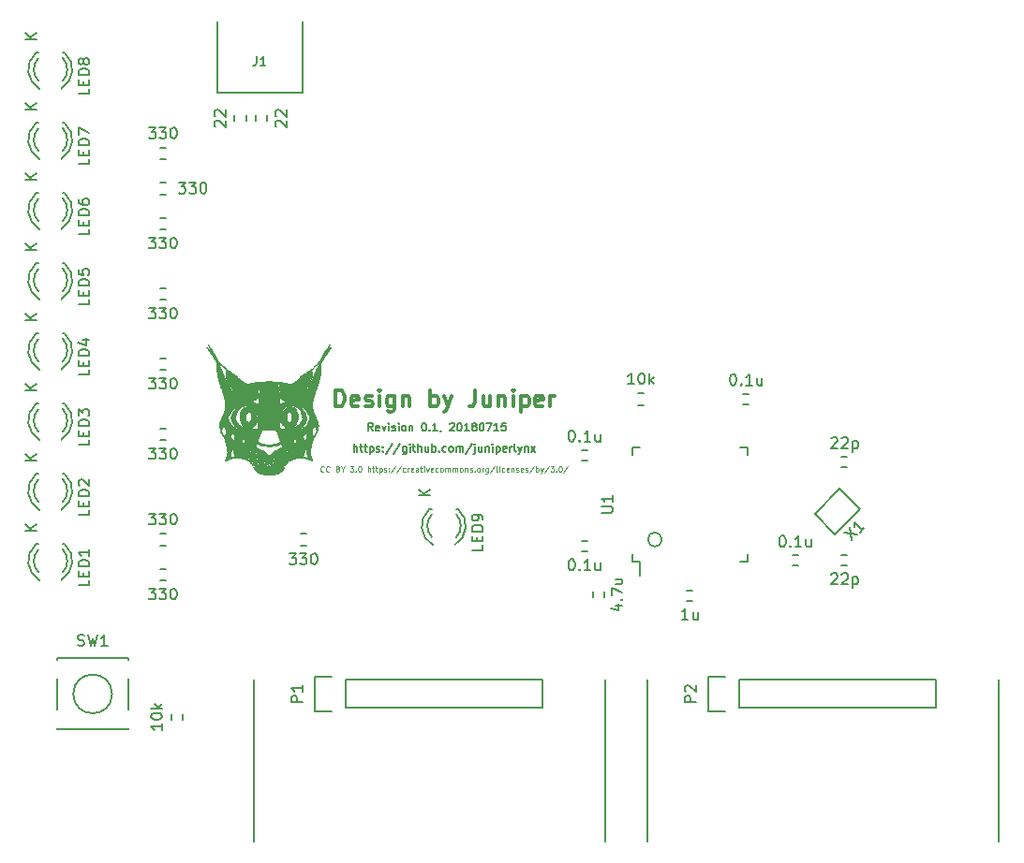
<source format=gto>
G04 #@! TF.FileFunction,Legend,Top*
%FSLAX46Y46*%
G04 Gerber Fmt 4.6, Leading zero omitted, Abs format (unit mm)*
G04 Created by KiCad (PCBNEW 4.0.2+dfsg1-stable) date Tue 17 Jul 2018 08:19:24 PM MDT*
%MOMM*%
G01*
G04 APERTURE LIST*
%ADD10C,0.100000*%
%ADD11C,0.200000*%
%ADD12C,0.150000*%
%ADD13C,0.300000*%
%ADD14C,0.010000*%
%ADD15C,0.203200*%
G04 APERTURE END LIST*
D10*
D11*
X159385000Y-98425000D02*
G75*
G03X159385000Y-98425000I-635000J0D01*
G01*
X189865000Y-111125000D02*
X189865000Y-125730000D01*
X158115000Y-111125000D02*
X158115000Y-125730000D01*
X122555000Y-111125000D02*
X122555000Y-125730000D01*
X154305000Y-111125000D02*
X154305000Y-125730000D01*
D12*
X131550004Y-90486667D02*
X131550004Y-89786667D01*
X131850004Y-90486667D02*
X131850004Y-90120000D01*
X131816670Y-90053333D01*
X131750004Y-90020000D01*
X131650004Y-90020000D01*
X131583337Y-90053333D01*
X131550004Y-90086667D01*
X132083337Y-90020000D02*
X132350003Y-90020000D01*
X132183337Y-89786667D02*
X132183337Y-90386667D01*
X132216670Y-90453333D01*
X132283337Y-90486667D01*
X132350003Y-90486667D01*
X132483337Y-90020000D02*
X132750003Y-90020000D01*
X132583337Y-89786667D02*
X132583337Y-90386667D01*
X132616670Y-90453333D01*
X132683337Y-90486667D01*
X132750003Y-90486667D01*
X132983337Y-90020000D02*
X132983337Y-90720000D01*
X132983337Y-90053333D02*
X133050003Y-90020000D01*
X133183337Y-90020000D01*
X133250003Y-90053333D01*
X133283337Y-90086667D01*
X133316670Y-90153333D01*
X133316670Y-90353333D01*
X133283337Y-90420000D01*
X133250003Y-90453333D01*
X133183337Y-90486667D01*
X133050003Y-90486667D01*
X132983337Y-90453333D01*
X133583336Y-90453333D02*
X133650003Y-90486667D01*
X133783336Y-90486667D01*
X133850003Y-90453333D01*
X133883336Y-90386667D01*
X133883336Y-90353333D01*
X133850003Y-90286667D01*
X133783336Y-90253333D01*
X133683336Y-90253333D01*
X133616670Y-90220000D01*
X133583336Y-90153333D01*
X133583336Y-90120000D01*
X133616670Y-90053333D01*
X133683336Y-90020000D01*
X133783336Y-90020000D01*
X133850003Y-90053333D01*
X134183337Y-90420000D02*
X134216670Y-90453333D01*
X134183337Y-90486667D01*
X134150003Y-90453333D01*
X134183337Y-90420000D01*
X134183337Y-90486667D01*
X134183337Y-90053333D02*
X134216670Y-90086667D01*
X134183337Y-90120000D01*
X134150003Y-90086667D01*
X134183337Y-90053333D01*
X134183337Y-90120000D01*
X135016670Y-89753333D02*
X134416670Y-90653333D01*
X135750003Y-89753333D02*
X135150003Y-90653333D01*
X136283336Y-90020000D02*
X136283336Y-90586667D01*
X136250002Y-90653333D01*
X136216669Y-90686667D01*
X136150002Y-90720000D01*
X136050002Y-90720000D01*
X135983336Y-90686667D01*
X136283336Y-90453333D02*
X136216669Y-90486667D01*
X136083336Y-90486667D01*
X136016669Y-90453333D01*
X135983336Y-90420000D01*
X135950002Y-90353333D01*
X135950002Y-90153333D01*
X135983336Y-90086667D01*
X136016669Y-90053333D01*
X136083336Y-90020000D01*
X136216669Y-90020000D01*
X136283336Y-90053333D01*
X136616669Y-90486667D02*
X136616669Y-90020000D01*
X136616669Y-89786667D02*
X136583335Y-89820000D01*
X136616669Y-89853333D01*
X136650002Y-89820000D01*
X136616669Y-89786667D01*
X136616669Y-89853333D01*
X136850002Y-90020000D02*
X137116668Y-90020000D01*
X136950002Y-89786667D02*
X136950002Y-90386667D01*
X136983335Y-90453333D01*
X137050002Y-90486667D01*
X137116668Y-90486667D01*
X137350002Y-90486667D02*
X137350002Y-89786667D01*
X137650002Y-90486667D02*
X137650002Y-90120000D01*
X137616668Y-90053333D01*
X137550002Y-90020000D01*
X137450002Y-90020000D01*
X137383335Y-90053333D01*
X137350002Y-90086667D01*
X138283335Y-90020000D02*
X138283335Y-90486667D01*
X137983335Y-90020000D02*
X137983335Y-90386667D01*
X138016668Y-90453333D01*
X138083335Y-90486667D01*
X138183335Y-90486667D01*
X138250001Y-90453333D01*
X138283335Y-90420000D01*
X138616668Y-90486667D02*
X138616668Y-89786667D01*
X138616668Y-90053333D02*
X138683334Y-90020000D01*
X138816668Y-90020000D01*
X138883334Y-90053333D01*
X138916668Y-90086667D01*
X138950001Y-90153333D01*
X138950001Y-90353333D01*
X138916668Y-90420000D01*
X138883334Y-90453333D01*
X138816668Y-90486667D01*
X138683334Y-90486667D01*
X138616668Y-90453333D01*
X139250001Y-90420000D02*
X139283334Y-90453333D01*
X139250001Y-90486667D01*
X139216667Y-90453333D01*
X139250001Y-90420000D01*
X139250001Y-90486667D01*
X139883334Y-90453333D02*
X139816667Y-90486667D01*
X139683334Y-90486667D01*
X139616667Y-90453333D01*
X139583334Y-90420000D01*
X139550000Y-90353333D01*
X139550000Y-90153333D01*
X139583334Y-90086667D01*
X139616667Y-90053333D01*
X139683334Y-90020000D01*
X139816667Y-90020000D01*
X139883334Y-90053333D01*
X140283334Y-90486667D02*
X140216667Y-90453333D01*
X140183334Y-90420000D01*
X140150000Y-90353333D01*
X140150000Y-90153333D01*
X140183334Y-90086667D01*
X140216667Y-90053333D01*
X140283334Y-90020000D01*
X140383334Y-90020000D01*
X140450000Y-90053333D01*
X140483334Y-90086667D01*
X140516667Y-90153333D01*
X140516667Y-90353333D01*
X140483334Y-90420000D01*
X140450000Y-90453333D01*
X140383334Y-90486667D01*
X140283334Y-90486667D01*
X140816667Y-90486667D02*
X140816667Y-90020000D01*
X140816667Y-90086667D02*
X140850000Y-90053333D01*
X140916667Y-90020000D01*
X141016667Y-90020000D01*
X141083333Y-90053333D01*
X141116667Y-90120000D01*
X141116667Y-90486667D01*
X141116667Y-90120000D02*
X141150000Y-90053333D01*
X141216667Y-90020000D01*
X141316667Y-90020000D01*
X141383333Y-90053333D01*
X141416667Y-90120000D01*
X141416667Y-90486667D01*
X142250000Y-89753333D02*
X141650000Y-90653333D01*
X142483333Y-90020000D02*
X142483333Y-90620000D01*
X142449999Y-90686667D01*
X142383333Y-90720000D01*
X142349999Y-90720000D01*
X142483333Y-89786667D02*
X142449999Y-89820000D01*
X142483333Y-89853333D01*
X142516666Y-89820000D01*
X142483333Y-89786667D01*
X142483333Y-89853333D01*
X143116666Y-90020000D02*
X143116666Y-90486667D01*
X142816666Y-90020000D02*
X142816666Y-90386667D01*
X142849999Y-90453333D01*
X142916666Y-90486667D01*
X143016666Y-90486667D01*
X143083332Y-90453333D01*
X143116666Y-90420000D01*
X143449999Y-90020000D02*
X143449999Y-90486667D01*
X143449999Y-90086667D02*
X143483332Y-90053333D01*
X143549999Y-90020000D01*
X143649999Y-90020000D01*
X143716665Y-90053333D01*
X143749999Y-90120000D01*
X143749999Y-90486667D01*
X144083332Y-90486667D02*
X144083332Y-90020000D01*
X144083332Y-89786667D02*
X144049998Y-89820000D01*
X144083332Y-89853333D01*
X144116665Y-89820000D01*
X144083332Y-89786667D01*
X144083332Y-89853333D01*
X144416665Y-90020000D02*
X144416665Y-90720000D01*
X144416665Y-90053333D02*
X144483331Y-90020000D01*
X144616665Y-90020000D01*
X144683331Y-90053333D01*
X144716665Y-90086667D01*
X144749998Y-90153333D01*
X144749998Y-90353333D01*
X144716665Y-90420000D01*
X144683331Y-90453333D01*
X144616665Y-90486667D01*
X144483331Y-90486667D01*
X144416665Y-90453333D01*
X145316664Y-90453333D02*
X145249998Y-90486667D01*
X145116664Y-90486667D01*
X145049998Y-90453333D01*
X145016664Y-90386667D01*
X145016664Y-90120000D01*
X145049998Y-90053333D01*
X145116664Y-90020000D01*
X145249998Y-90020000D01*
X145316664Y-90053333D01*
X145349998Y-90120000D01*
X145349998Y-90186667D01*
X145016664Y-90253333D01*
X145649998Y-90486667D02*
X145649998Y-90020000D01*
X145649998Y-90153333D02*
X145683331Y-90086667D01*
X145716664Y-90053333D01*
X145783331Y-90020000D01*
X145849998Y-90020000D01*
X146183331Y-90486667D02*
X146116664Y-90453333D01*
X146083331Y-90386667D01*
X146083331Y-89786667D01*
X146383331Y-90020000D02*
X146549998Y-90486667D01*
X146716664Y-90020000D02*
X146549998Y-90486667D01*
X146483331Y-90653333D01*
X146449998Y-90686667D01*
X146383331Y-90720000D01*
X146983331Y-90020000D02*
X146983331Y-90486667D01*
X146983331Y-90086667D02*
X147016664Y-90053333D01*
X147083331Y-90020000D01*
X147183331Y-90020000D01*
X147249997Y-90053333D01*
X147283331Y-90120000D01*
X147283331Y-90486667D01*
X147549997Y-90486667D02*
X147916664Y-90020000D01*
X147549997Y-90020000D02*
X147916664Y-90486667D01*
D10*
X128842860Y-92253571D02*
X128819050Y-92277381D01*
X128747622Y-92301190D01*
X128700003Y-92301190D01*
X128628574Y-92277381D01*
X128580955Y-92229762D01*
X128557146Y-92182143D01*
X128533336Y-92086905D01*
X128533336Y-92015476D01*
X128557146Y-91920238D01*
X128580955Y-91872619D01*
X128628574Y-91825000D01*
X128700003Y-91801190D01*
X128747622Y-91801190D01*
X128819050Y-91825000D01*
X128842860Y-91848810D01*
X129342860Y-92253571D02*
X129319050Y-92277381D01*
X129247622Y-92301190D01*
X129200003Y-92301190D01*
X129128574Y-92277381D01*
X129080955Y-92229762D01*
X129057146Y-92182143D01*
X129033336Y-92086905D01*
X129033336Y-92015476D01*
X129057146Y-91920238D01*
X129080955Y-91872619D01*
X129128574Y-91825000D01*
X129200003Y-91801190D01*
X129247622Y-91801190D01*
X129319050Y-91825000D01*
X129342860Y-91848810D01*
X130104764Y-92039286D02*
X130176193Y-92063095D01*
X130200002Y-92086905D01*
X130223812Y-92134524D01*
X130223812Y-92205952D01*
X130200002Y-92253571D01*
X130176193Y-92277381D01*
X130128574Y-92301190D01*
X129938098Y-92301190D01*
X129938098Y-91801190D01*
X130104764Y-91801190D01*
X130152383Y-91825000D01*
X130176193Y-91848810D01*
X130200002Y-91896429D01*
X130200002Y-91944048D01*
X130176193Y-91991667D01*
X130152383Y-92015476D01*
X130104764Y-92039286D01*
X129938098Y-92039286D01*
X130533336Y-92063095D02*
X130533336Y-92301190D01*
X130366669Y-91801190D02*
X130533336Y-92063095D01*
X130700002Y-91801190D01*
X131200002Y-91801190D02*
X131509525Y-91801190D01*
X131342859Y-91991667D01*
X131414287Y-91991667D01*
X131461906Y-92015476D01*
X131485716Y-92039286D01*
X131509525Y-92086905D01*
X131509525Y-92205952D01*
X131485716Y-92253571D01*
X131461906Y-92277381D01*
X131414287Y-92301190D01*
X131271430Y-92301190D01*
X131223811Y-92277381D01*
X131200002Y-92253571D01*
X131723811Y-92253571D02*
X131747620Y-92277381D01*
X131723811Y-92301190D01*
X131700001Y-92277381D01*
X131723811Y-92253571D01*
X131723811Y-92301190D01*
X132057144Y-91801190D02*
X132104763Y-91801190D01*
X132152382Y-91825000D01*
X132176191Y-91848810D01*
X132200001Y-91896429D01*
X132223810Y-91991667D01*
X132223810Y-92110714D01*
X132200001Y-92205952D01*
X132176191Y-92253571D01*
X132152382Y-92277381D01*
X132104763Y-92301190D01*
X132057144Y-92301190D01*
X132009525Y-92277381D01*
X131985715Y-92253571D01*
X131961906Y-92205952D01*
X131938096Y-92110714D01*
X131938096Y-91991667D01*
X131961906Y-91896429D01*
X131985715Y-91848810D01*
X132009525Y-91825000D01*
X132057144Y-91801190D01*
X132819048Y-92301190D02*
X132819048Y-91801190D01*
X133033333Y-92301190D02*
X133033333Y-92039286D01*
X133009524Y-91991667D01*
X132961905Y-91967857D01*
X132890476Y-91967857D01*
X132842857Y-91991667D01*
X132819048Y-92015476D01*
X133200000Y-91967857D02*
X133390476Y-91967857D01*
X133271429Y-91801190D02*
X133271429Y-92229762D01*
X133295238Y-92277381D01*
X133342857Y-92301190D01*
X133390476Y-92301190D01*
X133485714Y-91967857D02*
X133676190Y-91967857D01*
X133557143Y-91801190D02*
X133557143Y-92229762D01*
X133580952Y-92277381D01*
X133628571Y-92301190D01*
X133676190Y-92301190D01*
X133842857Y-91967857D02*
X133842857Y-92467857D01*
X133842857Y-91991667D02*
X133890476Y-91967857D01*
X133985714Y-91967857D01*
X134033333Y-91991667D01*
X134057142Y-92015476D01*
X134080952Y-92063095D01*
X134080952Y-92205952D01*
X134057142Y-92253571D01*
X134033333Y-92277381D01*
X133985714Y-92301190D01*
X133890476Y-92301190D01*
X133842857Y-92277381D01*
X134271428Y-92277381D02*
X134319047Y-92301190D01*
X134414285Y-92301190D01*
X134461904Y-92277381D01*
X134485714Y-92229762D01*
X134485714Y-92205952D01*
X134461904Y-92158333D01*
X134414285Y-92134524D01*
X134342857Y-92134524D01*
X134295238Y-92110714D01*
X134271428Y-92063095D01*
X134271428Y-92039286D01*
X134295238Y-91991667D01*
X134342857Y-91967857D01*
X134414285Y-91967857D01*
X134461904Y-91991667D01*
X134700000Y-92253571D02*
X134723809Y-92277381D01*
X134700000Y-92301190D01*
X134676190Y-92277381D01*
X134700000Y-92253571D01*
X134700000Y-92301190D01*
X134700000Y-91991667D02*
X134723809Y-92015476D01*
X134700000Y-92039286D01*
X134676190Y-92015476D01*
X134700000Y-91991667D01*
X134700000Y-92039286D01*
X135295237Y-91777381D02*
X134866666Y-92420238D01*
X135819047Y-91777381D02*
X135390476Y-92420238D01*
X136200000Y-92277381D02*
X136152381Y-92301190D01*
X136057143Y-92301190D01*
X136009524Y-92277381D01*
X135985715Y-92253571D01*
X135961905Y-92205952D01*
X135961905Y-92063095D01*
X135985715Y-92015476D01*
X136009524Y-91991667D01*
X136057143Y-91967857D01*
X136152381Y-91967857D01*
X136200000Y-91991667D01*
X136414286Y-92301190D02*
X136414286Y-91967857D01*
X136414286Y-92063095D02*
X136438095Y-92015476D01*
X136461905Y-91991667D01*
X136509524Y-91967857D01*
X136557143Y-91967857D01*
X136914286Y-92277381D02*
X136866667Y-92301190D01*
X136771429Y-92301190D01*
X136723810Y-92277381D01*
X136700000Y-92229762D01*
X136700000Y-92039286D01*
X136723810Y-91991667D01*
X136771429Y-91967857D01*
X136866667Y-91967857D01*
X136914286Y-91991667D01*
X136938095Y-92039286D01*
X136938095Y-92086905D01*
X136700000Y-92134524D01*
X137366666Y-92301190D02*
X137366666Y-92039286D01*
X137342857Y-91991667D01*
X137295238Y-91967857D01*
X137200000Y-91967857D01*
X137152381Y-91991667D01*
X137366666Y-92277381D02*
X137319047Y-92301190D01*
X137200000Y-92301190D01*
X137152381Y-92277381D01*
X137128571Y-92229762D01*
X137128571Y-92182143D01*
X137152381Y-92134524D01*
X137200000Y-92110714D01*
X137319047Y-92110714D01*
X137366666Y-92086905D01*
X137533333Y-91967857D02*
X137723809Y-91967857D01*
X137604762Y-91801190D02*
X137604762Y-92229762D01*
X137628571Y-92277381D01*
X137676190Y-92301190D01*
X137723809Y-92301190D01*
X137890476Y-92301190D02*
X137890476Y-91967857D01*
X137890476Y-91801190D02*
X137866666Y-91825000D01*
X137890476Y-91848810D01*
X137914285Y-91825000D01*
X137890476Y-91801190D01*
X137890476Y-91848810D01*
X138080952Y-91967857D02*
X138199999Y-92301190D01*
X138319047Y-91967857D01*
X138699999Y-92277381D02*
X138652380Y-92301190D01*
X138557142Y-92301190D01*
X138509523Y-92277381D01*
X138485713Y-92229762D01*
X138485713Y-92039286D01*
X138509523Y-91991667D01*
X138557142Y-91967857D01*
X138652380Y-91967857D01*
X138699999Y-91991667D01*
X138723808Y-92039286D01*
X138723808Y-92086905D01*
X138485713Y-92134524D01*
X139152379Y-92277381D02*
X139104760Y-92301190D01*
X139009522Y-92301190D01*
X138961903Y-92277381D01*
X138938094Y-92253571D01*
X138914284Y-92205952D01*
X138914284Y-92063095D01*
X138938094Y-92015476D01*
X138961903Y-91991667D01*
X139009522Y-91967857D01*
X139104760Y-91967857D01*
X139152379Y-91991667D01*
X139438093Y-92301190D02*
X139390474Y-92277381D01*
X139366665Y-92253571D01*
X139342855Y-92205952D01*
X139342855Y-92063095D01*
X139366665Y-92015476D01*
X139390474Y-91991667D01*
X139438093Y-91967857D01*
X139509522Y-91967857D01*
X139557141Y-91991667D01*
X139580950Y-92015476D01*
X139604760Y-92063095D01*
X139604760Y-92205952D01*
X139580950Y-92253571D01*
X139557141Y-92277381D01*
X139509522Y-92301190D01*
X139438093Y-92301190D01*
X139819046Y-92301190D02*
X139819046Y-91967857D01*
X139819046Y-92015476D02*
X139842855Y-91991667D01*
X139890474Y-91967857D01*
X139961903Y-91967857D01*
X140009522Y-91991667D01*
X140033331Y-92039286D01*
X140033331Y-92301190D01*
X140033331Y-92039286D02*
X140057141Y-91991667D01*
X140104760Y-91967857D01*
X140176188Y-91967857D01*
X140223808Y-91991667D01*
X140247617Y-92039286D01*
X140247617Y-92301190D01*
X140485713Y-92301190D02*
X140485713Y-91967857D01*
X140485713Y-92015476D02*
X140509522Y-91991667D01*
X140557141Y-91967857D01*
X140628570Y-91967857D01*
X140676189Y-91991667D01*
X140699998Y-92039286D01*
X140699998Y-92301190D01*
X140699998Y-92039286D02*
X140723808Y-91991667D01*
X140771427Y-91967857D01*
X140842855Y-91967857D01*
X140890475Y-91991667D01*
X140914284Y-92039286D01*
X140914284Y-92301190D01*
X141223808Y-92301190D02*
X141176189Y-92277381D01*
X141152380Y-92253571D01*
X141128570Y-92205952D01*
X141128570Y-92063095D01*
X141152380Y-92015476D01*
X141176189Y-91991667D01*
X141223808Y-91967857D01*
X141295237Y-91967857D01*
X141342856Y-91991667D01*
X141366665Y-92015476D01*
X141390475Y-92063095D01*
X141390475Y-92205952D01*
X141366665Y-92253571D01*
X141342856Y-92277381D01*
X141295237Y-92301190D01*
X141223808Y-92301190D01*
X141604761Y-91967857D02*
X141604761Y-92301190D01*
X141604761Y-92015476D02*
X141628570Y-91991667D01*
X141676189Y-91967857D01*
X141747618Y-91967857D01*
X141795237Y-91991667D01*
X141819046Y-92039286D01*
X141819046Y-92301190D01*
X142033332Y-92277381D02*
X142080951Y-92301190D01*
X142176189Y-92301190D01*
X142223808Y-92277381D01*
X142247618Y-92229762D01*
X142247618Y-92205952D01*
X142223808Y-92158333D01*
X142176189Y-92134524D01*
X142104761Y-92134524D01*
X142057142Y-92110714D01*
X142033332Y-92063095D01*
X142033332Y-92039286D01*
X142057142Y-91991667D01*
X142104761Y-91967857D01*
X142176189Y-91967857D01*
X142223808Y-91991667D01*
X142461904Y-92253571D02*
X142485713Y-92277381D01*
X142461904Y-92301190D01*
X142438094Y-92277381D01*
X142461904Y-92253571D01*
X142461904Y-92301190D01*
X142771427Y-92301190D02*
X142723808Y-92277381D01*
X142699999Y-92253571D01*
X142676189Y-92205952D01*
X142676189Y-92063095D01*
X142699999Y-92015476D01*
X142723808Y-91991667D01*
X142771427Y-91967857D01*
X142842856Y-91967857D01*
X142890475Y-91991667D01*
X142914284Y-92015476D01*
X142938094Y-92063095D01*
X142938094Y-92205952D01*
X142914284Y-92253571D01*
X142890475Y-92277381D01*
X142842856Y-92301190D01*
X142771427Y-92301190D01*
X143152380Y-92301190D02*
X143152380Y-91967857D01*
X143152380Y-92063095D02*
X143176189Y-92015476D01*
X143199999Y-91991667D01*
X143247618Y-91967857D01*
X143295237Y-91967857D01*
X143676189Y-91967857D02*
X143676189Y-92372619D01*
X143652380Y-92420238D01*
X143628570Y-92444048D01*
X143580951Y-92467857D01*
X143509523Y-92467857D01*
X143461904Y-92444048D01*
X143676189Y-92277381D02*
X143628570Y-92301190D01*
X143533332Y-92301190D01*
X143485713Y-92277381D01*
X143461904Y-92253571D01*
X143438094Y-92205952D01*
X143438094Y-92063095D01*
X143461904Y-92015476D01*
X143485713Y-91991667D01*
X143533332Y-91967857D01*
X143628570Y-91967857D01*
X143676189Y-91991667D01*
X144271427Y-91777381D02*
X143842856Y-92420238D01*
X144509523Y-92301190D02*
X144461904Y-92277381D01*
X144438095Y-92229762D01*
X144438095Y-91801190D01*
X144700000Y-92301190D02*
X144700000Y-91967857D01*
X144700000Y-91801190D02*
X144676190Y-91825000D01*
X144700000Y-91848810D01*
X144723809Y-91825000D01*
X144700000Y-91801190D01*
X144700000Y-91848810D01*
X145152380Y-92277381D02*
X145104761Y-92301190D01*
X145009523Y-92301190D01*
X144961904Y-92277381D01*
X144938095Y-92253571D01*
X144914285Y-92205952D01*
X144914285Y-92063095D01*
X144938095Y-92015476D01*
X144961904Y-91991667D01*
X145009523Y-91967857D01*
X145104761Y-91967857D01*
X145152380Y-91991667D01*
X145557142Y-92277381D02*
X145509523Y-92301190D01*
X145414285Y-92301190D01*
X145366666Y-92277381D01*
X145342856Y-92229762D01*
X145342856Y-92039286D01*
X145366666Y-91991667D01*
X145414285Y-91967857D01*
X145509523Y-91967857D01*
X145557142Y-91991667D01*
X145580951Y-92039286D01*
X145580951Y-92086905D01*
X145342856Y-92134524D01*
X145795237Y-91967857D02*
X145795237Y-92301190D01*
X145795237Y-92015476D02*
X145819046Y-91991667D01*
X145866665Y-91967857D01*
X145938094Y-91967857D01*
X145985713Y-91991667D01*
X146009522Y-92039286D01*
X146009522Y-92301190D01*
X146223808Y-92277381D02*
X146271427Y-92301190D01*
X146366665Y-92301190D01*
X146414284Y-92277381D01*
X146438094Y-92229762D01*
X146438094Y-92205952D01*
X146414284Y-92158333D01*
X146366665Y-92134524D01*
X146295237Y-92134524D01*
X146247618Y-92110714D01*
X146223808Y-92063095D01*
X146223808Y-92039286D01*
X146247618Y-91991667D01*
X146295237Y-91967857D01*
X146366665Y-91967857D01*
X146414284Y-91991667D01*
X146842856Y-92277381D02*
X146795237Y-92301190D01*
X146699999Y-92301190D01*
X146652380Y-92277381D01*
X146628570Y-92229762D01*
X146628570Y-92039286D01*
X146652380Y-91991667D01*
X146699999Y-91967857D01*
X146795237Y-91967857D01*
X146842856Y-91991667D01*
X146866665Y-92039286D01*
X146866665Y-92086905D01*
X146628570Y-92134524D01*
X147057141Y-92277381D02*
X147104760Y-92301190D01*
X147199998Y-92301190D01*
X147247617Y-92277381D01*
X147271427Y-92229762D01*
X147271427Y-92205952D01*
X147247617Y-92158333D01*
X147199998Y-92134524D01*
X147128570Y-92134524D01*
X147080951Y-92110714D01*
X147057141Y-92063095D01*
X147057141Y-92039286D01*
X147080951Y-91991667D01*
X147128570Y-91967857D01*
X147199998Y-91967857D01*
X147247617Y-91991667D01*
X147842855Y-91777381D02*
X147414284Y-92420238D01*
X148009523Y-92301190D02*
X148009523Y-91801190D01*
X148009523Y-91991667D02*
X148057142Y-91967857D01*
X148152380Y-91967857D01*
X148199999Y-91991667D01*
X148223808Y-92015476D01*
X148247618Y-92063095D01*
X148247618Y-92205952D01*
X148223808Y-92253571D01*
X148199999Y-92277381D01*
X148152380Y-92301190D01*
X148057142Y-92301190D01*
X148009523Y-92277381D01*
X148414285Y-91967857D02*
X148533332Y-92301190D01*
X148652380Y-91967857D02*
X148533332Y-92301190D01*
X148485713Y-92420238D01*
X148461904Y-92444048D01*
X148414285Y-92467857D01*
X149199998Y-91777381D02*
X148771427Y-92420238D01*
X149319047Y-91801190D02*
X149628570Y-91801190D01*
X149461904Y-91991667D01*
X149533332Y-91991667D01*
X149580951Y-92015476D01*
X149604761Y-92039286D01*
X149628570Y-92086905D01*
X149628570Y-92205952D01*
X149604761Y-92253571D01*
X149580951Y-92277381D01*
X149533332Y-92301190D01*
X149390475Y-92301190D01*
X149342856Y-92277381D01*
X149319047Y-92253571D01*
X149842856Y-92253571D02*
X149866665Y-92277381D01*
X149842856Y-92301190D01*
X149819046Y-92277381D01*
X149842856Y-92253571D01*
X149842856Y-92301190D01*
X150176189Y-91801190D02*
X150223808Y-91801190D01*
X150271427Y-91825000D01*
X150295236Y-91848810D01*
X150319046Y-91896429D01*
X150342855Y-91991667D01*
X150342855Y-92110714D01*
X150319046Y-92205952D01*
X150295236Y-92253571D01*
X150271427Y-92277381D01*
X150223808Y-92301190D01*
X150176189Y-92301190D01*
X150128570Y-92277381D01*
X150104760Y-92253571D01*
X150080951Y-92205952D01*
X150057141Y-92110714D01*
X150057141Y-91991667D01*
X150080951Y-91896429D01*
X150104760Y-91848810D01*
X150128570Y-91825000D01*
X150176189Y-91801190D01*
X150914283Y-91777381D02*
X150485712Y-92420238D01*
D12*
X133265000Y-88581667D02*
X133031666Y-88248333D01*
X132865000Y-88581667D02*
X132865000Y-87881667D01*
X133131666Y-87881667D01*
X133198333Y-87915000D01*
X133231666Y-87948333D01*
X133265000Y-88015000D01*
X133265000Y-88115000D01*
X133231666Y-88181667D01*
X133198333Y-88215000D01*
X133131666Y-88248333D01*
X132865000Y-88248333D01*
X133831666Y-88548333D02*
X133765000Y-88581667D01*
X133631666Y-88581667D01*
X133565000Y-88548333D01*
X133531666Y-88481667D01*
X133531666Y-88215000D01*
X133565000Y-88148333D01*
X133631666Y-88115000D01*
X133765000Y-88115000D01*
X133831666Y-88148333D01*
X133865000Y-88215000D01*
X133865000Y-88281667D01*
X133531666Y-88348333D01*
X134098333Y-88115000D02*
X134265000Y-88581667D01*
X134431666Y-88115000D01*
X134698333Y-88581667D02*
X134698333Y-88115000D01*
X134698333Y-87881667D02*
X134664999Y-87915000D01*
X134698333Y-87948333D01*
X134731666Y-87915000D01*
X134698333Y-87881667D01*
X134698333Y-87948333D01*
X134998332Y-88548333D02*
X135064999Y-88581667D01*
X135198332Y-88581667D01*
X135264999Y-88548333D01*
X135298332Y-88481667D01*
X135298332Y-88448333D01*
X135264999Y-88381667D01*
X135198332Y-88348333D01*
X135098332Y-88348333D01*
X135031666Y-88315000D01*
X134998332Y-88248333D01*
X134998332Y-88215000D01*
X135031666Y-88148333D01*
X135098332Y-88115000D01*
X135198332Y-88115000D01*
X135264999Y-88148333D01*
X135598333Y-88581667D02*
X135598333Y-88115000D01*
X135598333Y-87881667D02*
X135564999Y-87915000D01*
X135598333Y-87948333D01*
X135631666Y-87915000D01*
X135598333Y-87881667D01*
X135598333Y-87948333D01*
X136031666Y-88581667D02*
X135964999Y-88548333D01*
X135931666Y-88515000D01*
X135898332Y-88448333D01*
X135898332Y-88248333D01*
X135931666Y-88181667D01*
X135964999Y-88148333D01*
X136031666Y-88115000D01*
X136131666Y-88115000D01*
X136198332Y-88148333D01*
X136231666Y-88181667D01*
X136264999Y-88248333D01*
X136264999Y-88448333D01*
X136231666Y-88515000D01*
X136198332Y-88548333D01*
X136131666Y-88581667D01*
X136031666Y-88581667D01*
X136564999Y-88115000D02*
X136564999Y-88581667D01*
X136564999Y-88181667D02*
X136598332Y-88148333D01*
X136664999Y-88115000D01*
X136764999Y-88115000D01*
X136831665Y-88148333D01*
X136864999Y-88215000D01*
X136864999Y-88581667D01*
X137864998Y-87881667D02*
X137931665Y-87881667D01*
X137998331Y-87915000D01*
X138031665Y-87948333D01*
X138064998Y-88015000D01*
X138098331Y-88148333D01*
X138098331Y-88315000D01*
X138064998Y-88448333D01*
X138031665Y-88515000D01*
X137998331Y-88548333D01*
X137931665Y-88581667D01*
X137864998Y-88581667D01*
X137798331Y-88548333D01*
X137764998Y-88515000D01*
X137731665Y-88448333D01*
X137698331Y-88315000D01*
X137698331Y-88148333D01*
X137731665Y-88015000D01*
X137764998Y-87948333D01*
X137798331Y-87915000D01*
X137864998Y-87881667D01*
X138398332Y-88515000D02*
X138431665Y-88548333D01*
X138398332Y-88581667D01*
X138364998Y-88548333D01*
X138398332Y-88515000D01*
X138398332Y-88581667D01*
X139098331Y-88581667D02*
X138698331Y-88581667D01*
X138898331Y-88581667D02*
X138898331Y-87881667D01*
X138831665Y-87981667D01*
X138764998Y-88048333D01*
X138698331Y-88081667D01*
X139431665Y-88548333D02*
X139431665Y-88581667D01*
X139398332Y-88648333D01*
X139364998Y-88681667D01*
X140231664Y-87948333D02*
X140264998Y-87915000D01*
X140331664Y-87881667D01*
X140498331Y-87881667D01*
X140564998Y-87915000D01*
X140598331Y-87948333D01*
X140631664Y-88015000D01*
X140631664Y-88081667D01*
X140598331Y-88181667D01*
X140198331Y-88581667D01*
X140631664Y-88581667D01*
X141064998Y-87881667D02*
X141131665Y-87881667D01*
X141198331Y-87915000D01*
X141231665Y-87948333D01*
X141264998Y-88015000D01*
X141298331Y-88148333D01*
X141298331Y-88315000D01*
X141264998Y-88448333D01*
X141231665Y-88515000D01*
X141198331Y-88548333D01*
X141131665Y-88581667D01*
X141064998Y-88581667D01*
X140998331Y-88548333D01*
X140964998Y-88515000D01*
X140931665Y-88448333D01*
X140898331Y-88315000D01*
X140898331Y-88148333D01*
X140931665Y-88015000D01*
X140964998Y-87948333D01*
X140998331Y-87915000D01*
X141064998Y-87881667D01*
X141964998Y-88581667D02*
X141564998Y-88581667D01*
X141764998Y-88581667D02*
X141764998Y-87881667D01*
X141698332Y-87981667D01*
X141631665Y-88048333D01*
X141564998Y-88081667D01*
X142364999Y-88181667D02*
X142298332Y-88148333D01*
X142264999Y-88115000D01*
X142231665Y-88048333D01*
X142231665Y-88015000D01*
X142264999Y-87948333D01*
X142298332Y-87915000D01*
X142364999Y-87881667D01*
X142498332Y-87881667D01*
X142564999Y-87915000D01*
X142598332Y-87948333D01*
X142631665Y-88015000D01*
X142631665Y-88048333D01*
X142598332Y-88115000D01*
X142564999Y-88148333D01*
X142498332Y-88181667D01*
X142364999Y-88181667D01*
X142298332Y-88215000D01*
X142264999Y-88248333D01*
X142231665Y-88315000D01*
X142231665Y-88448333D01*
X142264999Y-88515000D01*
X142298332Y-88548333D01*
X142364999Y-88581667D01*
X142498332Y-88581667D01*
X142564999Y-88548333D01*
X142598332Y-88515000D01*
X142631665Y-88448333D01*
X142631665Y-88315000D01*
X142598332Y-88248333D01*
X142564999Y-88215000D01*
X142498332Y-88181667D01*
X143064999Y-87881667D02*
X143131666Y-87881667D01*
X143198332Y-87915000D01*
X143231666Y-87948333D01*
X143264999Y-88015000D01*
X143298332Y-88148333D01*
X143298332Y-88315000D01*
X143264999Y-88448333D01*
X143231666Y-88515000D01*
X143198332Y-88548333D01*
X143131666Y-88581667D01*
X143064999Y-88581667D01*
X142998332Y-88548333D01*
X142964999Y-88515000D01*
X142931666Y-88448333D01*
X142898332Y-88315000D01*
X142898332Y-88148333D01*
X142931666Y-88015000D01*
X142964999Y-87948333D01*
X142998332Y-87915000D01*
X143064999Y-87881667D01*
X143531666Y-87881667D02*
X143998333Y-87881667D01*
X143698333Y-88581667D01*
X144631666Y-88581667D02*
X144231666Y-88581667D01*
X144431666Y-88581667D02*
X144431666Y-87881667D01*
X144365000Y-87981667D01*
X144298333Y-88048333D01*
X144231666Y-88081667D01*
X145265000Y-87881667D02*
X144931667Y-87881667D01*
X144898333Y-88215000D01*
X144931667Y-88181667D01*
X144998333Y-88148333D01*
X145165000Y-88148333D01*
X145231667Y-88181667D01*
X145265000Y-88215000D01*
X145298333Y-88281667D01*
X145298333Y-88448333D01*
X145265000Y-88515000D01*
X145231667Y-88548333D01*
X145165000Y-88581667D01*
X144998333Y-88581667D01*
X144931667Y-88548333D01*
X144898333Y-88515000D01*
D13*
X129878572Y-86403571D02*
X129878572Y-84903571D01*
X130235715Y-84903571D01*
X130450000Y-84975000D01*
X130592858Y-85117857D01*
X130664286Y-85260714D01*
X130735715Y-85546429D01*
X130735715Y-85760714D01*
X130664286Y-86046429D01*
X130592858Y-86189286D01*
X130450000Y-86332143D01*
X130235715Y-86403571D01*
X129878572Y-86403571D01*
X131950000Y-86332143D02*
X131807143Y-86403571D01*
X131521429Y-86403571D01*
X131378572Y-86332143D01*
X131307143Y-86189286D01*
X131307143Y-85617857D01*
X131378572Y-85475000D01*
X131521429Y-85403571D01*
X131807143Y-85403571D01*
X131950000Y-85475000D01*
X132021429Y-85617857D01*
X132021429Y-85760714D01*
X131307143Y-85903571D01*
X132592857Y-86332143D02*
X132735714Y-86403571D01*
X133021429Y-86403571D01*
X133164286Y-86332143D01*
X133235714Y-86189286D01*
X133235714Y-86117857D01*
X133164286Y-85975000D01*
X133021429Y-85903571D01*
X132807143Y-85903571D01*
X132664286Y-85832143D01*
X132592857Y-85689286D01*
X132592857Y-85617857D01*
X132664286Y-85475000D01*
X132807143Y-85403571D01*
X133021429Y-85403571D01*
X133164286Y-85475000D01*
X133878572Y-86403571D02*
X133878572Y-85403571D01*
X133878572Y-84903571D02*
X133807143Y-84975000D01*
X133878572Y-85046429D01*
X133950000Y-84975000D01*
X133878572Y-84903571D01*
X133878572Y-85046429D01*
X135235715Y-85403571D02*
X135235715Y-86617857D01*
X135164286Y-86760714D01*
X135092858Y-86832143D01*
X134950001Y-86903571D01*
X134735715Y-86903571D01*
X134592858Y-86832143D01*
X135235715Y-86332143D02*
X135092858Y-86403571D01*
X134807144Y-86403571D01*
X134664286Y-86332143D01*
X134592858Y-86260714D01*
X134521429Y-86117857D01*
X134521429Y-85689286D01*
X134592858Y-85546429D01*
X134664286Y-85475000D01*
X134807144Y-85403571D01*
X135092858Y-85403571D01*
X135235715Y-85475000D01*
X135950001Y-85403571D02*
X135950001Y-86403571D01*
X135950001Y-85546429D02*
X136021429Y-85475000D01*
X136164287Y-85403571D01*
X136378572Y-85403571D01*
X136521429Y-85475000D01*
X136592858Y-85617857D01*
X136592858Y-86403571D01*
X138450001Y-86403571D02*
X138450001Y-84903571D01*
X138450001Y-85475000D02*
X138592858Y-85403571D01*
X138878572Y-85403571D01*
X139021429Y-85475000D01*
X139092858Y-85546429D01*
X139164287Y-85689286D01*
X139164287Y-86117857D01*
X139092858Y-86260714D01*
X139021429Y-86332143D01*
X138878572Y-86403571D01*
X138592858Y-86403571D01*
X138450001Y-86332143D01*
X139664287Y-85403571D02*
X140021430Y-86403571D01*
X140378572Y-85403571D02*
X140021430Y-86403571D01*
X139878572Y-86760714D01*
X139807144Y-86832143D01*
X139664287Y-86903571D01*
X142521429Y-84903571D02*
X142521429Y-85975000D01*
X142450001Y-86189286D01*
X142307144Y-86332143D01*
X142092858Y-86403571D01*
X141950001Y-86403571D01*
X143878572Y-85403571D02*
X143878572Y-86403571D01*
X143235715Y-85403571D02*
X143235715Y-86189286D01*
X143307143Y-86332143D01*
X143450001Y-86403571D01*
X143664286Y-86403571D01*
X143807143Y-86332143D01*
X143878572Y-86260714D01*
X144592858Y-85403571D02*
X144592858Y-86403571D01*
X144592858Y-85546429D02*
X144664286Y-85475000D01*
X144807144Y-85403571D01*
X145021429Y-85403571D01*
X145164286Y-85475000D01*
X145235715Y-85617857D01*
X145235715Y-86403571D01*
X145950001Y-86403571D02*
X145950001Y-85403571D01*
X145950001Y-84903571D02*
X145878572Y-84975000D01*
X145950001Y-85046429D01*
X146021429Y-84975000D01*
X145950001Y-84903571D01*
X145950001Y-85046429D01*
X146664287Y-85403571D02*
X146664287Y-86903571D01*
X146664287Y-85475000D02*
X146807144Y-85403571D01*
X147092858Y-85403571D01*
X147235715Y-85475000D01*
X147307144Y-85546429D01*
X147378573Y-85689286D01*
X147378573Y-86117857D01*
X147307144Y-86260714D01*
X147235715Y-86332143D01*
X147092858Y-86403571D01*
X146807144Y-86403571D01*
X146664287Y-86332143D01*
X148592858Y-86332143D02*
X148450001Y-86403571D01*
X148164287Y-86403571D01*
X148021430Y-86332143D01*
X147950001Y-86189286D01*
X147950001Y-85617857D01*
X148021430Y-85475000D01*
X148164287Y-85403571D01*
X148450001Y-85403571D01*
X148592858Y-85475000D01*
X148664287Y-85617857D01*
X148664287Y-85760714D01*
X147950001Y-85903571D01*
X149307144Y-86403571D02*
X149307144Y-85403571D01*
X149307144Y-85689286D02*
X149378572Y-85546429D01*
X149450001Y-85475000D01*
X149592858Y-85403571D01*
X149735715Y-85403571D01*
D12*
X156750000Y-100425000D02*
X157425000Y-100425000D01*
X156750000Y-90075000D02*
X157425000Y-90075000D01*
X167100000Y-90075000D02*
X166425000Y-90075000D01*
X167100000Y-100425000D02*
X166425000Y-100425000D01*
X156750000Y-100425000D02*
X156750000Y-99750000D01*
X167100000Y-100425000D02*
X167100000Y-99750000D01*
X167100000Y-90075000D02*
X167100000Y-90750000D01*
X156750000Y-90075000D02*
X156750000Y-90750000D01*
X157425000Y-100425000D02*
X157425000Y-101700000D01*
D11*
X119180000Y-58045000D02*
X119180000Y-51545000D01*
X126880000Y-58045000D02*
X126880000Y-51545000D01*
X126880000Y-58045000D02*
X119180000Y-58045000D01*
D12*
X116095000Y-114735000D02*
X116095000Y-114235000D01*
X115045000Y-114235000D02*
X115045000Y-114735000D01*
X173209390Y-96097132D02*
X175472132Y-93834390D01*
X175472132Y-93834390D02*
X177310610Y-95672868D01*
X177310610Y-95672868D02*
X175047868Y-97935610D01*
X175047868Y-97935610D02*
X173209390Y-96097132D01*
X176145000Y-99855000D02*
X175645000Y-99855000D01*
X175645000Y-100805000D02*
X176145000Y-100805000D01*
X176145000Y-90965000D02*
X175645000Y-90965000D01*
X175645000Y-91915000D02*
X176145000Y-91915000D01*
X161675000Y-103980000D02*
X162175000Y-103980000D01*
X162175000Y-103030000D02*
X161675000Y-103030000D01*
X152150000Y-99535000D02*
X152650000Y-99535000D01*
X152650000Y-98585000D02*
X152150000Y-98585000D01*
X152150000Y-91280000D02*
X152650000Y-91280000D01*
X152650000Y-90330000D02*
X152150000Y-90330000D01*
X171700000Y-99855000D02*
X171200000Y-99855000D01*
X171200000Y-100805000D02*
X171700000Y-100805000D01*
X167255000Y-85250000D02*
X166755000Y-85250000D01*
X166755000Y-86200000D02*
X167255000Y-86200000D01*
X154145000Y-103670000D02*
X154145000Y-103170000D01*
X153195000Y-103170000D02*
X153195000Y-103670000D01*
X130810000Y-111125000D02*
X148590000Y-111125000D01*
X148590000Y-111125000D02*
X148590000Y-113665000D01*
X148590000Y-113665000D02*
X130810000Y-113665000D01*
X127990000Y-110845000D02*
X129540000Y-110845000D01*
X130810000Y-111125000D02*
X130810000Y-113665000D01*
X129540000Y-113945000D02*
X127990000Y-113945000D01*
X127990000Y-113945000D02*
X127990000Y-110845000D01*
X166370000Y-111125000D02*
X184150000Y-111125000D01*
X184150000Y-111125000D02*
X184150000Y-113665000D01*
X184150000Y-113665000D02*
X166370000Y-113665000D01*
X163550000Y-110845000D02*
X165100000Y-110845000D01*
X166370000Y-111125000D02*
X166370000Y-113665000D01*
X165100000Y-113945000D02*
X163550000Y-113945000D01*
X163550000Y-113945000D02*
X163550000Y-110845000D01*
X157730000Y-85200000D02*
X157230000Y-85200000D01*
X157230000Y-86250000D02*
X157730000Y-86250000D01*
X120760000Y-60075000D02*
X120760000Y-60575000D01*
X121810000Y-60575000D02*
X121810000Y-60075000D01*
X122665000Y-60075000D02*
X122665000Y-60575000D01*
X123715000Y-60575000D02*
X123715000Y-60075000D01*
X114050000Y-102125000D02*
X114550000Y-102125000D01*
X114550000Y-101075000D02*
X114050000Y-101075000D01*
X114050000Y-98950000D02*
X114550000Y-98950000D01*
X114550000Y-97900000D02*
X114050000Y-97900000D01*
X114050000Y-89425000D02*
X114550000Y-89425000D01*
X114550000Y-88375000D02*
X114050000Y-88375000D01*
X114050000Y-83075000D02*
X114550000Y-83075000D01*
X114550000Y-82025000D02*
X114050000Y-82025000D01*
X114050000Y-76725000D02*
X114550000Y-76725000D01*
X114550000Y-75675000D02*
X114050000Y-75675000D01*
X114050000Y-70375000D02*
X114550000Y-70375000D01*
X114550000Y-69325000D02*
X114050000Y-69325000D01*
X114050000Y-67200000D02*
X114550000Y-67200000D01*
X114550000Y-66150000D02*
X114050000Y-66150000D01*
X114050000Y-64025000D02*
X114550000Y-64025000D01*
X114550000Y-62975000D02*
X114050000Y-62975000D01*
X127250000Y-97900000D02*
X126750000Y-97900000D01*
X126750000Y-98950000D02*
X127250000Y-98950000D01*
X109700714Y-112395000D02*
G75*
G03X109700714Y-112395000I-1750714J0D01*
G01*
X111175000Y-109170000D02*
X111175000Y-109295000D01*
X111175000Y-115620000D02*
X111175000Y-115495000D01*
X104725000Y-115620000D02*
X104725000Y-115495000D01*
X104725000Y-109295000D02*
X104725000Y-109170000D01*
X111175000Y-110995000D02*
X111175000Y-113795000D01*
X104725000Y-109170000D02*
X111175000Y-109170000D01*
X104725000Y-110995000D02*
X104725000Y-113795000D01*
X104725000Y-115620000D02*
X111175000Y-115620000D01*
X102826000Y-98861000D02*
X103026000Y-98861000D01*
X105420000Y-98861000D02*
X105240000Y-98861000D01*
X105109643Y-102088744D02*
G75*
G03X105426000Y-98861000I-1003643J1727744D01*
G01*
X105239068Y-101413006D02*
G75*
G03X105240000Y-99310000I-1133068J1052006D01*
G01*
X102799274Y-98873780D02*
G75*
G03X103146000Y-102111000I1306726J-1497220D01*
G01*
X103026747Y-99347111D02*
G75*
G03X103046000Y-101395000I1079253J-1013889D01*
G01*
X102826000Y-92511000D02*
X103026000Y-92511000D01*
X105420000Y-92511000D02*
X105240000Y-92511000D01*
X105109643Y-95738744D02*
G75*
G03X105426000Y-92511000I-1003643J1727744D01*
G01*
X105239068Y-95063006D02*
G75*
G03X105240000Y-92960000I-1133068J1052006D01*
G01*
X102799274Y-92523780D02*
G75*
G03X103146000Y-95761000I1306726J-1497220D01*
G01*
X103026747Y-92997111D02*
G75*
G03X103046000Y-95045000I1079253J-1013889D01*
G01*
X102826000Y-86161000D02*
X103026000Y-86161000D01*
X105420000Y-86161000D02*
X105240000Y-86161000D01*
X105109643Y-89388744D02*
G75*
G03X105426000Y-86161000I-1003643J1727744D01*
G01*
X105239068Y-88713006D02*
G75*
G03X105240000Y-86610000I-1133068J1052006D01*
G01*
X102799274Y-86173780D02*
G75*
G03X103146000Y-89411000I1306726J-1497220D01*
G01*
X103026747Y-86647111D02*
G75*
G03X103046000Y-88695000I1079253J-1013889D01*
G01*
X102826000Y-79811000D02*
X103026000Y-79811000D01*
X105420000Y-79811000D02*
X105240000Y-79811000D01*
X105109643Y-83038744D02*
G75*
G03X105426000Y-79811000I-1003643J1727744D01*
G01*
X105239068Y-82363006D02*
G75*
G03X105240000Y-80260000I-1133068J1052006D01*
G01*
X102799274Y-79823780D02*
G75*
G03X103146000Y-83061000I1306726J-1497220D01*
G01*
X103026747Y-80297111D02*
G75*
G03X103046000Y-82345000I1079253J-1013889D01*
G01*
X102826000Y-73461000D02*
X103026000Y-73461000D01*
X105420000Y-73461000D02*
X105240000Y-73461000D01*
X105109643Y-76688744D02*
G75*
G03X105426000Y-73461000I-1003643J1727744D01*
G01*
X105239068Y-76013006D02*
G75*
G03X105240000Y-73910000I-1133068J1052006D01*
G01*
X102799274Y-73473780D02*
G75*
G03X103146000Y-76711000I1306726J-1497220D01*
G01*
X103026747Y-73947111D02*
G75*
G03X103046000Y-75995000I1079253J-1013889D01*
G01*
X102826000Y-67111000D02*
X103026000Y-67111000D01*
X105420000Y-67111000D02*
X105240000Y-67111000D01*
X105109643Y-70338744D02*
G75*
G03X105426000Y-67111000I-1003643J1727744D01*
G01*
X105239068Y-69663006D02*
G75*
G03X105240000Y-67560000I-1133068J1052006D01*
G01*
X102799274Y-67123780D02*
G75*
G03X103146000Y-70361000I1306726J-1497220D01*
G01*
X103026747Y-67597111D02*
G75*
G03X103046000Y-69645000I1079253J-1013889D01*
G01*
X102826000Y-60761000D02*
X103026000Y-60761000D01*
X105420000Y-60761000D02*
X105240000Y-60761000D01*
X105109643Y-63988744D02*
G75*
G03X105426000Y-60761000I-1003643J1727744D01*
G01*
X105239068Y-63313006D02*
G75*
G03X105240000Y-61210000I-1133068J1052006D01*
G01*
X102799274Y-60773780D02*
G75*
G03X103146000Y-64011000I1306726J-1497220D01*
G01*
X103026747Y-61247111D02*
G75*
G03X103046000Y-63295000I1079253J-1013889D01*
G01*
X102826000Y-54411000D02*
X103026000Y-54411000D01*
X105420000Y-54411000D02*
X105240000Y-54411000D01*
X105109643Y-57638744D02*
G75*
G03X105426000Y-54411000I-1003643J1727744D01*
G01*
X105239068Y-56963006D02*
G75*
G03X105240000Y-54860000I-1133068J1052006D01*
G01*
X102799274Y-54423780D02*
G75*
G03X103146000Y-57661000I1306726J-1497220D01*
G01*
X103026747Y-54897111D02*
G75*
G03X103046000Y-56945000I1079253J-1013889D01*
G01*
X138386000Y-95686000D02*
X138586000Y-95686000D01*
X140980000Y-95686000D02*
X140800000Y-95686000D01*
X140669643Y-98913744D02*
G75*
G03X140986000Y-95686000I-1003643J1727744D01*
G01*
X140799068Y-98238006D02*
G75*
G03X140800000Y-96135000I-1133068J1052006D01*
G01*
X138359274Y-95698780D02*
G75*
G03X138706000Y-98936000I1306726J-1497220D01*
G01*
X138586747Y-96172111D02*
G75*
G03X138606000Y-98220000I1079253J-1013889D01*
G01*
D14*
G36*
X123898877Y-91719464D02*
X123974520Y-91754702D01*
X124070126Y-91792215D01*
X124172498Y-91827406D01*
X124268437Y-91855679D01*
X124331877Y-91870263D01*
X124412373Y-91880172D01*
X124517478Y-91885934D01*
X124638187Y-91887556D01*
X124765498Y-91885042D01*
X124890407Y-91878399D01*
X124984934Y-91869852D01*
X125080588Y-91859155D01*
X125147564Y-91852381D01*
X125190881Y-91850096D01*
X125215560Y-91852865D01*
X125226622Y-91861251D01*
X125229086Y-91875821D01*
X125227974Y-91897139D01*
X125227971Y-91897200D01*
X125219739Y-91938094D01*
X125200539Y-91996691D01*
X125174507Y-92060386D01*
X125174202Y-92061060D01*
X125135152Y-92135915D01*
X125090179Y-92193854D01*
X125027188Y-92250333D01*
X125024298Y-92252640D01*
X124907606Y-92335409D01*
X124782691Y-92403049D01*
X124645695Y-92456503D01*
X124492761Y-92496717D01*
X124320032Y-92524637D01*
X124123650Y-92541206D01*
X123899759Y-92547370D01*
X123821434Y-92547297D01*
X123711148Y-92545096D01*
X123595340Y-92540345D01*
X123486083Y-92533688D01*
X123395450Y-92525767D01*
X123376267Y-92523561D01*
X123254335Y-92506925D01*
X123156999Y-92489177D01*
X123075018Y-92467817D01*
X122999151Y-92440342D01*
X122920156Y-92404253D01*
X122902133Y-92395260D01*
X122768706Y-92320174D01*
X122665147Y-92243666D01*
X122587520Y-92162233D01*
X122531891Y-92072374D01*
X122526598Y-92061060D01*
X122500515Y-91997379D01*
X122481218Y-91938658D01*
X122472845Y-91897505D01*
X122472830Y-91897200D01*
X122471543Y-91876841D01*
X122473184Y-91862564D01*
X122482531Y-91853924D01*
X122504364Y-91850470D01*
X122543461Y-91851756D01*
X122604602Y-91857332D01*
X122692566Y-91866750D01*
X122741267Y-91872025D01*
X122835127Y-91879423D01*
X122947720Y-91884194D01*
X123063985Y-91885884D01*
X123156134Y-91884505D01*
X123317996Y-91873185D01*
X123458063Y-91849155D01*
X123586882Y-91809757D01*
X123714998Y-91752333D01*
X123746477Y-91735756D01*
X123837288Y-91686721D01*
X123898877Y-91719464D01*
X123898877Y-91719464D01*
G37*
X123898877Y-91719464D02*
X123974520Y-91754702D01*
X124070126Y-91792215D01*
X124172498Y-91827406D01*
X124268437Y-91855679D01*
X124331877Y-91870263D01*
X124412373Y-91880172D01*
X124517478Y-91885934D01*
X124638187Y-91887556D01*
X124765498Y-91885042D01*
X124890407Y-91878399D01*
X124984934Y-91869852D01*
X125080588Y-91859155D01*
X125147564Y-91852381D01*
X125190881Y-91850096D01*
X125215560Y-91852865D01*
X125226622Y-91861251D01*
X125229086Y-91875821D01*
X125227974Y-91897139D01*
X125227971Y-91897200D01*
X125219739Y-91938094D01*
X125200539Y-91996691D01*
X125174507Y-92060386D01*
X125174202Y-92061060D01*
X125135152Y-92135915D01*
X125090179Y-92193854D01*
X125027188Y-92250333D01*
X125024298Y-92252640D01*
X124907606Y-92335409D01*
X124782691Y-92403049D01*
X124645695Y-92456503D01*
X124492761Y-92496717D01*
X124320032Y-92524637D01*
X124123650Y-92541206D01*
X123899759Y-92547370D01*
X123821434Y-92547297D01*
X123711148Y-92545096D01*
X123595340Y-92540345D01*
X123486083Y-92533688D01*
X123395450Y-92525767D01*
X123376267Y-92523561D01*
X123254335Y-92506925D01*
X123156999Y-92489177D01*
X123075018Y-92467817D01*
X122999151Y-92440342D01*
X122920156Y-92404253D01*
X122902133Y-92395260D01*
X122768706Y-92320174D01*
X122665147Y-92243666D01*
X122587520Y-92162233D01*
X122531891Y-92072374D01*
X122526598Y-92061060D01*
X122500515Y-91997379D01*
X122481218Y-91938658D01*
X122472845Y-91897505D01*
X122472830Y-91897200D01*
X122471543Y-91876841D01*
X122473184Y-91862564D01*
X122482531Y-91853924D01*
X122504364Y-91850470D01*
X122543461Y-91851756D01*
X122604602Y-91857332D01*
X122692566Y-91866750D01*
X122741267Y-91872025D01*
X122835127Y-91879423D01*
X122947720Y-91884194D01*
X123063985Y-91885884D01*
X123156134Y-91884505D01*
X123317996Y-91873185D01*
X123458063Y-91849155D01*
X123586882Y-91809757D01*
X123714998Y-91752333D01*
X123746477Y-91735756D01*
X123837288Y-91686721D01*
X123898877Y-91719464D01*
G36*
X129345015Y-80795766D02*
X129325671Y-80842537D01*
X129295047Y-80909314D01*
X129255430Y-80991137D01*
X129209108Y-81083047D01*
X129201291Y-81098234D01*
X129046262Y-81398534D01*
X129128031Y-81322526D01*
X129175286Y-81278097D01*
X129237451Y-81218955D01*
X129305176Y-81154018D01*
X129349500Y-81111233D01*
X129410488Y-81053299D01*
X129451531Y-81017520D01*
X129476012Y-81001503D01*
X129487315Y-81002852D01*
X129489200Y-81012377D01*
X129479271Y-81045616D01*
X129453733Y-81092300D01*
X129430627Y-81125541D01*
X129387906Y-81182870D01*
X129345613Y-81241735D01*
X129328427Y-81266538D01*
X129297430Y-81311528D01*
X129254959Y-81372313D01*
X129209236Y-81437140D01*
X129200583Y-81449333D01*
X129147430Y-81524639D01*
X129088596Y-81608749D01*
X129036698Y-81683623D01*
X129036082Y-81684517D01*
X128986938Y-81755697D01*
X128934291Y-81831596D01*
X128889284Y-81896151D01*
X128888067Y-81897890D01*
X128843528Y-81961727D01*
X128790926Y-82037463D01*
X128741381Y-82109085D01*
X128739757Y-82111439D01*
X128696983Y-82172596D01*
X128656679Y-82228750D01*
X128626363Y-82269459D01*
X128622095Y-82274908D01*
X128602748Y-82307245D01*
X128587520Y-82352518D01*
X128576006Y-82414397D01*
X128567801Y-82496555D01*
X128562500Y-82602663D01*
X128559696Y-82736393D01*
X128559007Y-82846334D01*
X128556995Y-82984588D01*
X128550944Y-83113601D01*
X128539951Y-83239312D01*
X128523111Y-83367660D01*
X128499522Y-83504583D01*
X128468280Y-83656019D01*
X128428481Y-83827908D01*
X128379983Y-84023200D01*
X128339141Y-84182371D01*
X128304612Y-84313188D01*
X128275021Y-84420283D01*
X128248995Y-84508286D01*
X128225159Y-84581825D01*
X128202139Y-84645532D01*
X128178562Y-84704037D01*
X128176453Y-84709000D01*
X128117951Y-84851371D01*
X128054205Y-85015604D01*
X127989252Y-85190993D01*
X127927125Y-85366828D01*
X127913181Y-85407620D01*
X127860995Y-85589229D01*
X127822184Y-85783364D01*
X127796890Y-85983867D01*
X127785260Y-86184580D01*
X127787436Y-86379346D01*
X127803564Y-86562006D01*
X127833788Y-86726402D01*
X127878253Y-86866378D01*
X127878922Y-86868000D01*
X127908797Y-86940355D01*
X127944985Y-87028151D01*
X127980937Y-87115497D01*
X127990573Y-87138933D01*
X128022739Y-87214316D01*
X128055410Y-87286106D01*
X128083278Y-87342804D01*
X128092434Y-87359629D01*
X128137171Y-87447050D01*
X128181204Y-87550130D01*
X128222446Y-87661981D01*
X128258811Y-87775713D01*
X128288212Y-87884439D01*
X128308563Y-87981270D01*
X128317776Y-88059317D01*
X128316462Y-88099225D01*
X128293249Y-88254258D01*
X128273494Y-88379588D01*
X128256417Y-88479116D01*
X128241239Y-88556738D01*
X128227180Y-88616355D01*
X128213459Y-88661864D01*
X128199298Y-88697164D01*
X128195167Y-88705711D01*
X128159616Y-88773622D01*
X128117033Y-88850597D01*
X128071265Y-88930176D01*
X128026162Y-89005902D01*
X127985571Y-89071313D01*
X127953341Y-89119953D01*
X127933318Y-89145362D01*
X127933130Y-89145534D01*
X127900206Y-89181663D01*
X127869213Y-89230217D01*
X127839227Y-89294097D01*
X127809323Y-89376204D01*
X127778579Y-89479440D01*
X127746068Y-89606706D01*
X127710867Y-89760905D01*
X127672051Y-89944937D01*
X127660720Y-90000667D01*
X127646899Y-90079048D01*
X127632338Y-90178205D01*
X127618815Y-90285141D01*
X127608547Y-90382098D01*
X127600113Y-90478092D01*
X127595769Y-90549250D01*
X127595750Y-90604384D01*
X127600292Y-90652305D01*
X127609630Y-90701824D01*
X127618055Y-90737698D01*
X127639169Y-90819350D01*
X127663200Y-90904660D01*
X127687837Y-90986226D01*
X127710771Y-91056646D01*
X127729692Y-91108518D01*
X127741609Y-91133554D01*
X127757778Y-91164691D01*
X127773978Y-91208321D01*
X127786431Y-91252064D01*
X127791357Y-91283542D01*
X127789655Y-91290990D01*
X127771443Y-91288238D01*
X127728811Y-91273826D01*
X127668168Y-91250115D01*
X127597600Y-91220204D01*
X127451773Y-91158977D01*
X127325309Y-91113114D01*
X127208523Y-91080571D01*
X127091726Y-91059306D01*
X126965232Y-91047278D01*
X126819352Y-91042444D01*
X126752582Y-91042067D01*
X126597536Y-91043731D01*
X126468502Y-91049652D01*
X126357748Y-91061221D01*
X126257542Y-91079829D01*
X126160149Y-91106870D01*
X126057839Y-91143734D01*
X125958600Y-91184971D01*
X125886768Y-91216823D01*
X125834907Y-91242054D01*
X125791487Y-91266482D01*
X125767303Y-91281508D01*
X125729897Y-91302094D01*
X125705749Y-91309439D01*
X125702854Y-91308431D01*
X125702146Y-91288764D01*
X125709022Y-91246384D01*
X125719516Y-91200573D01*
X125736317Y-91124631D01*
X125750993Y-91039879D01*
X125762807Y-90953448D01*
X125768420Y-90898117D01*
X126936200Y-90898117D01*
X126945047Y-90918678D01*
X126970006Y-90931974D01*
X127018894Y-90941554D01*
X127037170Y-90943959D01*
X127102377Y-90953723D01*
X127163108Y-90965507D01*
X127189570Y-90972081D01*
X127261609Y-90987605D01*
X127310243Y-90984763D01*
X127338592Y-90965957D01*
X127351215Y-90928362D01*
X127347981Y-90902457D01*
X127308923Y-90761307D01*
X127280781Y-90626591D01*
X127260588Y-90482597D01*
X127251730Y-90393036D01*
X127241635Y-90290061D01*
X127231866Y-90217641D01*
X127221824Y-90172476D01*
X127210913Y-90151266D01*
X127207573Y-90149153D01*
X127176730Y-90150386D01*
X127167732Y-90156361D01*
X127156566Y-90178481D01*
X127137923Y-90227289D01*
X127113638Y-90296912D01*
X127085544Y-90381477D01*
X127055475Y-90475108D01*
X127025263Y-90571934D01*
X126996743Y-90666079D01*
X126971747Y-90751672D01*
X126952109Y-90822837D01*
X126939663Y-90873701D01*
X126936200Y-90898117D01*
X125768420Y-90898117D01*
X125771022Y-90872468D01*
X125774901Y-90804069D01*
X125773707Y-90755383D01*
X125767708Y-90734335D01*
X125742105Y-90718625D01*
X125721146Y-90729401D01*
X125703767Y-90768683D01*
X125688908Y-90838492D01*
X125680125Y-90900965D01*
X125653585Y-91077093D01*
X125619909Y-91224578D01*
X125576918Y-91348278D01*
X125522437Y-91453053D01*
X125454287Y-91543761D01*
X125370293Y-91625260D01*
X125347013Y-91644407D01*
X125289107Y-91687830D01*
X125236123Y-91722601D01*
X125196939Y-91743056D01*
X125188134Y-91745783D01*
X125144926Y-91754549D01*
X125088192Y-91766444D01*
X125069600Y-91770413D01*
X125027099Y-91776546D01*
X124958262Y-91783052D01*
X124870608Y-91789366D01*
X124771655Y-91794927D01*
X124701066Y-91798017D01*
X124589376Y-91801963D01*
X124503049Y-91802998D01*
X124433613Y-91799598D01*
X124372591Y-91790236D01*
X124311509Y-91773389D01*
X124241894Y-91747531D01*
X124155271Y-91711136D01*
X124110308Y-91691705D01*
X124069649Y-91675953D01*
X124042386Y-91668661D01*
X124041098Y-91668600D01*
X124020236Y-91659365D01*
X123980721Y-91635145D01*
X123931075Y-91601165D01*
X123930658Y-91600867D01*
X123881634Y-91566922D01*
X123868454Y-91558534D01*
X124764800Y-91558534D01*
X124778588Y-91605154D01*
X124817670Y-91630740D01*
X124849467Y-91634734D01*
X124890762Y-91627341D01*
X124913813Y-91614413D01*
X124930779Y-91581401D01*
X124934134Y-91558534D01*
X124920346Y-91511913D01*
X124881264Y-91486327D01*
X124849467Y-91482334D01*
X124797667Y-91494742D01*
X124769237Y-91529916D01*
X124764800Y-91558534D01*
X123868454Y-91558534D01*
X123843446Y-91542619D01*
X123824237Y-91533136D01*
X123824121Y-91533134D01*
X123805776Y-91543594D01*
X123771790Y-91570386D01*
X123746718Y-91592267D01*
X123710593Y-91622477D01*
X123671163Y-91649142D01*
X123621951Y-91675598D01*
X123556479Y-91705182D01*
X123468269Y-91741229D01*
X123422498Y-91759248D01*
X123365243Y-91779998D01*
X123314860Y-91792973D01*
X123260391Y-91799729D01*
X123190876Y-91801822D01*
X123126165Y-91801328D01*
X123028895Y-91798719D01*
X122923302Y-91794074D01*
X122826727Y-91788213D01*
X122792067Y-91785504D01*
X122681245Y-91774848D01*
X122597018Y-91763206D01*
X122532134Y-91748473D01*
X122479339Y-91728545D01*
X122431380Y-91701320D01*
X122384255Y-91667215D01*
X122318787Y-91616086D01*
X122273288Y-91578143D01*
X122253441Y-91558534D01*
X122766667Y-91558534D01*
X122780455Y-91605154D01*
X122819537Y-91630740D01*
X122851333Y-91634734D01*
X122892628Y-91627341D01*
X122915680Y-91614413D01*
X122932645Y-91581401D01*
X122936000Y-91558534D01*
X122922212Y-91511913D01*
X122883130Y-91486327D01*
X122851333Y-91482334D01*
X122799533Y-91494742D01*
X122771104Y-91529916D01*
X122766667Y-91558534D01*
X122253441Y-91558534D01*
X122240795Y-91546040D01*
X122214345Y-91512429D01*
X122186975Y-91469965D01*
X122168902Y-91440000D01*
X122275600Y-91440000D01*
X122284770Y-91478859D01*
X122295920Y-91495880D01*
X122328933Y-91512845D01*
X122351800Y-91516200D01*
X122390659Y-91507030D01*
X122407680Y-91495880D01*
X122418992Y-91473867D01*
X123376267Y-91473867D01*
X123390055Y-91520487D01*
X123429137Y-91546074D01*
X123460934Y-91550067D01*
X123502228Y-91542674D01*
X123525280Y-91529747D01*
X123542245Y-91496734D01*
X123545600Y-91473867D01*
X124155200Y-91473867D01*
X124168988Y-91520487D01*
X124208070Y-91546074D01*
X124239867Y-91550067D01*
X124281162Y-91542674D01*
X124304213Y-91529747D01*
X124321179Y-91496734D01*
X124324534Y-91473867D01*
X124314518Y-91440000D01*
X125272800Y-91440000D01*
X125281970Y-91478859D01*
X125293120Y-91495880D01*
X125326133Y-91512845D01*
X125349000Y-91516200D01*
X125387859Y-91507030D01*
X125404880Y-91495880D01*
X125421845Y-91462867D01*
X125425200Y-91440000D01*
X125416030Y-91401141D01*
X125404880Y-91384120D01*
X125371867Y-91367155D01*
X125349000Y-91363800D01*
X125310141Y-91372970D01*
X125293120Y-91384120D01*
X125276155Y-91417133D01*
X125272800Y-91440000D01*
X124314518Y-91440000D01*
X124310746Y-91427247D01*
X124271664Y-91401660D01*
X124239867Y-91397667D01*
X124188067Y-91410076D01*
X124159637Y-91445250D01*
X124155200Y-91473867D01*
X123545600Y-91473867D01*
X123531812Y-91427247D01*
X123492730Y-91401660D01*
X123460934Y-91397667D01*
X123409133Y-91410076D01*
X123380704Y-91445250D01*
X123376267Y-91473867D01*
X122418992Y-91473867D01*
X122424645Y-91462867D01*
X122428000Y-91440000D01*
X122418830Y-91401141D01*
X122407680Y-91384120D01*
X122374667Y-91367155D01*
X122351800Y-91363800D01*
X122312941Y-91372970D01*
X122295920Y-91384120D01*
X122278955Y-91417133D01*
X122275600Y-91440000D01*
X122168902Y-91440000D01*
X122114312Y-91324827D01*
X122069411Y-91177760D01*
X122056032Y-91109800D01*
X122682000Y-91109800D01*
X122694409Y-91161600D01*
X122729583Y-91190030D01*
X122758200Y-91194467D01*
X122797059Y-91185297D01*
X122814080Y-91174147D01*
X122829727Y-91142483D01*
X122834400Y-91109800D01*
X122832372Y-91101334D01*
X123308534Y-91101334D01*
X123322321Y-91147954D01*
X123361403Y-91173540D01*
X123393200Y-91177534D01*
X123434495Y-91170141D01*
X123457547Y-91157213D01*
X123474512Y-91124201D01*
X123477867Y-91101334D01*
X124222934Y-91101334D01*
X124236721Y-91147954D01*
X124275803Y-91173540D01*
X124307600Y-91177534D01*
X124348895Y-91170141D01*
X124371947Y-91157213D01*
X124388912Y-91124201D01*
X124391024Y-91109800D01*
X124866400Y-91109800D01*
X124878809Y-91161600D01*
X124913983Y-91190030D01*
X124942600Y-91194467D01*
X124981459Y-91185297D01*
X124998480Y-91174147D01*
X125014127Y-91142483D01*
X125018800Y-91109800D01*
X125006391Y-91058000D01*
X124971217Y-91029570D01*
X124942600Y-91025134D01*
X124895980Y-91038921D01*
X124870393Y-91078003D01*
X124866400Y-91109800D01*
X124391024Y-91109800D01*
X124392267Y-91101334D01*
X124378479Y-91054713D01*
X124339397Y-91029127D01*
X124307600Y-91025134D01*
X124255800Y-91037542D01*
X124227370Y-91072716D01*
X124222934Y-91101334D01*
X123477867Y-91101334D01*
X123464079Y-91054713D01*
X123424997Y-91029127D01*
X123393200Y-91025134D01*
X123341400Y-91037542D01*
X123312970Y-91072716D01*
X123308534Y-91101334D01*
X122832372Y-91101334D01*
X122821991Y-91058000D01*
X122786817Y-91029570D01*
X122758200Y-91025134D01*
X122711580Y-91038921D01*
X122685993Y-91078003D01*
X122682000Y-91109800D01*
X122056032Y-91109800D01*
X122034131Y-90998557D01*
X122031944Y-90982800D01*
X122157067Y-90982800D01*
X122166237Y-91021659D01*
X122177387Y-91038680D01*
X122210400Y-91055645D01*
X122233267Y-91059000D01*
X122272126Y-91049830D01*
X122289147Y-91038680D01*
X122306112Y-91005667D01*
X122309467Y-90982800D01*
X125391334Y-90982800D01*
X125400504Y-91021659D01*
X125411654Y-91038680D01*
X125444666Y-91055645D01*
X125467534Y-91059000D01*
X125506393Y-91049830D01*
X125523413Y-91038680D01*
X125540379Y-91005667D01*
X125543734Y-90982800D01*
X125534563Y-90943941D01*
X125523413Y-90926920D01*
X125490401Y-90909955D01*
X125467534Y-90906600D01*
X125428674Y-90915770D01*
X125411654Y-90926920D01*
X125394688Y-90959933D01*
X125391334Y-90982800D01*
X122309467Y-90982800D01*
X122300297Y-90943941D01*
X122289147Y-90926920D01*
X122256134Y-90909955D01*
X122233267Y-90906600D01*
X122194408Y-90915770D01*
X122177387Y-90926920D01*
X122160422Y-90959933D01*
X122157067Y-90982800D01*
X122031944Y-90982800D01*
X122020584Y-90900965D01*
X122006838Y-90810295D01*
X121991245Y-90751462D01*
X121972743Y-90722448D01*
X121950272Y-90721232D01*
X121933092Y-90734335D01*
X121926717Y-90759256D01*
X121926076Y-90810290D01*
X121930433Y-90880305D01*
X121939050Y-90962171D01*
X121951191Y-91048758D01*
X121966119Y-91132936D01*
X121981284Y-91200573D01*
X121993340Y-91254361D01*
X121999094Y-91293741D01*
X121997947Y-91308431D01*
X121979708Y-91305773D01*
X121944960Y-91288513D01*
X121933498Y-91281508D01*
X121889828Y-91255073D01*
X121843989Y-91231001D01*
X121784453Y-91203472D01*
X121742200Y-91184971D01*
X121629294Y-91138408D01*
X121528047Y-91102882D01*
X121430726Y-91077001D01*
X121329599Y-91059373D01*
X121216933Y-91048606D01*
X121084995Y-91043309D01*
X120948218Y-91042067D01*
X120791737Y-91044570D01*
X120658562Y-91053440D01*
X120539007Y-91070720D01*
X120423384Y-91098451D01*
X120302005Y-91138677D01*
X120165182Y-91193438D01*
X120103200Y-91220204D01*
X120031140Y-91250724D01*
X119970826Y-91274255D01*
X119928666Y-91288434D01*
X119911145Y-91290990D01*
X119910603Y-91270921D01*
X119919571Y-91232080D01*
X119934273Y-91186847D01*
X119950929Y-91147601D01*
X119959191Y-91133554D01*
X119972346Y-91105413D01*
X119991650Y-91051882D01*
X120014794Y-90980361D01*
X120024417Y-90948335D01*
X120352752Y-90948335D01*
X120378621Y-90979226D01*
X120423245Y-90987206D01*
X120428904Y-90986361D01*
X120466765Y-90979768D01*
X120525797Y-90969726D01*
X120593757Y-90958316D01*
X120599200Y-90957408D01*
X120675624Y-90944459D01*
X120724697Y-90934812D01*
X120752476Y-90926212D01*
X120765018Y-90916408D01*
X120768380Y-90903147D01*
X120768511Y-90894432D01*
X120763478Y-90868187D01*
X120749630Y-90816398D01*
X120728815Y-90744857D01*
X120702878Y-90659355D01*
X120695492Y-90635667D01*
X122597333Y-90635667D01*
X122609742Y-90687467D01*
X122644916Y-90715897D01*
X122673533Y-90720334D01*
X122709409Y-90711867D01*
X123139200Y-90711867D01*
X123148370Y-90750726D01*
X123159520Y-90767747D01*
X123192533Y-90784712D01*
X123215400Y-90788067D01*
X123254259Y-90778897D01*
X123271280Y-90767747D01*
X123288245Y-90734734D01*
X123291600Y-90711867D01*
X123282430Y-90673008D01*
X123271280Y-90655987D01*
X123238267Y-90639022D01*
X123215400Y-90635667D01*
X123176541Y-90644837D01*
X123159520Y-90655987D01*
X123142555Y-90689000D01*
X123139200Y-90711867D01*
X122709409Y-90711867D01*
X122712393Y-90711163D01*
X122729414Y-90700013D01*
X122745061Y-90668349D01*
X122749733Y-90635667D01*
X122737325Y-90583867D01*
X122702151Y-90555437D01*
X122673533Y-90551000D01*
X122626913Y-90564788D01*
X122601327Y-90603870D01*
X122597333Y-90635667D01*
X120695492Y-90635667D01*
X120673669Y-90565684D01*
X120643034Y-90469635D01*
X120633674Y-90440934D01*
X122123200Y-90440934D01*
X122132370Y-90479793D01*
X122143520Y-90496813D01*
X122176533Y-90513779D01*
X122199400Y-90517134D01*
X122238259Y-90507963D01*
X122255280Y-90496813D01*
X122272245Y-90463801D01*
X122275600Y-90440934D01*
X122266430Y-90402074D01*
X122255280Y-90385054D01*
X122222267Y-90368088D01*
X122199400Y-90364734D01*
X122160541Y-90373904D01*
X122143520Y-90385054D01*
X122126555Y-90418066D01*
X122123200Y-90440934D01*
X120633674Y-90440934D01*
X120612822Y-90377001D01*
X120584879Y-90293572D01*
X120561053Y-90225141D01*
X120543192Y-90177499D01*
X120533143Y-90156439D01*
X120533068Y-90156361D01*
X120504617Y-90146866D01*
X120493227Y-90149153D01*
X120481960Y-90164162D01*
X120471732Y-90202190D01*
X120461946Y-90266536D01*
X120452004Y-90360500D01*
X120449070Y-90393036D01*
X120432002Y-90548941D01*
X120408632Y-90686857D01*
X120375991Y-90822500D01*
X120352820Y-90902457D01*
X120352752Y-90948335D01*
X120024417Y-90948335D01*
X120039466Y-90898254D01*
X120063357Y-90812962D01*
X120082745Y-90737698D01*
X120095217Y-90682669D01*
X120102744Y-90634773D01*
X120105563Y-90585199D01*
X120103909Y-90525137D01*
X120098016Y-90445774D01*
X120092253Y-90382098D01*
X120081362Y-90279811D01*
X120067744Y-90172955D01*
X120053178Y-90074528D01*
X120042360Y-90013523D01*
X122667995Y-90013523D01*
X122668394Y-90023540D01*
X122672285Y-90038900D01*
X122682296Y-90054426D01*
X122701521Y-90071872D01*
X122733056Y-90092992D01*
X122779998Y-90119541D01*
X122845440Y-90153275D01*
X122932480Y-90195947D01*
X123044212Y-90249312D01*
X123178260Y-90312552D01*
X123319210Y-90384591D01*
X123434854Y-90457826D01*
X123533372Y-90538496D01*
X123622949Y-90632837D01*
X123663162Y-90682234D01*
X123732654Y-90771134D01*
X123968146Y-90771134D01*
X124014474Y-90711867D01*
X124409200Y-90711867D01*
X124418370Y-90750726D01*
X124429520Y-90767747D01*
X124462533Y-90784712D01*
X124485400Y-90788067D01*
X124524259Y-90778897D01*
X124541280Y-90767747D01*
X124558245Y-90734734D01*
X124561600Y-90711867D01*
X124552430Y-90673008D01*
X124541280Y-90655987D01*
X124508267Y-90639022D01*
X124485400Y-90635667D01*
X124951067Y-90635667D01*
X124963476Y-90687467D01*
X124998650Y-90715897D01*
X125027267Y-90720334D01*
X125066126Y-90711163D01*
X125083147Y-90700013D01*
X125098794Y-90668349D01*
X125103467Y-90635667D01*
X125091058Y-90583867D01*
X125055884Y-90555437D01*
X125027267Y-90551000D01*
X124980647Y-90564788D01*
X124955060Y-90603870D01*
X124951067Y-90635667D01*
X124485400Y-90635667D01*
X124446541Y-90644837D01*
X124429520Y-90655987D01*
X124412555Y-90689000D01*
X124409200Y-90711867D01*
X124014474Y-90711867D01*
X124037638Y-90682234D01*
X124125852Y-90579562D01*
X124219266Y-90493415D01*
X124293149Y-90440934D01*
X125425200Y-90440934D01*
X125434370Y-90479793D01*
X125445520Y-90496813D01*
X125478533Y-90513779D01*
X125501400Y-90517134D01*
X125540259Y-90507963D01*
X125557280Y-90496813D01*
X125574245Y-90463801D01*
X125577600Y-90440934D01*
X125568430Y-90402074D01*
X125557280Y-90385054D01*
X125524267Y-90368088D01*
X125501400Y-90364734D01*
X125462541Y-90373904D01*
X125445520Y-90385054D01*
X125428555Y-90418066D01*
X125425200Y-90440934D01*
X124293149Y-90440934D01*
X124326064Y-90417554D01*
X124454427Y-90345742D01*
X124522540Y-90312552D01*
X124617317Y-90267637D01*
X124716435Y-90220088D01*
X124808334Y-90175485D01*
X124881452Y-90139405D01*
X124883334Y-90138463D01*
X125027267Y-90066359D01*
X125025764Y-89999646D01*
X125017511Y-89944991D01*
X124997912Y-89883994D01*
X124971443Y-89826244D01*
X124942580Y-89781335D01*
X124915799Y-89758856D01*
X124913065Y-89758144D01*
X124880469Y-89763835D01*
X124838611Y-89784897D01*
X124831613Y-89789656D01*
X124775072Y-89822021D01*
X124697030Y-89856525D01*
X124609211Y-89888743D01*
X124523339Y-89914254D01*
X124470959Y-89925701D01*
X124344100Y-89945094D01*
X124207974Y-89961539D01*
X124071452Y-89974301D01*
X123943406Y-89982648D01*
X123832707Y-89985845D01*
X123763213Y-89984238D01*
X123546482Y-89967531D01*
X123359846Y-89944729D01*
X123199956Y-89915076D01*
X123063465Y-89877814D01*
X122947024Y-89832188D01*
X122847284Y-89777441D01*
X122846919Y-89777205D01*
X122806872Y-89757987D01*
X122776482Y-89762305D01*
X122771124Y-89765391D01*
X122746624Y-89793790D01*
X122719581Y-89844061D01*
X122694475Y-89904945D01*
X122675786Y-89965185D01*
X122667995Y-90013523D01*
X120042360Y-90013523D01*
X120040080Y-90000667D01*
X120000119Y-89807998D01*
X119964024Y-89645954D01*
X119930871Y-89511632D01*
X119925949Y-89494319D01*
X121378133Y-89494319D01*
X121380541Y-89558669D01*
X121390152Y-89602240D01*
X121410544Y-89637929D01*
X121421972Y-89652234D01*
X121470320Y-89693101D01*
X121523054Y-89701953D01*
X121581333Y-89682476D01*
X121619406Y-89646651D01*
X121648376Y-89587480D01*
X121662672Y-89520238D01*
X122834388Y-89520238D01*
X122850756Y-89564728D01*
X122897803Y-89610439D01*
X122972480Y-89655541D01*
X123071736Y-89698200D01*
X123192522Y-89736587D01*
X123196391Y-89737639D01*
X123280586Y-89758320D01*
X123373368Y-89777683D01*
X123467752Y-89794663D01*
X123556753Y-89808192D01*
X123633387Y-89817203D01*
X123690668Y-89820630D01*
X123720835Y-89817728D01*
X123749329Y-89815877D01*
X123795068Y-89820895D01*
X123808393Y-89823309D01*
X123869604Y-89830602D01*
X123929455Y-89830713D01*
X123935067Y-89830188D01*
X123978177Y-89825448D01*
X124043783Y-89818166D01*
X124120727Y-89809583D01*
X124158012Y-89805409D01*
X124301023Y-89784664D01*
X124436137Y-89756115D01*
X124559495Y-89721315D01*
X124667240Y-89681817D01*
X124755515Y-89639174D01*
X124820461Y-89594939D01*
X124858221Y-89550665D01*
X124866412Y-89520238D01*
X124860705Y-89493107D01*
X124860464Y-89492292D01*
X126035756Y-89492292D01*
X126047594Y-89573633D01*
X126076657Y-89637796D01*
X126118243Y-89681688D01*
X126167656Y-89702219D01*
X126220195Y-89696295D01*
X126271162Y-89660824D01*
X126278828Y-89652234D01*
X126304642Y-89615460D01*
X126317947Y-89575500D01*
X126322467Y-89519141D01*
X126322667Y-89496692D01*
X126313937Y-89410944D01*
X126287120Y-89353070D01*
X126241273Y-89321742D01*
X126193948Y-89314867D01*
X126142247Y-89329927D01*
X126093041Y-89368711D01*
X126054887Y-89421621D01*
X126036342Y-89479061D01*
X126035756Y-89492292D01*
X124860464Y-89492292D01*
X124844590Y-89438825D01*
X124819589Y-89361939D01*
X124787223Y-89266993D01*
X124749012Y-89158534D01*
X124742378Y-89140217D01*
X126948805Y-89140217D01*
X126952307Y-89218731D01*
X126966265Y-89290575D01*
X126989661Y-89346939D01*
X127021260Y-89378908D01*
X127081656Y-89398619D01*
X127133344Y-89391491D01*
X127183651Y-89355359D01*
X127213531Y-89322164D01*
X127244890Y-89282192D01*
X127263801Y-89249388D01*
X127273515Y-89212868D01*
X127277278Y-89161748D01*
X127278165Y-89105586D01*
X127274145Y-89008752D01*
X127258868Y-88940142D01*
X127230499Y-88895454D01*
X127187206Y-88870383D01*
X127176661Y-88867361D01*
X127125702Y-88870157D01*
X127069183Y-88896905D01*
X127016722Y-88941282D01*
X126977941Y-88996968D01*
X126977247Y-88998415D01*
X126956778Y-89063841D01*
X126948805Y-89140217D01*
X124742378Y-89140217D01*
X124706479Y-89041108D01*
X124702100Y-89029193D01*
X124649802Y-88886422D01*
X124606897Y-88771806D01*
X124570025Y-88682128D01*
X124547584Y-88637534D01*
X127736600Y-88637534D01*
X127737822Y-88736845D01*
X127742682Y-88809856D01*
X127752975Y-88864083D01*
X127770496Y-88907043D01*
X127797037Y-88946250D01*
X127815545Y-88968273D01*
X127851262Y-89004399D01*
X127882170Y-89021509D01*
X127912217Y-89017445D01*
X127945348Y-88990047D01*
X127985509Y-88937157D01*
X128036645Y-88856616D01*
X128045095Y-88842697D01*
X128090675Y-88766059D01*
X128121022Y-88710189D01*
X128139169Y-88667337D01*
X128148149Y-88629752D01*
X128150993Y-88589682D01*
X128151095Y-88571764D01*
X128141618Y-88482992D01*
X128116359Y-88400071D01*
X128079026Y-88329401D01*
X128033328Y-88277382D01*
X127982972Y-88250415D01*
X127963548Y-88248067D01*
X127910305Y-88263007D01*
X127852397Y-88304076D01*
X127796927Y-88365646D01*
X127775639Y-88396948D01*
X127757660Y-88429799D01*
X127746164Y-88464324D01*
X127739758Y-88509115D01*
X127737047Y-88572761D01*
X127736600Y-88637534D01*
X124547584Y-88637534D01*
X124535825Y-88614169D01*
X124500939Y-88564711D01*
X124462006Y-88530537D01*
X124415666Y-88508428D01*
X124375887Y-88499190D01*
X126527991Y-88499190D01*
X126531520Y-88517777D01*
X126537156Y-88524645D01*
X126548583Y-88532069D01*
X126565166Y-88532531D01*
X126591114Y-88524065D01*
X126630633Y-88504709D01*
X126687932Y-88472498D01*
X126767219Y-88425470D01*
X126826935Y-88389422D01*
X126959856Y-88304553D01*
X127067434Y-88224769D01*
X127156222Y-88143775D01*
X127232773Y-88055272D01*
X127303640Y-87952963D01*
X127335310Y-87900933D01*
X127362785Y-87849833D01*
X127396170Y-87781031D01*
X127432574Y-87701327D01*
X127469107Y-87617519D01*
X127502876Y-87536403D01*
X127530991Y-87464778D01*
X127550561Y-87409441D01*
X127558695Y-87377190D01*
X127558768Y-87375522D01*
X127549390Y-87339542D01*
X127523345Y-87281884D01*
X127483895Y-87208251D01*
X127434303Y-87124346D01*
X127377831Y-87035872D01*
X127317743Y-86948534D01*
X127302335Y-86927267D01*
X127232793Y-86834732D01*
X127157511Y-86738620D01*
X127079655Y-86642571D01*
X127002392Y-86550224D01*
X126928889Y-86465221D01*
X126862314Y-86391200D01*
X126805833Y-86331802D01*
X126762613Y-86290666D01*
X126735821Y-86271434D01*
X126730938Y-86270545D01*
X126708683Y-86280946D01*
X126703610Y-86302526D01*
X126717077Y-86338414D01*
X126750445Y-86391738D01*
X126805073Y-86465627D01*
X126829172Y-86496550D01*
X126953868Y-86670985D01*
X127062745Y-86858729D01*
X127160171Y-87067762D01*
X127208966Y-87190732D01*
X127285831Y-87394931D01*
X127238390Y-87582439D01*
X127207777Y-87691212D01*
X127174164Y-87781351D01*
X127131432Y-87867944D01*
X127101480Y-87920107D01*
X127048179Y-88005976D01*
X126998221Y-88076391D01*
X126945175Y-88138146D01*
X126882612Y-88198033D01*
X126804102Y-88262844D01*
X126707900Y-88335899D01*
X126627920Y-88396584D01*
X126573241Y-88441854D01*
X126540915Y-88474969D01*
X126527991Y-88499190D01*
X124375887Y-88499190D01*
X124358559Y-88495166D01*
X124287325Y-88487533D01*
X124198603Y-88482310D01*
X124127154Y-88478527D01*
X123946033Y-88472237D01*
X123753857Y-88472252D01*
X123573647Y-88478527D01*
X123471225Y-88483941D01*
X123388559Y-88489594D01*
X123322286Y-88498704D01*
X123269049Y-88514490D01*
X123225486Y-88540169D01*
X123188237Y-88578959D01*
X123153943Y-88634080D01*
X123119243Y-88708747D01*
X123080778Y-88806181D01*
X123035187Y-88929598D01*
X122998700Y-89029193D01*
X122955822Y-89147259D01*
X122917117Y-89256806D01*
X122884106Y-89353289D01*
X122858309Y-89432162D01*
X122841249Y-89488879D01*
X122834445Y-89518895D01*
X122834388Y-89520238D01*
X121662672Y-89520238D01*
X121663751Y-89515165D01*
X121665044Y-89492292D01*
X121650653Y-89434293D01*
X121613967Y-89377992D01*
X121558712Y-89329623D01*
X121501218Y-89313798D01*
X121444363Y-89330901D01*
X121417325Y-89351685D01*
X121394794Y-89378606D01*
X121382848Y-89412549D01*
X121378455Y-89464549D01*
X121378133Y-89494319D01*
X119925949Y-89494319D01*
X119899737Y-89402133D01*
X119869696Y-89314553D01*
X119839824Y-89245991D01*
X119809197Y-89193547D01*
X119776891Y-89154317D01*
X119767670Y-89145534D01*
X119747861Y-89120524D01*
X119723547Y-89083881D01*
X120422626Y-89083881D01*
X120422636Y-89105586D01*
X120424031Y-89175366D01*
X120428875Y-89222165D01*
X120440416Y-89256866D01*
X120461902Y-89290355D01*
X120487269Y-89322164D01*
X120537838Y-89374375D01*
X120584454Y-89397645D01*
X120635520Y-89394567D01*
X120674551Y-89379906D01*
X120708845Y-89347368D01*
X120734050Y-89290591D01*
X120749053Y-89218251D01*
X120752738Y-89139024D01*
X120743991Y-89061584D01*
X120723554Y-88998415D01*
X120685226Y-88942532D01*
X120632985Y-88897803D01*
X120576450Y-88870550D01*
X120525241Y-88867094D01*
X120524140Y-88867361D01*
X120477661Y-88889044D01*
X120446472Y-88929490D01*
X120428738Y-88993001D01*
X120422626Y-89083881D01*
X119723547Y-89083881D01*
X119715785Y-89072185D01*
X119675292Y-89006978D01*
X119630228Y-88931360D01*
X119584442Y-88851791D01*
X119541783Y-88774729D01*
X119506097Y-88706634D01*
X119505634Y-88705711D01*
X119491211Y-88672562D01*
X119477446Y-88630290D01*
X119463559Y-88574997D01*
X119462550Y-88570069D01*
X119549705Y-88570069D01*
X119552673Y-88627130D01*
X119564908Y-88676754D01*
X119590630Y-88732310D01*
X119613832Y-88773269D01*
X119673543Y-88873624D01*
X119720048Y-88946743D01*
X119756632Y-88994969D01*
X119786579Y-89020646D01*
X119813176Y-89026118D01*
X119839708Y-89013727D01*
X119869459Y-88985818D01*
X119886001Y-88967423D01*
X119917815Y-88927409D01*
X119939736Y-88887455D01*
X119953541Y-88840068D01*
X119961005Y-88777755D01*
X119963906Y-88693021D01*
X119964200Y-88637534D01*
X119963336Y-88554260D01*
X119959815Y-88496240D01*
X119952243Y-88454884D01*
X119939225Y-88421601D01*
X119925161Y-88396948D01*
X119872914Y-88328308D01*
X119815183Y-88277755D01*
X119759068Y-88250915D01*
X119737253Y-88248067D01*
X119686300Y-88263919D01*
X119638452Y-88307166D01*
X119597476Y-88371342D01*
X119567137Y-88449981D01*
X119551201Y-88536618D01*
X119549705Y-88570069D01*
X119462550Y-88570069D01*
X119448771Y-88502785D01*
X119432302Y-88409755D01*
X119413372Y-88292008D01*
X119391201Y-88145646D01*
X119384339Y-88099225D01*
X119384474Y-88038506D01*
X119397214Y-87954160D01*
X119420470Y-87853077D01*
X119452157Y-87742145D01*
X119490189Y-87628253D01*
X119532478Y-87518288D01*
X119576938Y-87419140D01*
X119599973Y-87375522D01*
X120142033Y-87375522D01*
X120148886Y-87405136D01*
X120167459Y-87458504D01*
X120194862Y-87528829D01*
X120228204Y-87609313D01*
X120264593Y-87693158D01*
X120301138Y-87773567D01*
X120334948Y-87843742D01*
X120363132Y-87896885D01*
X120365490Y-87900933D01*
X120435717Y-88011138D01*
X120508720Y-88104849D01*
X120591028Y-88188345D01*
X120689171Y-88267906D01*
X120809681Y-88349809D01*
X120873605Y-88389504D01*
X120955660Y-88438213D01*
X121028896Y-88479528D01*
X121087963Y-88510602D01*
X121127514Y-88528586D01*
X121140872Y-88531835D01*
X121165854Y-88513185D01*
X121171357Y-88499668D01*
X121159682Y-88476114D01*
X121119066Y-88435809D01*
X121049830Y-88379050D01*
X120993751Y-88336527D01*
X120893824Y-88260568D01*
X120816024Y-88196099D01*
X120753947Y-88136363D01*
X120701191Y-88074598D01*
X120651355Y-88004045D01*
X120599321Y-87920107D01*
X120548874Y-87828960D01*
X120510947Y-87742655D01*
X120479421Y-87646104D01*
X120462411Y-87582439D01*
X120437956Y-87485782D01*
X120813666Y-87485782D01*
X120858206Y-87589010D01*
X120925892Y-87731276D01*
X120998135Y-87849958D01*
X121081589Y-87953063D01*
X121182904Y-88048597D01*
X121308734Y-88144567D01*
X121334966Y-88162826D01*
X121413804Y-88211373D01*
X121512012Y-88263365D01*
X121620236Y-88314627D01*
X121729122Y-88360983D01*
X121829316Y-88398258D01*
X121911463Y-88422277D01*
X121920811Y-88424308D01*
X122054819Y-88440778D01*
X122212983Y-88441067D01*
X122389824Y-88425388D01*
X122550528Y-88399706D01*
X122630554Y-88385583D01*
X122704816Y-88374462D01*
X122762816Y-88367820D01*
X122785727Y-88366600D01*
X122824515Y-88364603D01*
X122851888Y-88355479D01*
X122869238Y-88334526D01*
X122877957Y-88297044D01*
X122878847Y-88261672D01*
X124821147Y-88261672D01*
X124825009Y-88312388D01*
X124836600Y-88343528D01*
X124857309Y-88359796D01*
X124888529Y-88365892D01*
X124915040Y-88366626D01*
X124957661Y-88369751D01*
X125023181Y-88378148D01*
X125101301Y-88390391D01*
X125154267Y-88399792D01*
X125294961Y-88424297D01*
X125410902Y-88439987D01*
X125509952Y-88447179D01*
X125599969Y-88446187D01*
X125688813Y-88437330D01*
X125766230Y-88424435D01*
X125858829Y-88400345D01*
X125969364Y-88361419D01*
X126087859Y-88312007D01*
X126204344Y-88256461D01*
X126308845Y-88199132D01*
X126365835Y-88162826D01*
X126496876Y-88065909D01*
X126602184Y-87970894D01*
X126688412Y-87869775D01*
X126762211Y-87754546D01*
X126830234Y-87617199D01*
X126842594Y-87589010D01*
X126887135Y-87485782D01*
X126841008Y-87278491D01*
X126799954Y-87107974D01*
X126757198Y-86956524D01*
X126714208Y-86828883D01*
X126672455Y-86729793D01*
X126668568Y-86721962D01*
X126619616Y-86649922D01*
X126545587Y-86572894D01*
X126453449Y-86496848D01*
X126350172Y-86427753D01*
X126280323Y-86389375D01*
X126218526Y-86359457D01*
X126168460Y-86339288D01*
X126119648Y-86326349D01*
X126061610Y-86318122D01*
X125983867Y-86312091D01*
X125950123Y-86310036D01*
X125861762Y-86305564D01*
X125796254Y-86305042D01*
X125742711Y-86309488D01*
X125690248Y-86319920D01*
X125627977Y-86337356D01*
X125614541Y-86341422D01*
X125437112Y-86407979D01*
X125287578Y-86492001D01*
X125163702Y-86595491D01*
X125063249Y-86720453D01*
X124983981Y-86868891D01*
X124960641Y-86927267D01*
X124907964Y-87094476D01*
X124872906Y-87267121D01*
X124854001Y-87454354D01*
X124849521Y-87620576D01*
X124847925Y-87732415D01*
X124843642Y-87860795D01*
X124837356Y-87988558D01*
X124831043Y-88082711D01*
X124823622Y-88186681D01*
X124821147Y-88261672D01*
X122878847Y-88261672D01*
X122879435Y-88238333D01*
X122875063Y-88153691D01*
X122869758Y-88082711D01*
X122862323Y-87968694D01*
X122856314Y-87839671D01*
X122852418Y-87712799D01*
X122851279Y-87620576D01*
X122844226Y-87415108D01*
X122822192Y-87231542D01*
X122783710Y-87060724D01*
X122740159Y-86927267D01*
X122667835Y-86770064D01*
X122575115Y-86637045D01*
X122459762Y-86526204D01*
X122319541Y-86435540D01*
X122152213Y-86363047D01*
X122086259Y-86341422D01*
X122020987Y-86322582D01*
X121967533Y-86310933D01*
X121915009Y-86305459D01*
X121852530Y-86305140D01*
X121769207Y-86308960D01*
X121750677Y-86310036D01*
X121663579Y-86315894D01*
X121599847Y-86323067D01*
X121549002Y-86334073D01*
X121500566Y-86351430D01*
X121444058Y-86377656D01*
X121420477Y-86389375D01*
X121313694Y-86450744D01*
X121213518Y-86522947D01*
X121126919Y-86600015D01*
X121060864Y-86675978D01*
X121032232Y-86721962D01*
X120990675Y-86818063D01*
X120947740Y-86943171D01*
X120904898Y-87092542D01*
X120863616Y-87261435D01*
X120859792Y-87278491D01*
X120813666Y-87485782D01*
X120437956Y-87485782D01*
X120414969Y-87394931D01*
X120491834Y-87190732D01*
X120584938Y-86967076D01*
X120687164Y-86768969D01*
X120802878Y-86588429D01*
X120871628Y-86496550D01*
X120933929Y-86414818D01*
X120974499Y-86354733D01*
X120994698Y-86313165D01*
X120995885Y-86286989D01*
X120979421Y-86273074D01*
X120969862Y-86270545D01*
X120949520Y-86281316D01*
X120911649Y-86315254D01*
X120859416Y-86368719D01*
X120795989Y-86438072D01*
X120724534Y-86519673D01*
X120648219Y-86609880D01*
X120570209Y-86705056D01*
X120493674Y-86801559D01*
X120421779Y-86895749D01*
X120398466Y-86927267D01*
X120337979Y-87013412D01*
X120280283Y-87102138D01*
X120228639Y-87187739D01*
X120186311Y-87264515D01*
X120156562Y-87326760D01*
X120142653Y-87368771D01*
X120142033Y-87375522D01*
X119599973Y-87375522D01*
X119608367Y-87359629D01*
X119632552Y-87312917D01*
X119663816Y-87246185D01*
X119696848Y-87170934D01*
X119710228Y-87138933D01*
X119744854Y-87054768D01*
X119781654Y-86965450D01*
X119814080Y-86886869D01*
X119821879Y-86868000D01*
X119866528Y-86728381D01*
X119896936Y-86564261D01*
X119913245Y-86381798D01*
X119915601Y-86187150D01*
X119904148Y-85986474D01*
X119895858Y-85920285D01*
X122411067Y-85920285D01*
X122417903Y-85967609D01*
X122442967Y-85997540D01*
X122493088Y-86016869D01*
X122512667Y-86021333D01*
X122566824Y-86036480D01*
X122614095Y-86055581D01*
X122614267Y-86055670D01*
X122684865Y-86090403D01*
X122751035Y-86119651D01*
X122804232Y-86139866D01*
X122835397Y-86147489D01*
X122869399Y-86138654D01*
X122894664Y-86124308D01*
X122908319Y-86110904D01*
X122917963Y-86090088D01*
X122924529Y-86055925D01*
X122928953Y-86002481D01*
X122932169Y-85923821D01*
X122933493Y-85877782D01*
X122934902Y-85771888D01*
X122934112Y-85754218D01*
X124766146Y-85754218D01*
X124766715Y-85853861D01*
X124767307Y-85877782D01*
X124770282Y-85969963D01*
X124774037Y-86034213D01*
X124779506Y-86076465D01*
X124787625Y-86102654D01*
X124799328Y-86118714D01*
X124806137Y-86124308D01*
X124836598Y-86142148D01*
X124867604Y-86146118D01*
X124909280Y-86135491D01*
X124963951Y-86112990D01*
X125019919Y-86087687D01*
X125069760Y-86064081D01*
X125086534Y-86055679D01*
X125133706Y-86036574D01*
X125187894Y-86021384D01*
X125188134Y-86021333D01*
X125246761Y-86003657D01*
X125278276Y-85977403D01*
X125289368Y-85936114D01*
X125289734Y-85923227D01*
X125277223Y-85863109D01*
X125239517Y-85825474D01*
X125176357Y-85810093D01*
X125160906Y-85809667D01*
X125081171Y-85802265D01*
X125028362Y-85778528D01*
X124998585Y-85736157D01*
X124991537Y-85709710D01*
X124968827Y-85641313D01*
X124929549Y-85601746D01*
X124874867Y-85589534D01*
X124832612Y-85593101D01*
X124802303Y-85606822D01*
X124782249Y-85635229D01*
X124770761Y-85682851D01*
X124766146Y-85754218D01*
X122934112Y-85754218D01*
X122931469Y-85695184D01*
X122921502Y-85643139D01*
X122903312Y-85611222D01*
X122875207Y-85594904D01*
X122835497Y-85589654D01*
X122825933Y-85589534D01*
X122769398Y-85602763D01*
X122730790Y-85643423D01*
X122709264Y-85709710D01*
X122688342Y-85761986D01*
X122645703Y-85794178D01*
X122577707Y-85808472D01*
X122542837Y-85809667D01*
X122473399Y-85820757D01*
X122429452Y-85853745D01*
X122411499Y-85908208D01*
X122411067Y-85920285D01*
X119895858Y-85920285D01*
X119879030Y-85785929D01*
X119840392Y-85591672D01*
X119788379Y-85409862D01*
X119787620Y-85407620D01*
X119726763Y-85233259D01*
X119662116Y-85056792D01*
X119597717Y-84888928D01*
X119537599Y-84740375D01*
X119524347Y-84709000D01*
X119500657Y-84650728D01*
X119477643Y-84587653D01*
X119453932Y-84515146D01*
X119428149Y-84428576D01*
X119398921Y-84323314D01*
X119364873Y-84194729D01*
X119324631Y-84038192D01*
X119320818Y-84023200D01*
X119271698Y-83825331D01*
X119232026Y-83653770D01*
X119200897Y-83502578D01*
X119177409Y-83365817D01*
X119160657Y-83237547D01*
X119149739Y-83111830D01*
X119143751Y-82982728D01*
X119141794Y-82846334D01*
X119140473Y-82691472D01*
X119136933Y-82566757D01*
X119136586Y-82561223D01*
X119181020Y-82561223D01*
X119201798Y-82586687D01*
X119235275Y-82592334D01*
X119272951Y-82603636D01*
X119315692Y-82631555D01*
X119323933Y-82638900D01*
X119359946Y-82682032D01*
X119405146Y-82749648D01*
X119455816Y-82834923D01*
X119508238Y-82931031D01*
X119558694Y-83031145D01*
X119603466Y-83128439D01*
X119638836Y-83216087D01*
X119639903Y-83219021D01*
X119673682Y-83309445D01*
X119714100Y-83413422D01*
X119754303Y-83513439D01*
X119769063Y-83549067D01*
X119805573Y-83638133D01*
X119847599Y-83743668D01*
X119889076Y-83850315D01*
X119914211Y-83916544D01*
X119983048Y-84090677D01*
X120052760Y-84244616D01*
X120127872Y-84385836D01*
X120212909Y-84521813D01*
X120312397Y-84660025D01*
X120430860Y-84807946D01*
X120510357Y-84901496D01*
X120616931Y-85022646D01*
X120714392Y-85129119D01*
X120800582Y-85218780D01*
X120873345Y-85289494D01*
X120930522Y-85339126D01*
X120969957Y-85365541D01*
X120983181Y-85369400D01*
X121008663Y-85355644D01*
X121017394Y-85341436D01*
X121017050Y-85338970D01*
X126682647Y-85338970D01*
X126683407Y-85341436D01*
X126698403Y-85363189D01*
X126722148Y-85365350D01*
X126758464Y-85346280D01*
X126811171Y-85304337D01*
X126849385Y-85270142D01*
X126909353Y-85211574D01*
X126983240Y-85133840D01*
X127066385Y-85042390D01*
X127154126Y-84942676D01*
X127241801Y-84840149D01*
X127324749Y-84740263D01*
X127398308Y-84648468D01*
X127457817Y-84570215D01*
X127498613Y-84510957D01*
X127498798Y-84510661D01*
X127628109Y-84280682D01*
X127742613Y-84028990D01*
X127786589Y-83916544D01*
X127824148Y-83818087D01*
X127866443Y-83710142D01*
X127907409Y-83608067D01*
X127931737Y-83549067D01*
X127969885Y-83455694D01*
X128011043Y-83351218D01*
X128048358Y-83253150D01*
X128060897Y-83219021D01*
X128095852Y-83131855D01*
X128140346Y-83034794D01*
X128190660Y-82934662D01*
X128243075Y-82838288D01*
X128293875Y-82752497D01*
X128339341Y-82684114D01*
X128375755Y-82639967D01*
X128376867Y-82638900D01*
X128418454Y-82608571D01*
X128458673Y-82592916D01*
X128465525Y-82592334D01*
X128506028Y-82582703D01*
X128521071Y-82552219D01*
X128516276Y-82513065D01*
X128506498Y-82486422D01*
X128488175Y-82475467D01*
X128450776Y-82475899D01*
X128430520Y-82478024D01*
X128405568Y-82482073D01*
X128381182Y-82490140D01*
X128353743Y-82505043D01*
X128319633Y-82529601D01*
X128275233Y-82566633D01*
X128216923Y-82618957D01*
X128141085Y-82689392D01*
X128054604Y-82770835D01*
X127969854Y-82850848D01*
X127892426Y-82923877D01*
X127826000Y-82986455D01*
X127774258Y-83035118D01*
X127740878Y-83066400D01*
X127730423Y-83076087D01*
X127720453Y-83090709D01*
X127716727Y-83115436D01*
X127719434Y-83156878D01*
X127728763Y-83221641D01*
X127735785Y-83263749D01*
X127754076Y-83452957D01*
X127744164Y-83644790D01*
X127705472Y-83841425D01*
X127637422Y-84045039D01*
X127539438Y-84257809D01*
X127414131Y-84476794D01*
X127372968Y-84536657D01*
X127313141Y-84615353D01*
X127239443Y-84707288D01*
X127156667Y-84806868D01*
X127069608Y-84908499D01*
X126983058Y-85006587D01*
X126901811Y-85095537D01*
X126830660Y-85169756D01*
X126774400Y-85223650D01*
X126773449Y-85224491D01*
X126718152Y-85276780D01*
X126688723Y-85313852D01*
X126682647Y-85338970D01*
X121017050Y-85338970D01*
X121014066Y-85317586D01*
X120987700Y-85282191D01*
X120935782Y-85231987D01*
X120927352Y-85224491D01*
X120871442Y-85171067D01*
X120800545Y-85097203D01*
X120755049Y-85047432D01*
X122852091Y-85047432D01*
X122855354Y-85090355D01*
X122866377Y-85118830D01*
X122877057Y-85132691D01*
X122919450Y-85160380D01*
X122966404Y-85163713D01*
X123000347Y-85145880D01*
X123011081Y-85118096D01*
X123017875Y-85067109D01*
X123020727Y-85003353D01*
X123020481Y-84988400D01*
X124680134Y-84988400D01*
X124682739Y-85065254D01*
X124690041Y-85119990D01*
X124700454Y-85145880D01*
X124740562Y-85164743D01*
X124787683Y-85158012D01*
X124823743Y-85132691D01*
X124839978Y-85108271D01*
X124847648Y-85075014D01*
X124848120Y-85023396D01*
X124845580Y-84980538D01*
X124835862Y-84898911D01*
X124819142Y-84846358D01*
X124793111Y-84818416D01*
X124757647Y-84810600D01*
X124722244Y-84816318D01*
X124699166Y-84837028D01*
X124686088Y-84878062D01*
X124680684Y-84944755D01*
X124680134Y-84988400D01*
X123020481Y-84988400D01*
X123019638Y-84937264D01*
X123014608Y-84879273D01*
X123005637Y-84839817D01*
X123000347Y-84830920D01*
X122961183Y-84812518D01*
X122915391Y-84816354D01*
X122884995Y-84836247D01*
X122873116Y-84865403D01*
X122862423Y-84917201D01*
X122855228Y-84980436D01*
X122855221Y-84980538D01*
X122852091Y-85047432D01*
X120755049Y-85047432D01*
X120719455Y-85008495D01*
X120632964Y-84910537D01*
X120545868Y-84808922D01*
X120462958Y-84709245D01*
X120389029Y-84617100D01*
X120328874Y-84538081D01*
X120287285Y-84477782D01*
X120286669Y-84476794D01*
X120282959Y-84470398D01*
X122889968Y-84470398D01*
X122891154Y-84519943D01*
X122902015Y-84547990D01*
X122940381Y-84570757D01*
X122987636Y-84567099D01*
X123023567Y-84545509D01*
X123045119Y-84508240D01*
X123053405Y-84461258D01*
X124647453Y-84461258D01*
X124657550Y-84512388D01*
X124674291Y-84542567D01*
X124715730Y-84568552D01*
X124762134Y-84570193D01*
X124798786Y-84547990D01*
X124810718Y-84512446D01*
X124809860Y-84461332D01*
X124797827Y-84409728D01*
X124780480Y-84377289D01*
X124744481Y-84356794D01*
X124699285Y-84356681D01*
X124666587Y-84373720D01*
X124650230Y-84409875D01*
X124647453Y-84461258D01*
X123053405Y-84461258D01*
X123054256Y-84456435D01*
X123050017Y-84405595D01*
X123034213Y-84373720D01*
X122995939Y-84355552D01*
X122950896Y-84358267D01*
X122920321Y-84377289D01*
X122900230Y-84417820D01*
X122889968Y-84470398D01*
X120282959Y-84470398D01*
X120181309Y-84295175D01*
X120094821Y-84120193D01*
X120029161Y-83956402D01*
X119986283Y-83808355D01*
X119975503Y-83751746D01*
X119958366Y-83633711D01*
X119948312Y-83539290D01*
X119945138Y-83459021D01*
X119948642Y-83383445D01*
X119958618Y-83303100D01*
X119965015Y-83263749D01*
X119977648Y-83185192D01*
X119983567Y-83133183D01*
X119982960Y-83101116D01*
X119976016Y-83082383D01*
X119970377Y-83076087D01*
X119951993Y-83058987D01*
X119912677Y-83022088D01*
X119856109Y-82968856D01*
X119785972Y-82902755D01*
X119705943Y-82827251D01*
X119646196Y-82770835D01*
X119551436Y-82681638D01*
X119477470Y-82613095D01*
X119420678Y-82562388D01*
X119377441Y-82526699D01*
X119344142Y-82503208D01*
X119317161Y-82489097D01*
X119292879Y-82481546D01*
X119270280Y-82478024D01*
X119223394Y-82474535D01*
X119199389Y-82480876D01*
X119187737Y-82501351D01*
X119184524Y-82513065D01*
X119181020Y-82561223D01*
X119136586Y-82561223D01*
X119130769Y-82468517D01*
X119121575Y-82393081D01*
X119108946Y-82336779D01*
X119092476Y-82295937D01*
X119078705Y-82274908D01*
X119051339Y-82238618D01*
X119012457Y-82184759D01*
X118969577Y-82123774D01*
X118961043Y-82111439D01*
X118911824Y-82040275D01*
X118859137Y-81964407D01*
X118814103Y-81899846D01*
X118812733Y-81897890D01*
X118768166Y-81833978D01*
X118715592Y-81758196D01*
X118666157Y-81686608D01*
X118664718Y-81684517D01*
X118613006Y-81609900D01*
X118554182Y-81525796D01*
X118500863Y-81450242D01*
X118500218Y-81449333D01*
X118454822Y-81385094D01*
X118411063Y-81322587D01*
X118377164Y-81273569D01*
X118372373Y-81266538D01*
X118335560Y-81214140D01*
X118291373Y-81153694D01*
X118270174Y-81125541D01*
X118237646Y-81076752D01*
X118216378Y-81033006D01*
X118211600Y-81012377D01*
X118215919Y-81000656D01*
X118231132Y-81004686D01*
X118260623Y-81026860D01*
X118307774Y-81069575D01*
X118351300Y-81111233D01*
X118417478Y-81175026D01*
X118484433Y-81239070D01*
X118542815Y-81294446D01*
X118572769Y-81322526D01*
X118654539Y-81398534D01*
X118499510Y-81098234D01*
X118452333Y-81005179D01*
X118411500Y-80921424D01*
X118379296Y-80851928D01*
X118358009Y-80801650D01*
X118349925Y-80775552D01*
X118350007Y-80773962D01*
X118360828Y-80779396D01*
X118387578Y-80808982D01*
X118427178Y-80858844D01*
X118476548Y-80925106D01*
X118531758Y-81002674D01*
X118626280Y-81143175D01*
X118720215Y-81293370D01*
X118816799Y-81458792D01*
X118919271Y-81644980D01*
X119025604Y-81847267D01*
X119061386Y-81913735D01*
X119108657Y-81997574D01*
X119160936Y-82087451D01*
X119205946Y-82162553D01*
X119243509Y-82223026D01*
X119277969Y-82274726D01*
X119313410Y-82322259D01*
X119353918Y-82370231D01*
X119403576Y-82423248D01*
X119466471Y-82485915D01*
X119546687Y-82562837D01*
X119634000Y-82645182D01*
X119756996Y-82760623D01*
X119858552Y-82855457D01*
X119941837Y-82932343D01*
X120010022Y-82993941D01*
X120066275Y-83042909D01*
X120113768Y-83081907D01*
X120155668Y-83113594D01*
X120195147Y-83140628D01*
X120235373Y-83165670D01*
X120279516Y-83191378D01*
X120296721Y-83201163D01*
X120352503Y-83234166D01*
X120423552Y-83278252D01*
X120504847Y-83330083D01*
X120591365Y-83386320D01*
X120678085Y-83443625D01*
X120759986Y-83498660D01*
X120832045Y-83548086D01*
X120889241Y-83588565D01*
X120926552Y-83616758D01*
X120938411Y-83627755D01*
X120952374Y-83644512D01*
X120984536Y-83681629D01*
X121030580Y-83734167D01*
X121086191Y-83797187D01*
X121106612Y-83820238D01*
X121222005Y-83943455D01*
X121330903Y-84043469D01*
X121442227Y-84127232D01*
X121564897Y-84201700D01*
X121657533Y-84249686D01*
X121760709Y-84297862D01*
X121844703Y-84329039D01*
X121919112Y-84344072D01*
X121993533Y-84343816D01*
X122077563Y-84329126D01*
X122180799Y-84300856D01*
X122192508Y-84297327D01*
X122271046Y-84274900D01*
X122351693Y-84254984D01*
X122437909Y-84237149D01*
X122533153Y-84220968D01*
X122640888Y-84206012D01*
X122764573Y-84191852D01*
X122907670Y-84178061D01*
X123073638Y-84164209D01*
X123265938Y-84149868D01*
X123488031Y-84134611D01*
X123528667Y-84131917D01*
X123635785Y-84125616D01*
X123732554Y-84121950D01*
X123827062Y-84121012D01*
X123927397Y-84122890D01*
X124041648Y-84127675D01*
X124177904Y-84135457D01*
X124248334Y-84139947D01*
X124438709Y-84152457D01*
X124599284Y-84163384D01*
X124734060Y-84173211D01*
X124847042Y-84182424D01*
X124942230Y-84191509D01*
X125023629Y-84200951D01*
X125095240Y-84211234D01*
X125161067Y-84222845D01*
X125225112Y-84236268D01*
X125291377Y-84251989D01*
X125363866Y-84270494D01*
X125397193Y-84279229D01*
X125522432Y-84311126D01*
X125622340Y-84332769D01*
X125703965Y-84343836D01*
X125774356Y-84344000D01*
X125840560Y-84332939D01*
X125909624Y-84310329D01*
X125988597Y-84275844D01*
X126043267Y-84249516D01*
X126178308Y-84177596D01*
X126296123Y-84100952D01*
X126405605Y-84012656D01*
X126515644Y-83905779D01*
X126594188Y-83820238D01*
X126652078Y-83754769D01*
X126701877Y-83698094D01*
X126739267Y-83655152D01*
X126759933Y-83630883D01*
X126762389Y-83627755D01*
X126781733Y-83610814D01*
X126824682Y-83579115D01*
X126886214Y-83535995D01*
X126961307Y-83484794D01*
X127044939Y-83428850D01*
X127132089Y-83371502D01*
X127217735Y-83316086D01*
X127296856Y-83265943D01*
X127364429Y-83224410D01*
X127404079Y-83201163D01*
X127450375Y-83174579D01*
X127491628Y-83149605D01*
X127531009Y-83123582D01*
X127571687Y-83093851D01*
X127616832Y-83057752D01*
X127669614Y-83012627D01*
X127733201Y-82955815D01*
X127810765Y-82884659D01*
X127905474Y-82796499D01*
X128020499Y-82688675D01*
X128066800Y-82645182D01*
X128165462Y-82552062D01*
X128243239Y-82477216D01*
X128304216Y-82416038D01*
X128352479Y-82363922D01*
X128392112Y-82316262D01*
X128427200Y-82268454D01*
X128461829Y-82215890D01*
X128494855Y-82162553D01*
X128546177Y-82076741D01*
X128598197Y-81986990D01*
X128644434Y-81904634D01*
X128675196Y-81847267D01*
X128786311Y-81636081D01*
X128888448Y-81450947D01*
X128984843Y-81286328D01*
X129078735Y-81136689D01*
X129169042Y-81002674D01*
X129225026Y-80924043D01*
X129274275Y-80857992D01*
X129313711Y-80808397D01*
X129340252Y-80779134D01*
X129350793Y-80773962D01*
X129345015Y-80795766D01*
X129345015Y-80795766D01*
G37*
X129345015Y-80795766D02*
X129325671Y-80842537D01*
X129295047Y-80909314D01*
X129255430Y-80991137D01*
X129209108Y-81083047D01*
X129201291Y-81098234D01*
X129046262Y-81398534D01*
X129128031Y-81322526D01*
X129175286Y-81278097D01*
X129237451Y-81218955D01*
X129305176Y-81154018D01*
X129349500Y-81111233D01*
X129410488Y-81053299D01*
X129451531Y-81017520D01*
X129476012Y-81001503D01*
X129487315Y-81002852D01*
X129489200Y-81012377D01*
X129479271Y-81045616D01*
X129453733Y-81092300D01*
X129430627Y-81125541D01*
X129387906Y-81182870D01*
X129345613Y-81241735D01*
X129328427Y-81266538D01*
X129297430Y-81311528D01*
X129254959Y-81372313D01*
X129209236Y-81437140D01*
X129200583Y-81449333D01*
X129147430Y-81524639D01*
X129088596Y-81608749D01*
X129036698Y-81683623D01*
X129036082Y-81684517D01*
X128986938Y-81755697D01*
X128934291Y-81831596D01*
X128889284Y-81896151D01*
X128888067Y-81897890D01*
X128843528Y-81961727D01*
X128790926Y-82037463D01*
X128741381Y-82109085D01*
X128739757Y-82111439D01*
X128696983Y-82172596D01*
X128656679Y-82228750D01*
X128626363Y-82269459D01*
X128622095Y-82274908D01*
X128602748Y-82307245D01*
X128587520Y-82352518D01*
X128576006Y-82414397D01*
X128567801Y-82496555D01*
X128562500Y-82602663D01*
X128559696Y-82736393D01*
X128559007Y-82846334D01*
X128556995Y-82984588D01*
X128550944Y-83113601D01*
X128539951Y-83239312D01*
X128523111Y-83367660D01*
X128499522Y-83504583D01*
X128468280Y-83656019D01*
X128428481Y-83827908D01*
X128379983Y-84023200D01*
X128339141Y-84182371D01*
X128304612Y-84313188D01*
X128275021Y-84420283D01*
X128248995Y-84508286D01*
X128225159Y-84581825D01*
X128202139Y-84645532D01*
X128178562Y-84704037D01*
X128176453Y-84709000D01*
X128117951Y-84851371D01*
X128054205Y-85015604D01*
X127989252Y-85190993D01*
X127927125Y-85366828D01*
X127913181Y-85407620D01*
X127860995Y-85589229D01*
X127822184Y-85783364D01*
X127796890Y-85983867D01*
X127785260Y-86184580D01*
X127787436Y-86379346D01*
X127803564Y-86562006D01*
X127833788Y-86726402D01*
X127878253Y-86866378D01*
X127878922Y-86868000D01*
X127908797Y-86940355D01*
X127944985Y-87028151D01*
X127980937Y-87115497D01*
X127990573Y-87138933D01*
X128022739Y-87214316D01*
X128055410Y-87286106D01*
X128083278Y-87342804D01*
X128092434Y-87359629D01*
X128137171Y-87447050D01*
X128181204Y-87550130D01*
X128222446Y-87661981D01*
X128258811Y-87775713D01*
X128288212Y-87884439D01*
X128308563Y-87981270D01*
X128317776Y-88059317D01*
X128316462Y-88099225D01*
X128293249Y-88254258D01*
X128273494Y-88379588D01*
X128256417Y-88479116D01*
X128241239Y-88556738D01*
X128227180Y-88616355D01*
X128213459Y-88661864D01*
X128199298Y-88697164D01*
X128195167Y-88705711D01*
X128159616Y-88773622D01*
X128117033Y-88850597D01*
X128071265Y-88930176D01*
X128026162Y-89005902D01*
X127985571Y-89071313D01*
X127953341Y-89119953D01*
X127933318Y-89145362D01*
X127933130Y-89145534D01*
X127900206Y-89181663D01*
X127869213Y-89230217D01*
X127839227Y-89294097D01*
X127809323Y-89376204D01*
X127778579Y-89479440D01*
X127746068Y-89606706D01*
X127710867Y-89760905D01*
X127672051Y-89944937D01*
X127660720Y-90000667D01*
X127646899Y-90079048D01*
X127632338Y-90178205D01*
X127618815Y-90285141D01*
X127608547Y-90382098D01*
X127600113Y-90478092D01*
X127595769Y-90549250D01*
X127595750Y-90604384D01*
X127600292Y-90652305D01*
X127609630Y-90701824D01*
X127618055Y-90737698D01*
X127639169Y-90819350D01*
X127663200Y-90904660D01*
X127687837Y-90986226D01*
X127710771Y-91056646D01*
X127729692Y-91108518D01*
X127741609Y-91133554D01*
X127757778Y-91164691D01*
X127773978Y-91208321D01*
X127786431Y-91252064D01*
X127791357Y-91283542D01*
X127789655Y-91290990D01*
X127771443Y-91288238D01*
X127728811Y-91273826D01*
X127668168Y-91250115D01*
X127597600Y-91220204D01*
X127451773Y-91158977D01*
X127325309Y-91113114D01*
X127208523Y-91080571D01*
X127091726Y-91059306D01*
X126965232Y-91047278D01*
X126819352Y-91042444D01*
X126752582Y-91042067D01*
X126597536Y-91043731D01*
X126468502Y-91049652D01*
X126357748Y-91061221D01*
X126257542Y-91079829D01*
X126160149Y-91106870D01*
X126057839Y-91143734D01*
X125958600Y-91184971D01*
X125886768Y-91216823D01*
X125834907Y-91242054D01*
X125791487Y-91266482D01*
X125767303Y-91281508D01*
X125729897Y-91302094D01*
X125705749Y-91309439D01*
X125702854Y-91308431D01*
X125702146Y-91288764D01*
X125709022Y-91246384D01*
X125719516Y-91200573D01*
X125736317Y-91124631D01*
X125750993Y-91039879D01*
X125762807Y-90953448D01*
X125768420Y-90898117D01*
X126936200Y-90898117D01*
X126945047Y-90918678D01*
X126970006Y-90931974D01*
X127018894Y-90941554D01*
X127037170Y-90943959D01*
X127102377Y-90953723D01*
X127163108Y-90965507D01*
X127189570Y-90972081D01*
X127261609Y-90987605D01*
X127310243Y-90984763D01*
X127338592Y-90965957D01*
X127351215Y-90928362D01*
X127347981Y-90902457D01*
X127308923Y-90761307D01*
X127280781Y-90626591D01*
X127260588Y-90482597D01*
X127251730Y-90393036D01*
X127241635Y-90290061D01*
X127231866Y-90217641D01*
X127221824Y-90172476D01*
X127210913Y-90151266D01*
X127207573Y-90149153D01*
X127176730Y-90150386D01*
X127167732Y-90156361D01*
X127156566Y-90178481D01*
X127137923Y-90227289D01*
X127113638Y-90296912D01*
X127085544Y-90381477D01*
X127055475Y-90475108D01*
X127025263Y-90571934D01*
X126996743Y-90666079D01*
X126971747Y-90751672D01*
X126952109Y-90822837D01*
X126939663Y-90873701D01*
X126936200Y-90898117D01*
X125768420Y-90898117D01*
X125771022Y-90872468D01*
X125774901Y-90804069D01*
X125773707Y-90755383D01*
X125767708Y-90734335D01*
X125742105Y-90718625D01*
X125721146Y-90729401D01*
X125703767Y-90768683D01*
X125688908Y-90838492D01*
X125680125Y-90900965D01*
X125653585Y-91077093D01*
X125619909Y-91224578D01*
X125576918Y-91348278D01*
X125522437Y-91453053D01*
X125454287Y-91543761D01*
X125370293Y-91625260D01*
X125347013Y-91644407D01*
X125289107Y-91687830D01*
X125236123Y-91722601D01*
X125196939Y-91743056D01*
X125188134Y-91745783D01*
X125144926Y-91754549D01*
X125088192Y-91766444D01*
X125069600Y-91770413D01*
X125027099Y-91776546D01*
X124958262Y-91783052D01*
X124870608Y-91789366D01*
X124771655Y-91794927D01*
X124701066Y-91798017D01*
X124589376Y-91801963D01*
X124503049Y-91802998D01*
X124433613Y-91799598D01*
X124372591Y-91790236D01*
X124311509Y-91773389D01*
X124241894Y-91747531D01*
X124155271Y-91711136D01*
X124110308Y-91691705D01*
X124069649Y-91675953D01*
X124042386Y-91668661D01*
X124041098Y-91668600D01*
X124020236Y-91659365D01*
X123980721Y-91635145D01*
X123931075Y-91601165D01*
X123930658Y-91600867D01*
X123881634Y-91566922D01*
X123868454Y-91558534D01*
X124764800Y-91558534D01*
X124778588Y-91605154D01*
X124817670Y-91630740D01*
X124849467Y-91634734D01*
X124890762Y-91627341D01*
X124913813Y-91614413D01*
X124930779Y-91581401D01*
X124934134Y-91558534D01*
X124920346Y-91511913D01*
X124881264Y-91486327D01*
X124849467Y-91482334D01*
X124797667Y-91494742D01*
X124769237Y-91529916D01*
X124764800Y-91558534D01*
X123868454Y-91558534D01*
X123843446Y-91542619D01*
X123824237Y-91533136D01*
X123824121Y-91533134D01*
X123805776Y-91543594D01*
X123771790Y-91570386D01*
X123746718Y-91592267D01*
X123710593Y-91622477D01*
X123671163Y-91649142D01*
X123621951Y-91675598D01*
X123556479Y-91705182D01*
X123468269Y-91741229D01*
X123422498Y-91759248D01*
X123365243Y-91779998D01*
X123314860Y-91792973D01*
X123260391Y-91799729D01*
X123190876Y-91801822D01*
X123126165Y-91801328D01*
X123028895Y-91798719D01*
X122923302Y-91794074D01*
X122826727Y-91788213D01*
X122792067Y-91785504D01*
X122681245Y-91774848D01*
X122597018Y-91763206D01*
X122532134Y-91748473D01*
X122479339Y-91728545D01*
X122431380Y-91701320D01*
X122384255Y-91667215D01*
X122318787Y-91616086D01*
X122273288Y-91578143D01*
X122253441Y-91558534D01*
X122766667Y-91558534D01*
X122780455Y-91605154D01*
X122819537Y-91630740D01*
X122851333Y-91634734D01*
X122892628Y-91627341D01*
X122915680Y-91614413D01*
X122932645Y-91581401D01*
X122936000Y-91558534D01*
X122922212Y-91511913D01*
X122883130Y-91486327D01*
X122851333Y-91482334D01*
X122799533Y-91494742D01*
X122771104Y-91529916D01*
X122766667Y-91558534D01*
X122253441Y-91558534D01*
X122240795Y-91546040D01*
X122214345Y-91512429D01*
X122186975Y-91469965D01*
X122168902Y-91440000D01*
X122275600Y-91440000D01*
X122284770Y-91478859D01*
X122295920Y-91495880D01*
X122328933Y-91512845D01*
X122351800Y-91516200D01*
X122390659Y-91507030D01*
X122407680Y-91495880D01*
X122418992Y-91473867D01*
X123376267Y-91473867D01*
X123390055Y-91520487D01*
X123429137Y-91546074D01*
X123460934Y-91550067D01*
X123502228Y-91542674D01*
X123525280Y-91529747D01*
X123542245Y-91496734D01*
X123545600Y-91473867D01*
X124155200Y-91473867D01*
X124168988Y-91520487D01*
X124208070Y-91546074D01*
X124239867Y-91550067D01*
X124281162Y-91542674D01*
X124304213Y-91529747D01*
X124321179Y-91496734D01*
X124324534Y-91473867D01*
X124314518Y-91440000D01*
X125272800Y-91440000D01*
X125281970Y-91478859D01*
X125293120Y-91495880D01*
X125326133Y-91512845D01*
X125349000Y-91516200D01*
X125387859Y-91507030D01*
X125404880Y-91495880D01*
X125421845Y-91462867D01*
X125425200Y-91440000D01*
X125416030Y-91401141D01*
X125404880Y-91384120D01*
X125371867Y-91367155D01*
X125349000Y-91363800D01*
X125310141Y-91372970D01*
X125293120Y-91384120D01*
X125276155Y-91417133D01*
X125272800Y-91440000D01*
X124314518Y-91440000D01*
X124310746Y-91427247D01*
X124271664Y-91401660D01*
X124239867Y-91397667D01*
X124188067Y-91410076D01*
X124159637Y-91445250D01*
X124155200Y-91473867D01*
X123545600Y-91473867D01*
X123531812Y-91427247D01*
X123492730Y-91401660D01*
X123460934Y-91397667D01*
X123409133Y-91410076D01*
X123380704Y-91445250D01*
X123376267Y-91473867D01*
X122418992Y-91473867D01*
X122424645Y-91462867D01*
X122428000Y-91440000D01*
X122418830Y-91401141D01*
X122407680Y-91384120D01*
X122374667Y-91367155D01*
X122351800Y-91363800D01*
X122312941Y-91372970D01*
X122295920Y-91384120D01*
X122278955Y-91417133D01*
X122275600Y-91440000D01*
X122168902Y-91440000D01*
X122114312Y-91324827D01*
X122069411Y-91177760D01*
X122056032Y-91109800D01*
X122682000Y-91109800D01*
X122694409Y-91161600D01*
X122729583Y-91190030D01*
X122758200Y-91194467D01*
X122797059Y-91185297D01*
X122814080Y-91174147D01*
X122829727Y-91142483D01*
X122834400Y-91109800D01*
X122832372Y-91101334D01*
X123308534Y-91101334D01*
X123322321Y-91147954D01*
X123361403Y-91173540D01*
X123393200Y-91177534D01*
X123434495Y-91170141D01*
X123457547Y-91157213D01*
X123474512Y-91124201D01*
X123477867Y-91101334D01*
X124222934Y-91101334D01*
X124236721Y-91147954D01*
X124275803Y-91173540D01*
X124307600Y-91177534D01*
X124348895Y-91170141D01*
X124371947Y-91157213D01*
X124388912Y-91124201D01*
X124391024Y-91109800D01*
X124866400Y-91109800D01*
X124878809Y-91161600D01*
X124913983Y-91190030D01*
X124942600Y-91194467D01*
X124981459Y-91185297D01*
X124998480Y-91174147D01*
X125014127Y-91142483D01*
X125018800Y-91109800D01*
X125006391Y-91058000D01*
X124971217Y-91029570D01*
X124942600Y-91025134D01*
X124895980Y-91038921D01*
X124870393Y-91078003D01*
X124866400Y-91109800D01*
X124391024Y-91109800D01*
X124392267Y-91101334D01*
X124378479Y-91054713D01*
X124339397Y-91029127D01*
X124307600Y-91025134D01*
X124255800Y-91037542D01*
X124227370Y-91072716D01*
X124222934Y-91101334D01*
X123477867Y-91101334D01*
X123464079Y-91054713D01*
X123424997Y-91029127D01*
X123393200Y-91025134D01*
X123341400Y-91037542D01*
X123312970Y-91072716D01*
X123308534Y-91101334D01*
X122832372Y-91101334D01*
X122821991Y-91058000D01*
X122786817Y-91029570D01*
X122758200Y-91025134D01*
X122711580Y-91038921D01*
X122685993Y-91078003D01*
X122682000Y-91109800D01*
X122056032Y-91109800D01*
X122034131Y-90998557D01*
X122031944Y-90982800D01*
X122157067Y-90982800D01*
X122166237Y-91021659D01*
X122177387Y-91038680D01*
X122210400Y-91055645D01*
X122233267Y-91059000D01*
X122272126Y-91049830D01*
X122289147Y-91038680D01*
X122306112Y-91005667D01*
X122309467Y-90982800D01*
X125391334Y-90982800D01*
X125400504Y-91021659D01*
X125411654Y-91038680D01*
X125444666Y-91055645D01*
X125467534Y-91059000D01*
X125506393Y-91049830D01*
X125523413Y-91038680D01*
X125540379Y-91005667D01*
X125543734Y-90982800D01*
X125534563Y-90943941D01*
X125523413Y-90926920D01*
X125490401Y-90909955D01*
X125467534Y-90906600D01*
X125428674Y-90915770D01*
X125411654Y-90926920D01*
X125394688Y-90959933D01*
X125391334Y-90982800D01*
X122309467Y-90982800D01*
X122300297Y-90943941D01*
X122289147Y-90926920D01*
X122256134Y-90909955D01*
X122233267Y-90906600D01*
X122194408Y-90915770D01*
X122177387Y-90926920D01*
X122160422Y-90959933D01*
X122157067Y-90982800D01*
X122031944Y-90982800D01*
X122020584Y-90900965D01*
X122006838Y-90810295D01*
X121991245Y-90751462D01*
X121972743Y-90722448D01*
X121950272Y-90721232D01*
X121933092Y-90734335D01*
X121926717Y-90759256D01*
X121926076Y-90810290D01*
X121930433Y-90880305D01*
X121939050Y-90962171D01*
X121951191Y-91048758D01*
X121966119Y-91132936D01*
X121981284Y-91200573D01*
X121993340Y-91254361D01*
X121999094Y-91293741D01*
X121997947Y-91308431D01*
X121979708Y-91305773D01*
X121944960Y-91288513D01*
X121933498Y-91281508D01*
X121889828Y-91255073D01*
X121843989Y-91231001D01*
X121784453Y-91203472D01*
X121742200Y-91184971D01*
X121629294Y-91138408D01*
X121528047Y-91102882D01*
X121430726Y-91077001D01*
X121329599Y-91059373D01*
X121216933Y-91048606D01*
X121084995Y-91043309D01*
X120948218Y-91042067D01*
X120791737Y-91044570D01*
X120658562Y-91053440D01*
X120539007Y-91070720D01*
X120423384Y-91098451D01*
X120302005Y-91138677D01*
X120165182Y-91193438D01*
X120103200Y-91220204D01*
X120031140Y-91250724D01*
X119970826Y-91274255D01*
X119928666Y-91288434D01*
X119911145Y-91290990D01*
X119910603Y-91270921D01*
X119919571Y-91232080D01*
X119934273Y-91186847D01*
X119950929Y-91147601D01*
X119959191Y-91133554D01*
X119972346Y-91105413D01*
X119991650Y-91051882D01*
X120014794Y-90980361D01*
X120024417Y-90948335D01*
X120352752Y-90948335D01*
X120378621Y-90979226D01*
X120423245Y-90987206D01*
X120428904Y-90986361D01*
X120466765Y-90979768D01*
X120525797Y-90969726D01*
X120593757Y-90958316D01*
X120599200Y-90957408D01*
X120675624Y-90944459D01*
X120724697Y-90934812D01*
X120752476Y-90926212D01*
X120765018Y-90916408D01*
X120768380Y-90903147D01*
X120768511Y-90894432D01*
X120763478Y-90868187D01*
X120749630Y-90816398D01*
X120728815Y-90744857D01*
X120702878Y-90659355D01*
X120695492Y-90635667D01*
X122597333Y-90635667D01*
X122609742Y-90687467D01*
X122644916Y-90715897D01*
X122673533Y-90720334D01*
X122709409Y-90711867D01*
X123139200Y-90711867D01*
X123148370Y-90750726D01*
X123159520Y-90767747D01*
X123192533Y-90784712D01*
X123215400Y-90788067D01*
X123254259Y-90778897D01*
X123271280Y-90767747D01*
X123288245Y-90734734D01*
X123291600Y-90711867D01*
X123282430Y-90673008D01*
X123271280Y-90655987D01*
X123238267Y-90639022D01*
X123215400Y-90635667D01*
X123176541Y-90644837D01*
X123159520Y-90655987D01*
X123142555Y-90689000D01*
X123139200Y-90711867D01*
X122709409Y-90711867D01*
X122712393Y-90711163D01*
X122729414Y-90700013D01*
X122745061Y-90668349D01*
X122749733Y-90635667D01*
X122737325Y-90583867D01*
X122702151Y-90555437D01*
X122673533Y-90551000D01*
X122626913Y-90564788D01*
X122601327Y-90603870D01*
X122597333Y-90635667D01*
X120695492Y-90635667D01*
X120673669Y-90565684D01*
X120643034Y-90469635D01*
X120633674Y-90440934D01*
X122123200Y-90440934D01*
X122132370Y-90479793D01*
X122143520Y-90496813D01*
X122176533Y-90513779D01*
X122199400Y-90517134D01*
X122238259Y-90507963D01*
X122255280Y-90496813D01*
X122272245Y-90463801D01*
X122275600Y-90440934D01*
X122266430Y-90402074D01*
X122255280Y-90385054D01*
X122222267Y-90368088D01*
X122199400Y-90364734D01*
X122160541Y-90373904D01*
X122143520Y-90385054D01*
X122126555Y-90418066D01*
X122123200Y-90440934D01*
X120633674Y-90440934D01*
X120612822Y-90377001D01*
X120584879Y-90293572D01*
X120561053Y-90225141D01*
X120543192Y-90177499D01*
X120533143Y-90156439D01*
X120533068Y-90156361D01*
X120504617Y-90146866D01*
X120493227Y-90149153D01*
X120481960Y-90164162D01*
X120471732Y-90202190D01*
X120461946Y-90266536D01*
X120452004Y-90360500D01*
X120449070Y-90393036D01*
X120432002Y-90548941D01*
X120408632Y-90686857D01*
X120375991Y-90822500D01*
X120352820Y-90902457D01*
X120352752Y-90948335D01*
X120024417Y-90948335D01*
X120039466Y-90898254D01*
X120063357Y-90812962D01*
X120082745Y-90737698D01*
X120095217Y-90682669D01*
X120102744Y-90634773D01*
X120105563Y-90585199D01*
X120103909Y-90525137D01*
X120098016Y-90445774D01*
X120092253Y-90382098D01*
X120081362Y-90279811D01*
X120067744Y-90172955D01*
X120053178Y-90074528D01*
X120042360Y-90013523D01*
X122667995Y-90013523D01*
X122668394Y-90023540D01*
X122672285Y-90038900D01*
X122682296Y-90054426D01*
X122701521Y-90071872D01*
X122733056Y-90092992D01*
X122779998Y-90119541D01*
X122845440Y-90153275D01*
X122932480Y-90195947D01*
X123044212Y-90249312D01*
X123178260Y-90312552D01*
X123319210Y-90384591D01*
X123434854Y-90457826D01*
X123533372Y-90538496D01*
X123622949Y-90632837D01*
X123663162Y-90682234D01*
X123732654Y-90771134D01*
X123968146Y-90771134D01*
X124014474Y-90711867D01*
X124409200Y-90711867D01*
X124418370Y-90750726D01*
X124429520Y-90767747D01*
X124462533Y-90784712D01*
X124485400Y-90788067D01*
X124524259Y-90778897D01*
X124541280Y-90767747D01*
X124558245Y-90734734D01*
X124561600Y-90711867D01*
X124552430Y-90673008D01*
X124541280Y-90655987D01*
X124508267Y-90639022D01*
X124485400Y-90635667D01*
X124951067Y-90635667D01*
X124963476Y-90687467D01*
X124998650Y-90715897D01*
X125027267Y-90720334D01*
X125066126Y-90711163D01*
X125083147Y-90700013D01*
X125098794Y-90668349D01*
X125103467Y-90635667D01*
X125091058Y-90583867D01*
X125055884Y-90555437D01*
X125027267Y-90551000D01*
X124980647Y-90564788D01*
X124955060Y-90603870D01*
X124951067Y-90635667D01*
X124485400Y-90635667D01*
X124446541Y-90644837D01*
X124429520Y-90655987D01*
X124412555Y-90689000D01*
X124409200Y-90711867D01*
X124014474Y-90711867D01*
X124037638Y-90682234D01*
X124125852Y-90579562D01*
X124219266Y-90493415D01*
X124293149Y-90440934D01*
X125425200Y-90440934D01*
X125434370Y-90479793D01*
X125445520Y-90496813D01*
X125478533Y-90513779D01*
X125501400Y-90517134D01*
X125540259Y-90507963D01*
X125557280Y-90496813D01*
X125574245Y-90463801D01*
X125577600Y-90440934D01*
X125568430Y-90402074D01*
X125557280Y-90385054D01*
X125524267Y-90368088D01*
X125501400Y-90364734D01*
X125462541Y-90373904D01*
X125445520Y-90385054D01*
X125428555Y-90418066D01*
X125425200Y-90440934D01*
X124293149Y-90440934D01*
X124326064Y-90417554D01*
X124454427Y-90345742D01*
X124522540Y-90312552D01*
X124617317Y-90267637D01*
X124716435Y-90220088D01*
X124808334Y-90175485D01*
X124881452Y-90139405D01*
X124883334Y-90138463D01*
X125027267Y-90066359D01*
X125025764Y-89999646D01*
X125017511Y-89944991D01*
X124997912Y-89883994D01*
X124971443Y-89826244D01*
X124942580Y-89781335D01*
X124915799Y-89758856D01*
X124913065Y-89758144D01*
X124880469Y-89763835D01*
X124838611Y-89784897D01*
X124831613Y-89789656D01*
X124775072Y-89822021D01*
X124697030Y-89856525D01*
X124609211Y-89888743D01*
X124523339Y-89914254D01*
X124470959Y-89925701D01*
X124344100Y-89945094D01*
X124207974Y-89961539D01*
X124071452Y-89974301D01*
X123943406Y-89982648D01*
X123832707Y-89985845D01*
X123763213Y-89984238D01*
X123546482Y-89967531D01*
X123359846Y-89944729D01*
X123199956Y-89915076D01*
X123063465Y-89877814D01*
X122947024Y-89832188D01*
X122847284Y-89777441D01*
X122846919Y-89777205D01*
X122806872Y-89757987D01*
X122776482Y-89762305D01*
X122771124Y-89765391D01*
X122746624Y-89793790D01*
X122719581Y-89844061D01*
X122694475Y-89904945D01*
X122675786Y-89965185D01*
X122667995Y-90013523D01*
X120042360Y-90013523D01*
X120040080Y-90000667D01*
X120000119Y-89807998D01*
X119964024Y-89645954D01*
X119930871Y-89511632D01*
X119925949Y-89494319D01*
X121378133Y-89494319D01*
X121380541Y-89558669D01*
X121390152Y-89602240D01*
X121410544Y-89637929D01*
X121421972Y-89652234D01*
X121470320Y-89693101D01*
X121523054Y-89701953D01*
X121581333Y-89682476D01*
X121619406Y-89646651D01*
X121648376Y-89587480D01*
X121662672Y-89520238D01*
X122834388Y-89520238D01*
X122850756Y-89564728D01*
X122897803Y-89610439D01*
X122972480Y-89655541D01*
X123071736Y-89698200D01*
X123192522Y-89736587D01*
X123196391Y-89737639D01*
X123280586Y-89758320D01*
X123373368Y-89777683D01*
X123467752Y-89794663D01*
X123556753Y-89808192D01*
X123633387Y-89817203D01*
X123690668Y-89820630D01*
X123720835Y-89817728D01*
X123749329Y-89815877D01*
X123795068Y-89820895D01*
X123808393Y-89823309D01*
X123869604Y-89830602D01*
X123929455Y-89830713D01*
X123935067Y-89830188D01*
X123978177Y-89825448D01*
X124043783Y-89818166D01*
X124120727Y-89809583D01*
X124158012Y-89805409D01*
X124301023Y-89784664D01*
X124436137Y-89756115D01*
X124559495Y-89721315D01*
X124667240Y-89681817D01*
X124755515Y-89639174D01*
X124820461Y-89594939D01*
X124858221Y-89550665D01*
X124866412Y-89520238D01*
X124860705Y-89493107D01*
X124860464Y-89492292D01*
X126035756Y-89492292D01*
X126047594Y-89573633D01*
X126076657Y-89637796D01*
X126118243Y-89681688D01*
X126167656Y-89702219D01*
X126220195Y-89696295D01*
X126271162Y-89660824D01*
X126278828Y-89652234D01*
X126304642Y-89615460D01*
X126317947Y-89575500D01*
X126322467Y-89519141D01*
X126322667Y-89496692D01*
X126313937Y-89410944D01*
X126287120Y-89353070D01*
X126241273Y-89321742D01*
X126193948Y-89314867D01*
X126142247Y-89329927D01*
X126093041Y-89368711D01*
X126054887Y-89421621D01*
X126036342Y-89479061D01*
X126035756Y-89492292D01*
X124860464Y-89492292D01*
X124844590Y-89438825D01*
X124819589Y-89361939D01*
X124787223Y-89266993D01*
X124749012Y-89158534D01*
X124742378Y-89140217D01*
X126948805Y-89140217D01*
X126952307Y-89218731D01*
X126966265Y-89290575D01*
X126989661Y-89346939D01*
X127021260Y-89378908D01*
X127081656Y-89398619D01*
X127133344Y-89391491D01*
X127183651Y-89355359D01*
X127213531Y-89322164D01*
X127244890Y-89282192D01*
X127263801Y-89249388D01*
X127273515Y-89212868D01*
X127277278Y-89161748D01*
X127278165Y-89105586D01*
X127274145Y-89008752D01*
X127258868Y-88940142D01*
X127230499Y-88895454D01*
X127187206Y-88870383D01*
X127176661Y-88867361D01*
X127125702Y-88870157D01*
X127069183Y-88896905D01*
X127016722Y-88941282D01*
X126977941Y-88996968D01*
X126977247Y-88998415D01*
X126956778Y-89063841D01*
X126948805Y-89140217D01*
X124742378Y-89140217D01*
X124706479Y-89041108D01*
X124702100Y-89029193D01*
X124649802Y-88886422D01*
X124606897Y-88771806D01*
X124570025Y-88682128D01*
X124547584Y-88637534D01*
X127736600Y-88637534D01*
X127737822Y-88736845D01*
X127742682Y-88809856D01*
X127752975Y-88864083D01*
X127770496Y-88907043D01*
X127797037Y-88946250D01*
X127815545Y-88968273D01*
X127851262Y-89004399D01*
X127882170Y-89021509D01*
X127912217Y-89017445D01*
X127945348Y-88990047D01*
X127985509Y-88937157D01*
X128036645Y-88856616D01*
X128045095Y-88842697D01*
X128090675Y-88766059D01*
X128121022Y-88710189D01*
X128139169Y-88667337D01*
X128148149Y-88629752D01*
X128150993Y-88589682D01*
X128151095Y-88571764D01*
X128141618Y-88482992D01*
X128116359Y-88400071D01*
X128079026Y-88329401D01*
X128033328Y-88277382D01*
X127982972Y-88250415D01*
X127963548Y-88248067D01*
X127910305Y-88263007D01*
X127852397Y-88304076D01*
X127796927Y-88365646D01*
X127775639Y-88396948D01*
X127757660Y-88429799D01*
X127746164Y-88464324D01*
X127739758Y-88509115D01*
X127737047Y-88572761D01*
X127736600Y-88637534D01*
X124547584Y-88637534D01*
X124535825Y-88614169D01*
X124500939Y-88564711D01*
X124462006Y-88530537D01*
X124415666Y-88508428D01*
X124375887Y-88499190D01*
X126527991Y-88499190D01*
X126531520Y-88517777D01*
X126537156Y-88524645D01*
X126548583Y-88532069D01*
X126565166Y-88532531D01*
X126591114Y-88524065D01*
X126630633Y-88504709D01*
X126687932Y-88472498D01*
X126767219Y-88425470D01*
X126826935Y-88389422D01*
X126959856Y-88304553D01*
X127067434Y-88224769D01*
X127156222Y-88143775D01*
X127232773Y-88055272D01*
X127303640Y-87952963D01*
X127335310Y-87900933D01*
X127362785Y-87849833D01*
X127396170Y-87781031D01*
X127432574Y-87701327D01*
X127469107Y-87617519D01*
X127502876Y-87536403D01*
X127530991Y-87464778D01*
X127550561Y-87409441D01*
X127558695Y-87377190D01*
X127558768Y-87375522D01*
X127549390Y-87339542D01*
X127523345Y-87281884D01*
X127483895Y-87208251D01*
X127434303Y-87124346D01*
X127377831Y-87035872D01*
X127317743Y-86948534D01*
X127302335Y-86927267D01*
X127232793Y-86834732D01*
X127157511Y-86738620D01*
X127079655Y-86642571D01*
X127002392Y-86550224D01*
X126928889Y-86465221D01*
X126862314Y-86391200D01*
X126805833Y-86331802D01*
X126762613Y-86290666D01*
X126735821Y-86271434D01*
X126730938Y-86270545D01*
X126708683Y-86280946D01*
X126703610Y-86302526D01*
X126717077Y-86338414D01*
X126750445Y-86391738D01*
X126805073Y-86465627D01*
X126829172Y-86496550D01*
X126953868Y-86670985D01*
X127062745Y-86858729D01*
X127160171Y-87067762D01*
X127208966Y-87190732D01*
X127285831Y-87394931D01*
X127238390Y-87582439D01*
X127207777Y-87691212D01*
X127174164Y-87781351D01*
X127131432Y-87867944D01*
X127101480Y-87920107D01*
X127048179Y-88005976D01*
X126998221Y-88076391D01*
X126945175Y-88138146D01*
X126882612Y-88198033D01*
X126804102Y-88262844D01*
X126707900Y-88335899D01*
X126627920Y-88396584D01*
X126573241Y-88441854D01*
X126540915Y-88474969D01*
X126527991Y-88499190D01*
X124375887Y-88499190D01*
X124358559Y-88495166D01*
X124287325Y-88487533D01*
X124198603Y-88482310D01*
X124127154Y-88478527D01*
X123946033Y-88472237D01*
X123753857Y-88472252D01*
X123573647Y-88478527D01*
X123471225Y-88483941D01*
X123388559Y-88489594D01*
X123322286Y-88498704D01*
X123269049Y-88514490D01*
X123225486Y-88540169D01*
X123188237Y-88578959D01*
X123153943Y-88634080D01*
X123119243Y-88708747D01*
X123080778Y-88806181D01*
X123035187Y-88929598D01*
X122998700Y-89029193D01*
X122955822Y-89147259D01*
X122917117Y-89256806D01*
X122884106Y-89353289D01*
X122858309Y-89432162D01*
X122841249Y-89488879D01*
X122834445Y-89518895D01*
X122834388Y-89520238D01*
X121662672Y-89520238D01*
X121663751Y-89515165D01*
X121665044Y-89492292D01*
X121650653Y-89434293D01*
X121613967Y-89377992D01*
X121558712Y-89329623D01*
X121501218Y-89313798D01*
X121444363Y-89330901D01*
X121417325Y-89351685D01*
X121394794Y-89378606D01*
X121382848Y-89412549D01*
X121378455Y-89464549D01*
X121378133Y-89494319D01*
X119925949Y-89494319D01*
X119899737Y-89402133D01*
X119869696Y-89314553D01*
X119839824Y-89245991D01*
X119809197Y-89193547D01*
X119776891Y-89154317D01*
X119767670Y-89145534D01*
X119747861Y-89120524D01*
X119723547Y-89083881D01*
X120422626Y-89083881D01*
X120422636Y-89105586D01*
X120424031Y-89175366D01*
X120428875Y-89222165D01*
X120440416Y-89256866D01*
X120461902Y-89290355D01*
X120487269Y-89322164D01*
X120537838Y-89374375D01*
X120584454Y-89397645D01*
X120635520Y-89394567D01*
X120674551Y-89379906D01*
X120708845Y-89347368D01*
X120734050Y-89290591D01*
X120749053Y-89218251D01*
X120752738Y-89139024D01*
X120743991Y-89061584D01*
X120723554Y-88998415D01*
X120685226Y-88942532D01*
X120632985Y-88897803D01*
X120576450Y-88870550D01*
X120525241Y-88867094D01*
X120524140Y-88867361D01*
X120477661Y-88889044D01*
X120446472Y-88929490D01*
X120428738Y-88993001D01*
X120422626Y-89083881D01*
X119723547Y-89083881D01*
X119715785Y-89072185D01*
X119675292Y-89006978D01*
X119630228Y-88931360D01*
X119584442Y-88851791D01*
X119541783Y-88774729D01*
X119506097Y-88706634D01*
X119505634Y-88705711D01*
X119491211Y-88672562D01*
X119477446Y-88630290D01*
X119463559Y-88574997D01*
X119462550Y-88570069D01*
X119549705Y-88570069D01*
X119552673Y-88627130D01*
X119564908Y-88676754D01*
X119590630Y-88732310D01*
X119613832Y-88773269D01*
X119673543Y-88873624D01*
X119720048Y-88946743D01*
X119756632Y-88994969D01*
X119786579Y-89020646D01*
X119813176Y-89026118D01*
X119839708Y-89013727D01*
X119869459Y-88985818D01*
X119886001Y-88967423D01*
X119917815Y-88927409D01*
X119939736Y-88887455D01*
X119953541Y-88840068D01*
X119961005Y-88777755D01*
X119963906Y-88693021D01*
X119964200Y-88637534D01*
X119963336Y-88554260D01*
X119959815Y-88496240D01*
X119952243Y-88454884D01*
X119939225Y-88421601D01*
X119925161Y-88396948D01*
X119872914Y-88328308D01*
X119815183Y-88277755D01*
X119759068Y-88250915D01*
X119737253Y-88248067D01*
X119686300Y-88263919D01*
X119638452Y-88307166D01*
X119597476Y-88371342D01*
X119567137Y-88449981D01*
X119551201Y-88536618D01*
X119549705Y-88570069D01*
X119462550Y-88570069D01*
X119448771Y-88502785D01*
X119432302Y-88409755D01*
X119413372Y-88292008D01*
X119391201Y-88145646D01*
X119384339Y-88099225D01*
X119384474Y-88038506D01*
X119397214Y-87954160D01*
X119420470Y-87853077D01*
X119452157Y-87742145D01*
X119490189Y-87628253D01*
X119532478Y-87518288D01*
X119576938Y-87419140D01*
X119599973Y-87375522D01*
X120142033Y-87375522D01*
X120148886Y-87405136D01*
X120167459Y-87458504D01*
X120194862Y-87528829D01*
X120228204Y-87609313D01*
X120264593Y-87693158D01*
X120301138Y-87773567D01*
X120334948Y-87843742D01*
X120363132Y-87896885D01*
X120365490Y-87900933D01*
X120435717Y-88011138D01*
X120508720Y-88104849D01*
X120591028Y-88188345D01*
X120689171Y-88267906D01*
X120809681Y-88349809D01*
X120873605Y-88389504D01*
X120955660Y-88438213D01*
X121028896Y-88479528D01*
X121087963Y-88510602D01*
X121127514Y-88528586D01*
X121140872Y-88531835D01*
X121165854Y-88513185D01*
X121171357Y-88499668D01*
X121159682Y-88476114D01*
X121119066Y-88435809D01*
X121049830Y-88379050D01*
X120993751Y-88336527D01*
X120893824Y-88260568D01*
X120816024Y-88196099D01*
X120753947Y-88136363D01*
X120701191Y-88074598D01*
X120651355Y-88004045D01*
X120599321Y-87920107D01*
X120548874Y-87828960D01*
X120510947Y-87742655D01*
X120479421Y-87646104D01*
X120462411Y-87582439D01*
X120437956Y-87485782D01*
X120813666Y-87485782D01*
X120858206Y-87589010D01*
X120925892Y-87731276D01*
X120998135Y-87849958D01*
X121081589Y-87953063D01*
X121182904Y-88048597D01*
X121308734Y-88144567D01*
X121334966Y-88162826D01*
X121413804Y-88211373D01*
X121512012Y-88263365D01*
X121620236Y-88314627D01*
X121729122Y-88360983D01*
X121829316Y-88398258D01*
X121911463Y-88422277D01*
X121920811Y-88424308D01*
X122054819Y-88440778D01*
X122212983Y-88441067D01*
X122389824Y-88425388D01*
X122550528Y-88399706D01*
X122630554Y-88385583D01*
X122704816Y-88374462D01*
X122762816Y-88367820D01*
X122785727Y-88366600D01*
X122824515Y-88364603D01*
X122851888Y-88355479D01*
X122869238Y-88334526D01*
X122877957Y-88297044D01*
X122878847Y-88261672D01*
X124821147Y-88261672D01*
X124825009Y-88312388D01*
X124836600Y-88343528D01*
X124857309Y-88359796D01*
X124888529Y-88365892D01*
X124915040Y-88366626D01*
X124957661Y-88369751D01*
X125023181Y-88378148D01*
X125101301Y-88390391D01*
X125154267Y-88399792D01*
X125294961Y-88424297D01*
X125410902Y-88439987D01*
X125509952Y-88447179D01*
X125599969Y-88446187D01*
X125688813Y-88437330D01*
X125766230Y-88424435D01*
X125858829Y-88400345D01*
X125969364Y-88361419D01*
X126087859Y-88312007D01*
X126204344Y-88256461D01*
X126308845Y-88199132D01*
X126365835Y-88162826D01*
X126496876Y-88065909D01*
X126602184Y-87970894D01*
X126688412Y-87869775D01*
X126762211Y-87754546D01*
X126830234Y-87617199D01*
X126842594Y-87589010D01*
X126887135Y-87485782D01*
X126841008Y-87278491D01*
X126799954Y-87107974D01*
X126757198Y-86956524D01*
X126714208Y-86828883D01*
X126672455Y-86729793D01*
X126668568Y-86721962D01*
X126619616Y-86649922D01*
X126545587Y-86572894D01*
X126453449Y-86496848D01*
X126350172Y-86427753D01*
X126280323Y-86389375D01*
X126218526Y-86359457D01*
X126168460Y-86339288D01*
X126119648Y-86326349D01*
X126061610Y-86318122D01*
X125983867Y-86312091D01*
X125950123Y-86310036D01*
X125861762Y-86305564D01*
X125796254Y-86305042D01*
X125742711Y-86309488D01*
X125690248Y-86319920D01*
X125627977Y-86337356D01*
X125614541Y-86341422D01*
X125437112Y-86407979D01*
X125287578Y-86492001D01*
X125163702Y-86595491D01*
X125063249Y-86720453D01*
X124983981Y-86868891D01*
X124960641Y-86927267D01*
X124907964Y-87094476D01*
X124872906Y-87267121D01*
X124854001Y-87454354D01*
X124849521Y-87620576D01*
X124847925Y-87732415D01*
X124843642Y-87860795D01*
X124837356Y-87988558D01*
X124831043Y-88082711D01*
X124823622Y-88186681D01*
X124821147Y-88261672D01*
X122878847Y-88261672D01*
X122879435Y-88238333D01*
X122875063Y-88153691D01*
X122869758Y-88082711D01*
X122862323Y-87968694D01*
X122856314Y-87839671D01*
X122852418Y-87712799D01*
X122851279Y-87620576D01*
X122844226Y-87415108D01*
X122822192Y-87231542D01*
X122783710Y-87060724D01*
X122740159Y-86927267D01*
X122667835Y-86770064D01*
X122575115Y-86637045D01*
X122459762Y-86526204D01*
X122319541Y-86435540D01*
X122152213Y-86363047D01*
X122086259Y-86341422D01*
X122020987Y-86322582D01*
X121967533Y-86310933D01*
X121915009Y-86305459D01*
X121852530Y-86305140D01*
X121769207Y-86308960D01*
X121750677Y-86310036D01*
X121663579Y-86315894D01*
X121599847Y-86323067D01*
X121549002Y-86334073D01*
X121500566Y-86351430D01*
X121444058Y-86377656D01*
X121420477Y-86389375D01*
X121313694Y-86450744D01*
X121213518Y-86522947D01*
X121126919Y-86600015D01*
X121060864Y-86675978D01*
X121032232Y-86721962D01*
X120990675Y-86818063D01*
X120947740Y-86943171D01*
X120904898Y-87092542D01*
X120863616Y-87261435D01*
X120859792Y-87278491D01*
X120813666Y-87485782D01*
X120437956Y-87485782D01*
X120414969Y-87394931D01*
X120491834Y-87190732D01*
X120584938Y-86967076D01*
X120687164Y-86768969D01*
X120802878Y-86588429D01*
X120871628Y-86496550D01*
X120933929Y-86414818D01*
X120974499Y-86354733D01*
X120994698Y-86313165D01*
X120995885Y-86286989D01*
X120979421Y-86273074D01*
X120969862Y-86270545D01*
X120949520Y-86281316D01*
X120911649Y-86315254D01*
X120859416Y-86368719D01*
X120795989Y-86438072D01*
X120724534Y-86519673D01*
X120648219Y-86609880D01*
X120570209Y-86705056D01*
X120493674Y-86801559D01*
X120421779Y-86895749D01*
X120398466Y-86927267D01*
X120337979Y-87013412D01*
X120280283Y-87102138D01*
X120228639Y-87187739D01*
X120186311Y-87264515D01*
X120156562Y-87326760D01*
X120142653Y-87368771D01*
X120142033Y-87375522D01*
X119599973Y-87375522D01*
X119608367Y-87359629D01*
X119632552Y-87312917D01*
X119663816Y-87246185D01*
X119696848Y-87170934D01*
X119710228Y-87138933D01*
X119744854Y-87054768D01*
X119781654Y-86965450D01*
X119814080Y-86886869D01*
X119821879Y-86868000D01*
X119866528Y-86728381D01*
X119896936Y-86564261D01*
X119913245Y-86381798D01*
X119915601Y-86187150D01*
X119904148Y-85986474D01*
X119895858Y-85920285D01*
X122411067Y-85920285D01*
X122417903Y-85967609D01*
X122442967Y-85997540D01*
X122493088Y-86016869D01*
X122512667Y-86021333D01*
X122566824Y-86036480D01*
X122614095Y-86055581D01*
X122614267Y-86055670D01*
X122684865Y-86090403D01*
X122751035Y-86119651D01*
X122804232Y-86139866D01*
X122835397Y-86147489D01*
X122869399Y-86138654D01*
X122894664Y-86124308D01*
X122908319Y-86110904D01*
X122917963Y-86090088D01*
X122924529Y-86055925D01*
X122928953Y-86002481D01*
X122932169Y-85923821D01*
X122933493Y-85877782D01*
X122934902Y-85771888D01*
X122934112Y-85754218D01*
X124766146Y-85754218D01*
X124766715Y-85853861D01*
X124767307Y-85877782D01*
X124770282Y-85969963D01*
X124774037Y-86034213D01*
X124779506Y-86076465D01*
X124787625Y-86102654D01*
X124799328Y-86118714D01*
X124806137Y-86124308D01*
X124836598Y-86142148D01*
X124867604Y-86146118D01*
X124909280Y-86135491D01*
X124963951Y-86112990D01*
X125019919Y-86087687D01*
X125069760Y-86064081D01*
X125086534Y-86055679D01*
X125133706Y-86036574D01*
X125187894Y-86021384D01*
X125188134Y-86021333D01*
X125246761Y-86003657D01*
X125278276Y-85977403D01*
X125289368Y-85936114D01*
X125289734Y-85923227D01*
X125277223Y-85863109D01*
X125239517Y-85825474D01*
X125176357Y-85810093D01*
X125160906Y-85809667D01*
X125081171Y-85802265D01*
X125028362Y-85778528D01*
X124998585Y-85736157D01*
X124991537Y-85709710D01*
X124968827Y-85641313D01*
X124929549Y-85601746D01*
X124874867Y-85589534D01*
X124832612Y-85593101D01*
X124802303Y-85606822D01*
X124782249Y-85635229D01*
X124770761Y-85682851D01*
X124766146Y-85754218D01*
X122934112Y-85754218D01*
X122931469Y-85695184D01*
X122921502Y-85643139D01*
X122903312Y-85611222D01*
X122875207Y-85594904D01*
X122835497Y-85589654D01*
X122825933Y-85589534D01*
X122769398Y-85602763D01*
X122730790Y-85643423D01*
X122709264Y-85709710D01*
X122688342Y-85761986D01*
X122645703Y-85794178D01*
X122577707Y-85808472D01*
X122542837Y-85809667D01*
X122473399Y-85820757D01*
X122429452Y-85853745D01*
X122411499Y-85908208D01*
X122411067Y-85920285D01*
X119895858Y-85920285D01*
X119879030Y-85785929D01*
X119840392Y-85591672D01*
X119788379Y-85409862D01*
X119787620Y-85407620D01*
X119726763Y-85233259D01*
X119662116Y-85056792D01*
X119597717Y-84888928D01*
X119537599Y-84740375D01*
X119524347Y-84709000D01*
X119500657Y-84650728D01*
X119477643Y-84587653D01*
X119453932Y-84515146D01*
X119428149Y-84428576D01*
X119398921Y-84323314D01*
X119364873Y-84194729D01*
X119324631Y-84038192D01*
X119320818Y-84023200D01*
X119271698Y-83825331D01*
X119232026Y-83653770D01*
X119200897Y-83502578D01*
X119177409Y-83365817D01*
X119160657Y-83237547D01*
X119149739Y-83111830D01*
X119143751Y-82982728D01*
X119141794Y-82846334D01*
X119140473Y-82691472D01*
X119136933Y-82566757D01*
X119136586Y-82561223D01*
X119181020Y-82561223D01*
X119201798Y-82586687D01*
X119235275Y-82592334D01*
X119272951Y-82603636D01*
X119315692Y-82631555D01*
X119323933Y-82638900D01*
X119359946Y-82682032D01*
X119405146Y-82749648D01*
X119455816Y-82834923D01*
X119508238Y-82931031D01*
X119558694Y-83031145D01*
X119603466Y-83128439D01*
X119638836Y-83216087D01*
X119639903Y-83219021D01*
X119673682Y-83309445D01*
X119714100Y-83413422D01*
X119754303Y-83513439D01*
X119769063Y-83549067D01*
X119805573Y-83638133D01*
X119847599Y-83743668D01*
X119889076Y-83850315D01*
X119914211Y-83916544D01*
X119983048Y-84090677D01*
X120052760Y-84244616D01*
X120127872Y-84385836D01*
X120212909Y-84521813D01*
X120312397Y-84660025D01*
X120430860Y-84807946D01*
X120510357Y-84901496D01*
X120616931Y-85022646D01*
X120714392Y-85129119D01*
X120800582Y-85218780D01*
X120873345Y-85289494D01*
X120930522Y-85339126D01*
X120969957Y-85365541D01*
X120983181Y-85369400D01*
X121008663Y-85355644D01*
X121017394Y-85341436D01*
X121017050Y-85338970D01*
X126682647Y-85338970D01*
X126683407Y-85341436D01*
X126698403Y-85363189D01*
X126722148Y-85365350D01*
X126758464Y-85346280D01*
X126811171Y-85304337D01*
X126849385Y-85270142D01*
X126909353Y-85211574D01*
X126983240Y-85133840D01*
X127066385Y-85042390D01*
X127154126Y-84942676D01*
X127241801Y-84840149D01*
X127324749Y-84740263D01*
X127398308Y-84648468D01*
X127457817Y-84570215D01*
X127498613Y-84510957D01*
X127498798Y-84510661D01*
X127628109Y-84280682D01*
X127742613Y-84028990D01*
X127786589Y-83916544D01*
X127824148Y-83818087D01*
X127866443Y-83710142D01*
X127907409Y-83608067D01*
X127931737Y-83549067D01*
X127969885Y-83455694D01*
X128011043Y-83351218D01*
X128048358Y-83253150D01*
X128060897Y-83219021D01*
X128095852Y-83131855D01*
X128140346Y-83034794D01*
X128190660Y-82934662D01*
X128243075Y-82838288D01*
X128293875Y-82752497D01*
X128339341Y-82684114D01*
X128375755Y-82639967D01*
X128376867Y-82638900D01*
X128418454Y-82608571D01*
X128458673Y-82592916D01*
X128465525Y-82592334D01*
X128506028Y-82582703D01*
X128521071Y-82552219D01*
X128516276Y-82513065D01*
X128506498Y-82486422D01*
X128488175Y-82475467D01*
X128450776Y-82475899D01*
X128430520Y-82478024D01*
X128405568Y-82482073D01*
X128381182Y-82490140D01*
X128353743Y-82505043D01*
X128319633Y-82529601D01*
X128275233Y-82566633D01*
X128216923Y-82618957D01*
X128141085Y-82689392D01*
X128054604Y-82770835D01*
X127969854Y-82850848D01*
X127892426Y-82923877D01*
X127826000Y-82986455D01*
X127774258Y-83035118D01*
X127740878Y-83066400D01*
X127730423Y-83076087D01*
X127720453Y-83090709D01*
X127716727Y-83115436D01*
X127719434Y-83156878D01*
X127728763Y-83221641D01*
X127735785Y-83263749D01*
X127754076Y-83452957D01*
X127744164Y-83644790D01*
X127705472Y-83841425D01*
X127637422Y-84045039D01*
X127539438Y-84257809D01*
X127414131Y-84476794D01*
X127372968Y-84536657D01*
X127313141Y-84615353D01*
X127239443Y-84707288D01*
X127156667Y-84806868D01*
X127069608Y-84908499D01*
X126983058Y-85006587D01*
X126901811Y-85095537D01*
X126830660Y-85169756D01*
X126774400Y-85223650D01*
X126773449Y-85224491D01*
X126718152Y-85276780D01*
X126688723Y-85313852D01*
X126682647Y-85338970D01*
X121017050Y-85338970D01*
X121014066Y-85317586D01*
X120987700Y-85282191D01*
X120935782Y-85231987D01*
X120927352Y-85224491D01*
X120871442Y-85171067D01*
X120800545Y-85097203D01*
X120755049Y-85047432D01*
X122852091Y-85047432D01*
X122855354Y-85090355D01*
X122866377Y-85118830D01*
X122877057Y-85132691D01*
X122919450Y-85160380D01*
X122966404Y-85163713D01*
X123000347Y-85145880D01*
X123011081Y-85118096D01*
X123017875Y-85067109D01*
X123020727Y-85003353D01*
X123020481Y-84988400D01*
X124680134Y-84988400D01*
X124682739Y-85065254D01*
X124690041Y-85119990D01*
X124700454Y-85145880D01*
X124740562Y-85164743D01*
X124787683Y-85158012D01*
X124823743Y-85132691D01*
X124839978Y-85108271D01*
X124847648Y-85075014D01*
X124848120Y-85023396D01*
X124845580Y-84980538D01*
X124835862Y-84898911D01*
X124819142Y-84846358D01*
X124793111Y-84818416D01*
X124757647Y-84810600D01*
X124722244Y-84816318D01*
X124699166Y-84837028D01*
X124686088Y-84878062D01*
X124680684Y-84944755D01*
X124680134Y-84988400D01*
X123020481Y-84988400D01*
X123019638Y-84937264D01*
X123014608Y-84879273D01*
X123005637Y-84839817D01*
X123000347Y-84830920D01*
X122961183Y-84812518D01*
X122915391Y-84816354D01*
X122884995Y-84836247D01*
X122873116Y-84865403D01*
X122862423Y-84917201D01*
X122855228Y-84980436D01*
X122855221Y-84980538D01*
X122852091Y-85047432D01*
X120755049Y-85047432D01*
X120719455Y-85008495D01*
X120632964Y-84910537D01*
X120545868Y-84808922D01*
X120462958Y-84709245D01*
X120389029Y-84617100D01*
X120328874Y-84538081D01*
X120287285Y-84477782D01*
X120286669Y-84476794D01*
X120282959Y-84470398D01*
X122889968Y-84470398D01*
X122891154Y-84519943D01*
X122902015Y-84547990D01*
X122940381Y-84570757D01*
X122987636Y-84567099D01*
X123023567Y-84545509D01*
X123045119Y-84508240D01*
X123053405Y-84461258D01*
X124647453Y-84461258D01*
X124657550Y-84512388D01*
X124674291Y-84542567D01*
X124715730Y-84568552D01*
X124762134Y-84570193D01*
X124798786Y-84547990D01*
X124810718Y-84512446D01*
X124809860Y-84461332D01*
X124797827Y-84409728D01*
X124780480Y-84377289D01*
X124744481Y-84356794D01*
X124699285Y-84356681D01*
X124666587Y-84373720D01*
X124650230Y-84409875D01*
X124647453Y-84461258D01*
X123053405Y-84461258D01*
X123054256Y-84456435D01*
X123050017Y-84405595D01*
X123034213Y-84373720D01*
X122995939Y-84355552D01*
X122950896Y-84358267D01*
X122920321Y-84377289D01*
X122900230Y-84417820D01*
X122889968Y-84470398D01*
X120282959Y-84470398D01*
X120181309Y-84295175D01*
X120094821Y-84120193D01*
X120029161Y-83956402D01*
X119986283Y-83808355D01*
X119975503Y-83751746D01*
X119958366Y-83633711D01*
X119948312Y-83539290D01*
X119945138Y-83459021D01*
X119948642Y-83383445D01*
X119958618Y-83303100D01*
X119965015Y-83263749D01*
X119977648Y-83185192D01*
X119983567Y-83133183D01*
X119982960Y-83101116D01*
X119976016Y-83082383D01*
X119970377Y-83076087D01*
X119951993Y-83058987D01*
X119912677Y-83022088D01*
X119856109Y-82968856D01*
X119785972Y-82902755D01*
X119705943Y-82827251D01*
X119646196Y-82770835D01*
X119551436Y-82681638D01*
X119477470Y-82613095D01*
X119420678Y-82562388D01*
X119377441Y-82526699D01*
X119344142Y-82503208D01*
X119317161Y-82489097D01*
X119292879Y-82481546D01*
X119270280Y-82478024D01*
X119223394Y-82474535D01*
X119199389Y-82480876D01*
X119187737Y-82501351D01*
X119184524Y-82513065D01*
X119181020Y-82561223D01*
X119136586Y-82561223D01*
X119130769Y-82468517D01*
X119121575Y-82393081D01*
X119108946Y-82336779D01*
X119092476Y-82295937D01*
X119078705Y-82274908D01*
X119051339Y-82238618D01*
X119012457Y-82184759D01*
X118969577Y-82123774D01*
X118961043Y-82111439D01*
X118911824Y-82040275D01*
X118859137Y-81964407D01*
X118814103Y-81899846D01*
X118812733Y-81897890D01*
X118768166Y-81833978D01*
X118715592Y-81758196D01*
X118666157Y-81686608D01*
X118664718Y-81684517D01*
X118613006Y-81609900D01*
X118554182Y-81525796D01*
X118500863Y-81450242D01*
X118500218Y-81449333D01*
X118454822Y-81385094D01*
X118411063Y-81322587D01*
X118377164Y-81273569D01*
X118372373Y-81266538D01*
X118335560Y-81214140D01*
X118291373Y-81153694D01*
X118270174Y-81125541D01*
X118237646Y-81076752D01*
X118216378Y-81033006D01*
X118211600Y-81012377D01*
X118215919Y-81000656D01*
X118231132Y-81004686D01*
X118260623Y-81026860D01*
X118307774Y-81069575D01*
X118351300Y-81111233D01*
X118417478Y-81175026D01*
X118484433Y-81239070D01*
X118542815Y-81294446D01*
X118572769Y-81322526D01*
X118654539Y-81398534D01*
X118499510Y-81098234D01*
X118452333Y-81005179D01*
X118411500Y-80921424D01*
X118379296Y-80851928D01*
X118358009Y-80801650D01*
X118349925Y-80775552D01*
X118350007Y-80773962D01*
X118360828Y-80779396D01*
X118387578Y-80808982D01*
X118427178Y-80858844D01*
X118476548Y-80925106D01*
X118531758Y-81002674D01*
X118626280Y-81143175D01*
X118720215Y-81293370D01*
X118816799Y-81458792D01*
X118919271Y-81644980D01*
X119025604Y-81847267D01*
X119061386Y-81913735D01*
X119108657Y-81997574D01*
X119160936Y-82087451D01*
X119205946Y-82162553D01*
X119243509Y-82223026D01*
X119277969Y-82274726D01*
X119313410Y-82322259D01*
X119353918Y-82370231D01*
X119403576Y-82423248D01*
X119466471Y-82485915D01*
X119546687Y-82562837D01*
X119634000Y-82645182D01*
X119756996Y-82760623D01*
X119858552Y-82855457D01*
X119941837Y-82932343D01*
X120010022Y-82993941D01*
X120066275Y-83042909D01*
X120113768Y-83081907D01*
X120155668Y-83113594D01*
X120195147Y-83140628D01*
X120235373Y-83165670D01*
X120279516Y-83191378D01*
X120296721Y-83201163D01*
X120352503Y-83234166D01*
X120423552Y-83278252D01*
X120504847Y-83330083D01*
X120591365Y-83386320D01*
X120678085Y-83443625D01*
X120759986Y-83498660D01*
X120832045Y-83548086D01*
X120889241Y-83588565D01*
X120926552Y-83616758D01*
X120938411Y-83627755D01*
X120952374Y-83644512D01*
X120984536Y-83681629D01*
X121030580Y-83734167D01*
X121086191Y-83797187D01*
X121106612Y-83820238D01*
X121222005Y-83943455D01*
X121330903Y-84043469D01*
X121442227Y-84127232D01*
X121564897Y-84201700D01*
X121657533Y-84249686D01*
X121760709Y-84297862D01*
X121844703Y-84329039D01*
X121919112Y-84344072D01*
X121993533Y-84343816D01*
X122077563Y-84329126D01*
X122180799Y-84300856D01*
X122192508Y-84297327D01*
X122271046Y-84274900D01*
X122351693Y-84254984D01*
X122437909Y-84237149D01*
X122533153Y-84220968D01*
X122640888Y-84206012D01*
X122764573Y-84191852D01*
X122907670Y-84178061D01*
X123073638Y-84164209D01*
X123265938Y-84149868D01*
X123488031Y-84134611D01*
X123528667Y-84131917D01*
X123635785Y-84125616D01*
X123732554Y-84121950D01*
X123827062Y-84121012D01*
X123927397Y-84122890D01*
X124041648Y-84127675D01*
X124177904Y-84135457D01*
X124248334Y-84139947D01*
X124438709Y-84152457D01*
X124599284Y-84163384D01*
X124734060Y-84173211D01*
X124847042Y-84182424D01*
X124942230Y-84191509D01*
X125023629Y-84200951D01*
X125095240Y-84211234D01*
X125161067Y-84222845D01*
X125225112Y-84236268D01*
X125291377Y-84251989D01*
X125363866Y-84270494D01*
X125397193Y-84279229D01*
X125522432Y-84311126D01*
X125622340Y-84332769D01*
X125703965Y-84343836D01*
X125774356Y-84344000D01*
X125840560Y-84332939D01*
X125909624Y-84310329D01*
X125988597Y-84275844D01*
X126043267Y-84249516D01*
X126178308Y-84177596D01*
X126296123Y-84100952D01*
X126405605Y-84012656D01*
X126515644Y-83905779D01*
X126594188Y-83820238D01*
X126652078Y-83754769D01*
X126701877Y-83698094D01*
X126739267Y-83655152D01*
X126759933Y-83630883D01*
X126762389Y-83627755D01*
X126781733Y-83610814D01*
X126824682Y-83579115D01*
X126886214Y-83535995D01*
X126961307Y-83484794D01*
X127044939Y-83428850D01*
X127132089Y-83371502D01*
X127217735Y-83316086D01*
X127296856Y-83265943D01*
X127364429Y-83224410D01*
X127404079Y-83201163D01*
X127450375Y-83174579D01*
X127491628Y-83149605D01*
X127531009Y-83123582D01*
X127571687Y-83093851D01*
X127616832Y-83057752D01*
X127669614Y-83012627D01*
X127733201Y-82955815D01*
X127810765Y-82884659D01*
X127905474Y-82796499D01*
X128020499Y-82688675D01*
X128066800Y-82645182D01*
X128165462Y-82552062D01*
X128243239Y-82477216D01*
X128304216Y-82416038D01*
X128352479Y-82363922D01*
X128392112Y-82316262D01*
X128427200Y-82268454D01*
X128461829Y-82215890D01*
X128494855Y-82162553D01*
X128546177Y-82076741D01*
X128598197Y-81986990D01*
X128644434Y-81904634D01*
X128675196Y-81847267D01*
X128786311Y-81636081D01*
X128888448Y-81450947D01*
X128984843Y-81286328D01*
X129078735Y-81136689D01*
X129169042Y-81002674D01*
X129225026Y-80924043D01*
X129274275Y-80857992D01*
X129313711Y-80808397D01*
X129340252Y-80779134D01*
X129350793Y-80773962D01*
X129345015Y-80795766D01*
G36*
X121968448Y-86403985D02*
X122033954Y-86421369D01*
X122056527Y-86428051D01*
X122212874Y-86484617D01*
X122345376Y-86555057D01*
X122456259Y-86642240D01*
X122547751Y-86749040D01*
X122622076Y-86878328D01*
X122681462Y-87032975D01*
X122728136Y-87215853D01*
X122747483Y-87319265D01*
X122764873Y-87425781D01*
X122775912Y-87507302D01*
X122780503Y-87572118D01*
X122778550Y-87628518D01*
X122769955Y-87684792D01*
X122754621Y-87749229D01*
X122741911Y-87796110D01*
X122711964Y-87890183D01*
X122676826Y-87966732D01*
X122628705Y-88041998D01*
X122614890Y-88060960D01*
X122538280Y-88156650D01*
X122466894Y-88226796D01*
X122392932Y-88277118D01*
X122308597Y-88313334D01*
X122245794Y-88331697D01*
X122181266Y-88347572D01*
X122129390Y-88359221D01*
X122098831Y-88364735D01*
X122094979Y-88364893D01*
X122072572Y-88361021D01*
X122026219Y-88352342D01*
X121965199Y-88340598D01*
X121953867Y-88338390D01*
X121870026Y-88316406D01*
X121774371Y-88282678D01*
X121683927Y-88243218D01*
X121682933Y-88242730D01*
X121613293Y-88207202D01*
X121564743Y-88177141D01*
X121527504Y-88144084D01*
X121491799Y-88099566D01*
X121454333Y-88044867D01*
X121396829Y-87946903D01*
X121343075Y-87829619D01*
X121293788Y-87697733D01*
X121263283Y-87608011D01*
X121242381Y-87540600D01*
X121229374Y-87485887D01*
X121222552Y-87434263D01*
X121220816Y-87391199D01*
X121767897Y-87391199D01*
X121769258Y-87484223D01*
X121775241Y-87566487D01*
X121785845Y-87628578D01*
X121791697Y-87646427D01*
X121820139Y-87690939D01*
X121864513Y-87737488D01*
X121887371Y-87755950D01*
X121961611Y-87797322D01*
X122028647Y-87806746D01*
X122092466Y-87784240D01*
X122129128Y-87756958D01*
X122169774Y-87710186D01*
X122208549Y-87647558D01*
X122225392Y-87611608D01*
X122241590Y-87568667D01*
X122251902Y-87529772D01*
X122257107Y-87486419D01*
X122257983Y-87430106D01*
X122255309Y-87352327D01*
X122253165Y-87308251D01*
X122242331Y-87173009D01*
X122224088Y-87068185D01*
X122196799Y-86990827D01*
X122158825Y-86937982D01*
X122108529Y-86906697D01*
X122044273Y-86894018D01*
X122023084Y-86893400D01*
X121952468Y-86901706D01*
X121897005Y-86929190D01*
X121853105Y-86979703D01*
X121817178Y-87057095D01*
X121791574Y-87141676D01*
X121779053Y-87210514D01*
X121771161Y-87296825D01*
X121767897Y-87391199D01*
X121220816Y-87391199D01*
X121220207Y-87376116D01*
X121220630Y-87301834D01*
X121220846Y-87287455D01*
X121228044Y-87145083D01*
X121246816Y-87022681D01*
X121280188Y-86907448D01*
X121331185Y-86786585D01*
X121346811Y-86754455D01*
X121418574Y-86632941D01*
X121500977Y-86540574D01*
X121599505Y-86473269D01*
X121719641Y-86426938D01*
X121815004Y-86405587D01*
X121871716Y-86397279D01*
X121918616Y-86396350D01*
X121968448Y-86403985D01*
X121968448Y-86403985D01*
G37*
X121968448Y-86403985D02*
X122033954Y-86421369D01*
X122056527Y-86428051D01*
X122212874Y-86484617D01*
X122345376Y-86555057D01*
X122456259Y-86642240D01*
X122547751Y-86749040D01*
X122622076Y-86878328D01*
X122681462Y-87032975D01*
X122728136Y-87215853D01*
X122747483Y-87319265D01*
X122764873Y-87425781D01*
X122775912Y-87507302D01*
X122780503Y-87572118D01*
X122778550Y-87628518D01*
X122769955Y-87684792D01*
X122754621Y-87749229D01*
X122741911Y-87796110D01*
X122711964Y-87890183D01*
X122676826Y-87966732D01*
X122628705Y-88041998D01*
X122614890Y-88060960D01*
X122538280Y-88156650D01*
X122466894Y-88226796D01*
X122392932Y-88277118D01*
X122308597Y-88313334D01*
X122245794Y-88331697D01*
X122181266Y-88347572D01*
X122129390Y-88359221D01*
X122098831Y-88364735D01*
X122094979Y-88364893D01*
X122072572Y-88361021D01*
X122026219Y-88352342D01*
X121965199Y-88340598D01*
X121953867Y-88338390D01*
X121870026Y-88316406D01*
X121774371Y-88282678D01*
X121683927Y-88243218D01*
X121682933Y-88242730D01*
X121613293Y-88207202D01*
X121564743Y-88177141D01*
X121527504Y-88144084D01*
X121491799Y-88099566D01*
X121454333Y-88044867D01*
X121396829Y-87946903D01*
X121343075Y-87829619D01*
X121293788Y-87697733D01*
X121263283Y-87608011D01*
X121242381Y-87540600D01*
X121229374Y-87485887D01*
X121222552Y-87434263D01*
X121220816Y-87391199D01*
X121767897Y-87391199D01*
X121769258Y-87484223D01*
X121775241Y-87566487D01*
X121785845Y-87628578D01*
X121791697Y-87646427D01*
X121820139Y-87690939D01*
X121864513Y-87737488D01*
X121887371Y-87755950D01*
X121961611Y-87797322D01*
X122028647Y-87806746D01*
X122092466Y-87784240D01*
X122129128Y-87756958D01*
X122169774Y-87710186D01*
X122208549Y-87647558D01*
X122225392Y-87611608D01*
X122241590Y-87568667D01*
X122251902Y-87529772D01*
X122257107Y-87486419D01*
X122257983Y-87430106D01*
X122255309Y-87352327D01*
X122253165Y-87308251D01*
X122242331Y-87173009D01*
X122224088Y-87068185D01*
X122196799Y-86990827D01*
X122158825Y-86937982D01*
X122108529Y-86906697D01*
X122044273Y-86894018D01*
X122023084Y-86893400D01*
X121952468Y-86901706D01*
X121897005Y-86929190D01*
X121853105Y-86979703D01*
X121817178Y-87057095D01*
X121791574Y-87141676D01*
X121779053Y-87210514D01*
X121771161Y-87296825D01*
X121767897Y-87391199D01*
X121220816Y-87391199D01*
X121220207Y-87376116D01*
X121220630Y-87301834D01*
X121220846Y-87287455D01*
X121228044Y-87145083D01*
X121246816Y-87022681D01*
X121280188Y-86907448D01*
X121331185Y-86786585D01*
X121346811Y-86754455D01*
X121418574Y-86632941D01*
X121500977Y-86540574D01*
X121599505Y-86473269D01*
X121719641Y-86426938D01*
X121815004Y-86405587D01*
X121871716Y-86397279D01*
X121918616Y-86396350D01*
X121968448Y-86403985D01*
G36*
X125868410Y-86402622D02*
X125885797Y-86405587D01*
X126023489Y-86440146D01*
X126135895Y-86492939D01*
X126228501Y-86568055D01*
X126306791Y-86669579D01*
X126353990Y-86754455D01*
X126409796Y-86878673D01*
X126447231Y-86994105D01*
X126469321Y-87113551D01*
X126479091Y-87249812D01*
X126479954Y-87287455D01*
X126480668Y-87365299D01*
X126478894Y-87425432D01*
X126472923Y-87477467D01*
X126461047Y-87531015D01*
X126441557Y-87595686D01*
X126412743Y-87681091D01*
X126407012Y-87697733D01*
X126353641Y-87839506D01*
X126299722Y-87955036D01*
X126246467Y-88044867D01*
X126204143Y-88106248D01*
X126168815Y-88148789D01*
X126130705Y-88180946D01*
X126080036Y-88211180D01*
X126017867Y-88242629D01*
X125859471Y-88306848D01*
X125730000Y-88340030D01*
X125664169Y-88351874D01*
X125612024Y-88360618D01*
X125581741Y-88364916D01*
X125577600Y-88365094D01*
X125558297Y-88360300D01*
X125514919Y-88349048D01*
X125456117Y-88333586D01*
X125443987Y-88330376D01*
X125350111Y-88298442D01*
X125269258Y-88253427D01*
X125194094Y-88189812D01*
X125117284Y-88102079D01*
X125085910Y-88060960D01*
X125033674Y-87983675D01*
X124996223Y-87908868D01*
X124965768Y-87820296D01*
X124958890Y-87796110D01*
X124939396Y-87722617D01*
X124926700Y-87662347D01*
X124920705Y-87607010D01*
X124921313Y-87548316D01*
X124928429Y-87477975D01*
X124930628Y-87463291D01*
X125442812Y-87463291D01*
X125445981Y-87511401D01*
X125453907Y-87551242D01*
X125467371Y-87591319D01*
X125475408Y-87611608D01*
X125508254Y-87675802D01*
X125549209Y-87733560D01*
X125571672Y-87756958D01*
X125635445Y-87797754D01*
X125700150Y-87806630D01*
X125769774Y-87783567D01*
X125813429Y-87755950D01*
X125860733Y-87713752D01*
X125898403Y-87666381D01*
X125909103Y-87646427D01*
X125921654Y-87595657D01*
X125929585Y-87520747D01*
X125932894Y-87431110D01*
X125931579Y-87336158D01*
X125925638Y-87245301D01*
X125915067Y-87167952D01*
X125909226Y-87141676D01*
X125877112Y-87039811D01*
X125839920Y-86967931D01*
X125794059Y-86922183D01*
X125735939Y-86898717D01*
X125677716Y-86893400D01*
X125609164Y-86901297D01*
X125555040Y-86926955D01*
X125513707Y-86973329D01*
X125483527Y-87043369D01*
X125462862Y-87140031D01*
X125450075Y-87266265D01*
X125447636Y-87308251D01*
X125443623Y-87398409D01*
X125442812Y-87463291D01*
X124930628Y-87463291D01*
X124941954Y-87387700D01*
X124953317Y-87319265D01*
X124994445Y-87121124D01*
X125047167Y-86952656D01*
X125113710Y-86810989D01*
X125196301Y-86693253D01*
X125297166Y-86596575D01*
X125418531Y-86518085D01*
X125562622Y-86454909D01*
X125644273Y-86428051D01*
X125716359Y-86407764D01*
X125769248Y-86397553D01*
X125815684Y-86396234D01*
X125868410Y-86402622D01*
X125868410Y-86402622D01*
G37*
X125868410Y-86402622D02*
X125885797Y-86405587D01*
X126023489Y-86440146D01*
X126135895Y-86492939D01*
X126228501Y-86568055D01*
X126306791Y-86669579D01*
X126353990Y-86754455D01*
X126409796Y-86878673D01*
X126447231Y-86994105D01*
X126469321Y-87113551D01*
X126479091Y-87249812D01*
X126479954Y-87287455D01*
X126480668Y-87365299D01*
X126478894Y-87425432D01*
X126472923Y-87477467D01*
X126461047Y-87531015D01*
X126441557Y-87595686D01*
X126412743Y-87681091D01*
X126407012Y-87697733D01*
X126353641Y-87839506D01*
X126299722Y-87955036D01*
X126246467Y-88044867D01*
X126204143Y-88106248D01*
X126168815Y-88148789D01*
X126130705Y-88180946D01*
X126080036Y-88211180D01*
X126017867Y-88242629D01*
X125859471Y-88306848D01*
X125730000Y-88340030D01*
X125664169Y-88351874D01*
X125612024Y-88360618D01*
X125581741Y-88364916D01*
X125577600Y-88365094D01*
X125558297Y-88360300D01*
X125514919Y-88349048D01*
X125456117Y-88333586D01*
X125443987Y-88330376D01*
X125350111Y-88298442D01*
X125269258Y-88253427D01*
X125194094Y-88189812D01*
X125117284Y-88102079D01*
X125085910Y-88060960D01*
X125033674Y-87983675D01*
X124996223Y-87908868D01*
X124965768Y-87820296D01*
X124958890Y-87796110D01*
X124939396Y-87722617D01*
X124926700Y-87662347D01*
X124920705Y-87607010D01*
X124921313Y-87548316D01*
X124928429Y-87477975D01*
X124930628Y-87463291D01*
X125442812Y-87463291D01*
X125445981Y-87511401D01*
X125453907Y-87551242D01*
X125467371Y-87591319D01*
X125475408Y-87611608D01*
X125508254Y-87675802D01*
X125549209Y-87733560D01*
X125571672Y-87756958D01*
X125635445Y-87797754D01*
X125700150Y-87806630D01*
X125769774Y-87783567D01*
X125813429Y-87755950D01*
X125860733Y-87713752D01*
X125898403Y-87666381D01*
X125909103Y-87646427D01*
X125921654Y-87595657D01*
X125929585Y-87520747D01*
X125932894Y-87431110D01*
X125931579Y-87336158D01*
X125925638Y-87245301D01*
X125915067Y-87167952D01*
X125909226Y-87141676D01*
X125877112Y-87039811D01*
X125839920Y-86967931D01*
X125794059Y-86922183D01*
X125735939Y-86898717D01*
X125677716Y-86893400D01*
X125609164Y-86901297D01*
X125555040Y-86926955D01*
X125513707Y-86973329D01*
X125483527Y-87043369D01*
X125462862Y-87140031D01*
X125450075Y-87266265D01*
X125447636Y-87308251D01*
X125443623Y-87398409D01*
X125442812Y-87463291D01*
X124930628Y-87463291D01*
X124941954Y-87387700D01*
X124953317Y-87319265D01*
X124994445Y-87121124D01*
X125047167Y-86952656D01*
X125113710Y-86810989D01*
X125196301Y-86693253D01*
X125297166Y-86596575D01*
X125418531Y-86518085D01*
X125562622Y-86454909D01*
X125644273Y-86428051D01*
X125716359Y-86407764D01*
X125769248Y-86397553D01*
X125815684Y-86396234D01*
X125868410Y-86402622D01*
D12*
X153927381Y-96011905D02*
X154736905Y-96011905D01*
X154832143Y-95964286D01*
X154879762Y-95916667D01*
X154927381Y-95821429D01*
X154927381Y-95630952D01*
X154879762Y-95535714D01*
X154832143Y-95488095D01*
X154736905Y-95440476D01*
X153927381Y-95440476D01*
X154927381Y-94440476D02*
X154927381Y-95011905D01*
X154927381Y-94726191D02*
X153927381Y-94726191D01*
X154070238Y-94821429D01*
X154165476Y-94916667D01*
X154213095Y-95011905D01*
D15*
X122759067Y-54749895D02*
X122759067Y-55330467D01*
X122720363Y-55446581D01*
X122642953Y-55523990D01*
X122526839Y-55562695D01*
X122449429Y-55562695D01*
X123571867Y-55562695D02*
X123107410Y-55562695D01*
X123339639Y-55562695D02*
X123339639Y-54749895D01*
X123262229Y-54866010D01*
X123184820Y-54943419D01*
X123107410Y-54982124D01*
D12*
X114222381Y-115080238D02*
X114222381Y-115651667D01*
X114222381Y-115365953D02*
X113222381Y-115365953D01*
X113365238Y-115461191D01*
X113460476Y-115556429D01*
X113508095Y-115651667D01*
X113222381Y-114461191D02*
X113222381Y-114365952D01*
X113270000Y-114270714D01*
X113317619Y-114223095D01*
X113412857Y-114175476D01*
X113603333Y-114127857D01*
X113841429Y-114127857D01*
X114031905Y-114175476D01*
X114127143Y-114223095D01*
X114174762Y-114270714D01*
X114222381Y-114365952D01*
X114222381Y-114461191D01*
X114174762Y-114556429D01*
X114127143Y-114604048D01*
X114031905Y-114651667D01*
X113841429Y-114699286D01*
X113603333Y-114699286D01*
X113412857Y-114651667D01*
X113317619Y-114604048D01*
X113270000Y-114556429D01*
X113222381Y-114461191D01*
X114222381Y-113699286D02*
X113222381Y-113699286D01*
X113841429Y-113604048D02*
X114222381Y-113318333D01*
X113555714Y-113318333D02*
X113936667Y-113699286D01*
X175855990Y-97767251D02*
X177034502Y-98002953D01*
X176327395Y-97295846D02*
X176563097Y-98474358D01*
X177674265Y-97363189D02*
X177270204Y-97767251D01*
X177472234Y-97565220D02*
X176765127Y-96858114D01*
X176798799Y-97026472D01*
X176798799Y-97161159D01*
X176765127Y-97262174D01*
X174680714Y-101577619D02*
X174728333Y-101530000D01*
X174823571Y-101482381D01*
X175061667Y-101482381D01*
X175156905Y-101530000D01*
X175204524Y-101577619D01*
X175252143Y-101672857D01*
X175252143Y-101768095D01*
X175204524Y-101910952D01*
X174633095Y-102482381D01*
X175252143Y-102482381D01*
X175633095Y-101577619D02*
X175680714Y-101530000D01*
X175775952Y-101482381D01*
X176014048Y-101482381D01*
X176109286Y-101530000D01*
X176156905Y-101577619D01*
X176204524Y-101672857D01*
X176204524Y-101768095D01*
X176156905Y-101910952D01*
X175585476Y-102482381D01*
X176204524Y-102482381D01*
X176633095Y-101815714D02*
X176633095Y-102815714D01*
X176633095Y-101863333D02*
X176728333Y-101815714D01*
X176918810Y-101815714D01*
X177014048Y-101863333D01*
X177061667Y-101910952D01*
X177109286Y-102006190D01*
X177109286Y-102291905D01*
X177061667Y-102387143D01*
X177014048Y-102434762D01*
X176918810Y-102482381D01*
X176728333Y-102482381D01*
X176633095Y-102434762D01*
X174680714Y-89287619D02*
X174728333Y-89240000D01*
X174823571Y-89192381D01*
X175061667Y-89192381D01*
X175156905Y-89240000D01*
X175204524Y-89287619D01*
X175252143Y-89382857D01*
X175252143Y-89478095D01*
X175204524Y-89620952D01*
X174633095Y-90192381D01*
X175252143Y-90192381D01*
X175633095Y-89287619D02*
X175680714Y-89240000D01*
X175775952Y-89192381D01*
X176014048Y-89192381D01*
X176109286Y-89240000D01*
X176156905Y-89287619D01*
X176204524Y-89382857D01*
X176204524Y-89478095D01*
X176156905Y-89620952D01*
X175585476Y-90192381D01*
X176204524Y-90192381D01*
X176633095Y-89525714D02*
X176633095Y-90525714D01*
X176633095Y-89573333D02*
X176728333Y-89525714D01*
X176918810Y-89525714D01*
X177014048Y-89573333D01*
X177061667Y-89620952D01*
X177109286Y-89716190D01*
X177109286Y-90001905D01*
X177061667Y-90097143D01*
X177014048Y-90144762D01*
X176918810Y-90192381D01*
X176728333Y-90192381D01*
X176633095Y-90144762D01*
X161758334Y-105657381D02*
X161186905Y-105657381D01*
X161472619Y-105657381D02*
X161472619Y-104657381D01*
X161377381Y-104800238D01*
X161282143Y-104895476D01*
X161186905Y-104943095D01*
X162615477Y-104990714D02*
X162615477Y-105657381D01*
X162186905Y-104990714D02*
X162186905Y-105514524D01*
X162234524Y-105609762D01*
X162329762Y-105657381D01*
X162472620Y-105657381D01*
X162567858Y-105609762D01*
X162615477Y-105562143D01*
X151185714Y-100212381D02*
X151280953Y-100212381D01*
X151376191Y-100260000D01*
X151423810Y-100307619D01*
X151471429Y-100402857D01*
X151519048Y-100593333D01*
X151519048Y-100831429D01*
X151471429Y-101021905D01*
X151423810Y-101117143D01*
X151376191Y-101164762D01*
X151280953Y-101212381D01*
X151185714Y-101212381D01*
X151090476Y-101164762D01*
X151042857Y-101117143D01*
X150995238Y-101021905D01*
X150947619Y-100831429D01*
X150947619Y-100593333D01*
X150995238Y-100402857D01*
X151042857Y-100307619D01*
X151090476Y-100260000D01*
X151185714Y-100212381D01*
X151947619Y-101117143D02*
X151995238Y-101164762D01*
X151947619Y-101212381D01*
X151900000Y-101164762D01*
X151947619Y-101117143D01*
X151947619Y-101212381D01*
X152947619Y-101212381D02*
X152376190Y-101212381D01*
X152661904Y-101212381D02*
X152661904Y-100212381D01*
X152566666Y-100355238D01*
X152471428Y-100450476D01*
X152376190Y-100498095D01*
X153804762Y-100545714D02*
X153804762Y-101212381D01*
X153376190Y-100545714D02*
X153376190Y-101069524D01*
X153423809Y-101164762D01*
X153519047Y-101212381D01*
X153661905Y-101212381D01*
X153757143Y-101164762D01*
X153804762Y-101117143D01*
X151185714Y-88557381D02*
X151280953Y-88557381D01*
X151376191Y-88605000D01*
X151423810Y-88652619D01*
X151471429Y-88747857D01*
X151519048Y-88938333D01*
X151519048Y-89176429D01*
X151471429Y-89366905D01*
X151423810Y-89462143D01*
X151376191Y-89509762D01*
X151280953Y-89557381D01*
X151185714Y-89557381D01*
X151090476Y-89509762D01*
X151042857Y-89462143D01*
X150995238Y-89366905D01*
X150947619Y-89176429D01*
X150947619Y-88938333D01*
X150995238Y-88747857D01*
X151042857Y-88652619D01*
X151090476Y-88605000D01*
X151185714Y-88557381D01*
X151947619Y-89462143D02*
X151995238Y-89509762D01*
X151947619Y-89557381D01*
X151900000Y-89509762D01*
X151947619Y-89462143D01*
X151947619Y-89557381D01*
X152947619Y-89557381D02*
X152376190Y-89557381D01*
X152661904Y-89557381D02*
X152661904Y-88557381D01*
X152566666Y-88700238D01*
X152471428Y-88795476D01*
X152376190Y-88843095D01*
X153804762Y-88890714D02*
X153804762Y-89557381D01*
X153376190Y-88890714D02*
X153376190Y-89414524D01*
X153423809Y-89509762D01*
X153519047Y-89557381D01*
X153661905Y-89557381D01*
X153757143Y-89509762D01*
X153804762Y-89462143D01*
X170235714Y-98082381D02*
X170330953Y-98082381D01*
X170426191Y-98130000D01*
X170473810Y-98177619D01*
X170521429Y-98272857D01*
X170569048Y-98463333D01*
X170569048Y-98701429D01*
X170521429Y-98891905D01*
X170473810Y-98987143D01*
X170426191Y-99034762D01*
X170330953Y-99082381D01*
X170235714Y-99082381D01*
X170140476Y-99034762D01*
X170092857Y-98987143D01*
X170045238Y-98891905D01*
X169997619Y-98701429D01*
X169997619Y-98463333D01*
X170045238Y-98272857D01*
X170092857Y-98177619D01*
X170140476Y-98130000D01*
X170235714Y-98082381D01*
X170997619Y-98987143D02*
X171045238Y-99034762D01*
X170997619Y-99082381D01*
X170950000Y-99034762D01*
X170997619Y-98987143D01*
X170997619Y-99082381D01*
X171997619Y-99082381D02*
X171426190Y-99082381D01*
X171711904Y-99082381D02*
X171711904Y-98082381D01*
X171616666Y-98225238D01*
X171521428Y-98320476D01*
X171426190Y-98368095D01*
X172854762Y-98415714D02*
X172854762Y-99082381D01*
X172426190Y-98415714D02*
X172426190Y-98939524D01*
X172473809Y-99034762D01*
X172569047Y-99082381D01*
X172711905Y-99082381D01*
X172807143Y-99034762D01*
X172854762Y-98987143D01*
X165790714Y-83477381D02*
X165885953Y-83477381D01*
X165981191Y-83525000D01*
X166028810Y-83572619D01*
X166076429Y-83667857D01*
X166124048Y-83858333D01*
X166124048Y-84096429D01*
X166076429Y-84286905D01*
X166028810Y-84382143D01*
X165981191Y-84429762D01*
X165885953Y-84477381D01*
X165790714Y-84477381D01*
X165695476Y-84429762D01*
X165647857Y-84382143D01*
X165600238Y-84286905D01*
X165552619Y-84096429D01*
X165552619Y-83858333D01*
X165600238Y-83667857D01*
X165647857Y-83572619D01*
X165695476Y-83525000D01*
X165790714Y-83477381D01*
X166552619Y-84382143D02*
X166600238Y-84429762D01*
X166552619Y-84477381D01*
X166505000Y-84429762D01*
X166552619Y-84382143D01*
X166552619Y-84477381D01*
X167552619Y-84477381D02*
X166981190Y-84477381D01*
X167266904Y-84477381D02*
X167266904Y-83477381D01*
X167171666Y-83620238D01*
X167076428Y-83715476D01*
X166981190Y-83763095D01*
X168409762Y-83810714D02*
X168409762Y-84477381D01*
X167981190Y-83810714D02*
X167981190Y-84334524D01*
X168028809Y-84429762D01*
X168124047Y-84477381D01*
X168266905Y-84477381D01*
X168362143Y-84429762D01*
X168409762Y-84382143D01*
X155155714Y-104396190D02*
X155822381Y-104396190D01*
X154774762Y-104634286D02*
X155489048Y-104872381D01*
X155489048Y-104253333D01*
X155727143Y-103872381D02*
X155774762Y-103824762D01*
X155822381Y-103872381D01*
X155774762Y-103920000D01*
X155727143Y-103872381D01*
X155822381Y-103872381D01*
X154822381Y-103491429D02*
X154822381Y-102824762D01*
X155822381Y-103253334D01*
X155155714Y-102015238D02*
X155822381Y-102015238D01*
X155155714Y-102443810D02*
X155679524Y-102443810D01*
X155774762Y-102396191D01*
X155822381Y-102300953D01*
X155822381Y-102158095D01*
X155774762Y-102062857D01*
X155727143Y-102015238D01*
X126892381Y-113133095D02*
X125892381Y-113133095D01*
X125892381Y-112752142D01*
X125940000Y-112656904D01*
X125987619Y-112609285D01*
X126082857Y-112561666D01*
X126225714Y-112561666D01*
X126320952Y-112609285D01*
X126368571Y-112656904D01*
X126416190Y-112752142D01*
X126416190Y-113133095D01*
X126892381Y-111609285D02*
X126892381Y-112180714D01*
X126892381Y-111895000D02*
X125892381Y-111895000D01*
X126035238Y-111990238D01*
X126130476Y-112085476D01*
X126178095Y-112180714D01*
X162452381Y-113133095D02*
X161452381Y-113133095D01*
X161452381Y-112752142D01*
X161500000Y-112656904D01*
X161547619Y-112609285D01*
X161642857Y-112561666D01*
X161785714Y-112561666D01*
X161880952Y-112609285D01*
X161928571Y-112656904D01*
X161976190Y-112752142D01*
X161976190Y-113133095D01*
X161547619Y-112180714D02*
X161500000Y-112133095D01*
X161452381Y-112037857D01*
X161452381Y-111799761D01*
X161500000Y-111704523D01*
X161547619Y-111656904D01*
X161642857Y-111609285D01*
X161738095Y-111609285D01*
X161880952Y-111656904D01*
X162452381Y-112228333D01*
X162452381Y-111609285D01*
X156884762Y-84377381D02*
X156313333Y-84377381D01*
X156599047Y-84377381D02*
X156599047Y-83377381D01*
X156503809Y-83520238D01*
X156408571Y-83615476D01*
X156313333Y-83663095D01*
X157503809Y-83377381D02*
X157599048Y-83377381D01*
X157694286Y-83425000D01*
X157741905Y-83472619D01*
X157789524Y-83567857D01*
X157837143Y-83758333D01*
X157837143Y-83996429D01*
X157789524Y-84186905D01*
X157741905Y-84282143D01*
X157694286Y-84329762D01*
X157599048Y-84377381D01*
X157503809Y-84377381D01*
X157408571Y-84329762D01*
X157360952Y-84282143D01*
X157313333Y-84186905D01*
X157265714Y-83996429D01*
X157265714Y-83758333D01*
X157313333Y-83567857D01*
X157360952Y-83472619D01*
X157408571Y-83425000D01*
X157503809Y-83377381D01*
X158265714Y-84377381D02*
X158265714Y-83377381D01*
X158360952Y-83996429D02*
X158646667Y-84377381D01*
X158646667Y-83710714D02*
X158265714Y-84091667D01*
X119032619Y-61086905D02*
X118985000Y-61039286D01*
X118937381Y-60944048D01*
X118937381Y-60705952D01*
X118985000Y-60610714D01*
X119032619Y-60563095D01*
X119127857Y-60515476D01*
X119223095Y-60515476D01*
X119365952Y-60563095D01*
X119937381Y-61134524D01*
X119937381Y-60515476D01*
X119032619Y-60134524D02*
X118985000Y-60086905D01*
X118937381Y-59991667D01*
X118937381Y-59753571D01*
X118985000Y-59658333D01*
X119032619Y-59610714D01*
X119127857Y-59563095D01*
X119223095Y-59563095D01*
X119365952Y-59610714D01*
X119937381Y-60182143D01*
X119937381Y-59563095D01*
X124537619Y-61086905D02*
X124490000Y-61039286D01*
X124442381Y-60944048D01*
X124442381Y-60705952D01*
X124490000Y-60610714D01*
X124537619Y-60563095D01*
X124632857Y-60515476D01*
X124728095Y-60515476D01*
X124870952Y-60563095D01*
X125442381Y-61134524D01*
X125442381Y-60515476D01*
X124537619Y-60134524D02*
X124490000Y-60086905D01*
X124442381Y-59991667D01*
X124442381Y-59753571D01*
X124490000Y-59658333D01*
X124537619Y-59610714D01*
X124632857Y-59563095D01*
X124728095Y-59563095D01*
X124870952Y-59610714D01*
X125442381Y-60182143D01*
X125442381Y-59563095D01*
X113014286Y-102852381D02*
X113633334Y-102852381D01*
X113300000Y-103233333D01*
X113442858Y-103233333D01*
X113538096Y-103280952D01*
X113585715Y-103328571D01*
X113633334Y-103423810D01*
X113633334Y-103661905D01*
X113585715Y-103757143D01*
X113538096Y-103804762D01*
X113442858Y-103852381D01*
X113157143Y-103852381D01*
X113061905Y-103804762D01*
X113014286Y-103757143D01*
X113966667Y-102852381D02*
X114585715Y-102852381D01*
X114252381Y-103233333D01*
X114395239Y-103233333D01*
X114490477Y-103280952D01*
X114538096Y-103328571D01*
X114585715Y-103423810D01*
X114585715Y-103661905D01*
X114538096Y-103757143D01*
X114490477Y-103804762D01*
X114395239Y-103852381D01*
X114109524Y-103852381D01*
X114014286Y-103804762D01*
X113966667Y-103757143D01*
X115204762Y-102852381D02*
X115300001Y-102852381D01*
X115395239Y-102900000D01*
X115442858Y-102947619D01*
X115490477Y-103042857D01*
X115538096Y-103233333D01*
X115538096Y-103471429D01*
X115490477Y-103661905D01*
X115442858Y-103757143D01*
X115395239Y-103804762D01*
X115300001Y-103852381D01*
X115204762Y-103852381D01*
X115109524Y-103804762D01*
X115061905Y-103757143D01*
X115014286Y-103661905D01*
X114966667Y-103471429D01*
X114966667Y-103233333D01*
X115014286Y-103042857D01*
X115061905Y-102947619D01*
X115109524Y-102900000D01*
X115204762Y-102852381D01*
X113014286Y-96077381D02*
X113633334Y-96077381D01*
X113300000Y-96458333D01*
X113442858Y-96458333D01*
X113538096Y-96505952D01*
X113585715Y-96553571D01*
X113633334Y-96648810D01*
X113633334Y-96886905D01*
X113585715Y-96982143D01*
X113538096Y-97029762D01*
X113442858Y-97077381D01*
X113157143Y-97077381D01*
X113061905Y-97029762D01*
X113014286Y-96982143D01*
X113966667Y-96077381D02*
X114585715Y-96077381D01*
X114252381Y-96458333D01*
X114395239Y-96458333D01*
X114490477Y-96505952D01*
X114538096Y-96553571D01*
X114585715Y-96648810D01*
X114585715Y-96886905D01*
X114538096Y-96982143D01*
X114490477Y-97029762D01*
X114395239Y-97077381D01*
X114109524Y-97077381D01*
X114014286Y-97029762D01*
X113966667Y-96982143D01*
X115204762Y-96077381D02*
X115300001Y-96077381D01*
X115395239Y-96125000D01*
X115442858Y-96172619D01*
X115490477Y-96267857D01*
X115538096Y-96458333D01*
X115538096Y-96696429D01*
X115490477Y-96886905D01*
X115442858Y-96982143D01*
X115395239Y-97029762D01*
X115300001Y-97077381D01*
X115204762Y-97077381D01*
X115109524Y-97029762D01*
X115061905Y-96982143D01*
X115014286Y-96886905D01*
X114966667Y-96696429D01*
X114966667Y-96458333D01*
X115014286Y-96267857D01*
X115061905Y-96172619D01*
X115109524Y-96125000D01*
X115204762Y-96077381D01*
X113014286Y-90152381D02*
X113633334Y-90152381D01*
X113300000Y-90533333D01*
X113442858Y-90533333D01*
X113538096Y-90580952D01*
X113585715Y-90628571D01*
X113633334Y-90723810D01*
X113633334Y-90961905D01*
X113585715Y-91057143D01*
X113538096Y-91104762D01*
X113442858Y-91152381D01*
X113157143Y-91152381D01*
X113061905Y-91104762D01*
X113014286Y-91057143D01*
X113966667Y-90152381D02*
X114585715Y-90152381D01*
X114252381Y-90533333D01*
X114395239Y-90533333D01*
X114490477Y-90580952D01*
X114538096Y-90628571D01*
X114585715Y-90723810D01*
X114585715Y-90961905D01*
X114538096Y-91057143D01*
X114490477Y-91104762D01*
X114395239Y-91152381D01*
X114109524Y-91152381D01*
X114014286Y-91104762D01*
X113966667Y-91057143D01*
X115204762Y-90152381D02*
X115300001Y-90152381D01*
X115395239Y-90200000D01*
X115442858Y-90247619D01*
X115490477Y-90342857D01*
X115538096Y-90533333D01*
X115538096Y-90771429D01*
X115490477Y-90961905D01*
X115442858Y-91057143D01*
X115395239Y-91104762D01*
X115300001Y-91152381D01*
X115204762Y-91152381D01*
X115109524Y-91104762D01*
X115061905Y-91057143D01*
X115014286Y-90961905D01*
X114966667Y-90771429D01*
X114966667Y-90533333D01*
X115014286Y-90342857D01*
X115061905Y-90247619D01*
X115109524Y-90200000D01*
X115204762Y-90152381D01*
X113014286Y-83802381D02*
X113633334Y-83802381D01*
X113300000Y-84183333D01*
X113442858Y-84183333D01*
X113538096Y-84230952D01*
X113585715Y-84278571D01*
X113633334Y-84373810D01*
X113633334Y-84611905D01*
X113585715Y-84707143D01*
X113538096Y-84754762D01*
X113442858Y-84802381D01*
X113157143Y-84802381D01*
X113061905Y-84754762D01*
X113014286Y-84707143D01*
X113966667Y-83802381D02*
X114585715Y-83802381D01*
X114252381Y-84183333D01*
X114395239Y-84183333D01*
X114490477Y-84230952D01*
X114538096Y-84278571D01*
X114585715Y-84373810D01*
X114585715Y-84611905D01*
X114538096Y-84707143D01*
X114490477Y-84754762D01*
X114395239Y-84802381D01*
X114109524Y-84802381D01*
X114014286Y-84754762D01*
X113966667Y-84707143D01*
X115204762Y-83802381D02*
X115300001Y-83802381D01*
X115395239Y-83850000D01*
X115442858Y-83897619D01*
X115490477Y-83992857D01*
X115538096Y-84183333D01*
X115538096Y-84421429D01*
X115490477Y-84611905D01*
X115442858Y-84707143D01*
X115395239Y-84754762D01*
X115300001Y-84802381D01*
X115204762Y-84802381D01*
X115109524Y-84754762D01*
X115061905Y-84707143D01*
X115014286Y-84611905D01*
X114966667Y-84421429D01*
X114966667Y-84183333D01*
X115014286Y-83992857D01*
X115061905Y-83897619D01*
X115109524Y-83850000D01*
X115204762Y-83802381D01*
X113014286Y-77452381D02*
X113633334Y-77452381D01*
X113300000Y-77833333D01*
X113442858Y-77833333D01*
X113538096Y-77880952D01*
X113585715Y-77928571D01*
X113633334Y-78023810D01*
X113633334Y-78261905D01*
X113585715Y-78357143D01*
X113538096Y-78404762D01*
X113442858Y-78452381D01*
X113157143Y-78452381D01*
X113061905Y-78404762D01*
X113014286Y-78357143D01*
X113966667Y-77452381D02*
X114585715Y-77452381D01*
X114252381Y-77833333D01*
X114395239Y-77833333D01*
X114490477Y-77880952D01*
X114538096Y-77928571D01*
X114585715Y-78023810D01*
X114585715Y-78261905D01*
X114538096Y-78357143D01*
X114490477Y-78404762D01*
X114395239Y-78452381D01*
X114109524Y-78452381D01*
X114014286Y-78404762D01*
X113966667Y-78357143D01*
X115204762Y-77452381D02*
X115300001Y-77452381D01*
X115395239Y-77500000D01*
X115442858Y-77547619D01*
X115490477Y-77642857D01*
X115538096Y-77833333D01*
X115538096Y-78071429D01*
X115490477Y-78261905D01*
X115442858Y-78357143D01*
X115395239Y-78404762D01*
X115300001Y-78452381D01*
X115204762Y-78452381D01*
X115109524Y-78404762D01*
X115061905Y-78357143D01*
X115014286Y-78261905D01*
X114966667Y-78071429D01*
X114966667Y-77833333D01*
X115014286Y-77642857D01*
X115061905Y-77547619D01*
X115109524Y-77500000D01*
X115204762Y-77452381D01*
X113014286Y-71102381D02*
X113633334Y-71102381D01*
X113300000Y-71483333D01*
X113442858Y-71483333D01*
X113538096Y-71530952D01*
X113585715Y-71578571D01*
X113633334Y-71673810D01*
X113633334Y-71911905D01*
X113585715Y-72007143D01*
X113538096Y-72054762D01*
X113442858Y-72102381D01*
X113157143Y-72102381D01*
X113061905Y-72054762D01*
X113014286Y-72007143D01*
X113966667Y-71102381D02*
X114585715Y-71102381D01*
X114252381Y-71483333D01*
X114395239Y-71483333D01*
X114490477Y-71530952D01*
X114538096Y-71578571D01*
X114585715Y-71673810D01*
X114585715Y-71911905D01*
X114538096Y-72007143D01*
X114490477Y-72054762D01*
X114395239Y-72102381D01*
X114109524Y-72102381D01*
X114014286Y-72054762D01*
X113966667Y-72007143D01*
X115204762Y-71102381D02*
X115300001Y-71102381D01*
X115395239Y-71150000D01*
X115442858Y-71197619D01*
X115490477Y-71292857D01*
X115538096Y-71483333D01*
X115538096Y-71721429D01*
X115490477Y-71911905D01*
X115442858Y-72007143D01*
X115395239Y-72054762D01*
X115300001Y-72102381D01*
X115204762Y-72102381D01*
X115109524Y-72054762D01*
X115061905Y-72007143D01*
X115014286Y-71911905D01*
X114966667Y-71721429D01*
X114966667Y-71483333D01*
X115014286Y-71292857D01*
X115061905Y-71197619D01*
X115109524Y-71150000D01*
X115204762Y-71102381D01*
X115714286Y-66127381D02*
X116333334Y-66127381D01*
X116000000Y-66508333D01*
X116142858Y-66508333D01*
X116238096Y-66555952D01*
X116285715Y-66603571D01*
X116333334Y-66698810D01*
X116333334Y-66936905D01*
X116285715Y-67032143D01*
X116238096Y-67079762D01*
X116142858Y-67127381D01*
X115857143Y-67127381D01*
X115761905Y-67079762D01*
X115714286Y-67032143D01*
X116666667Y-66127381D02*
X117285715Y-66127381D01*
X116952381Y-66508333D01*
X117095239Y-66508333D01*
X117190477Y-66555952D01*
X117238096Y-66603571D01*
X117285715Y-66698810D01*
X117285715Y-66936905D01*
X117238096Y-67032143D01*
X117190477Y-67079762D01*
X117095239Y-67127381D01*
X116809524Y-67127381D01*
X116714286Y-67079762D01*
X116666667Y-67032143D01*
X117904762Y-66127381D02*
X118000001Y-66127381D01*
X118095239Y-66175000D01*
X118142858Y-66222619D01*
X118190477Y-66317857D01*
X118238096Y-66508333D01*
X118238096Y-66746429D01*
X118190477Y-66936905D01*
X118142858Y-67032143D01*
X118095239Y-67079762D01*
X118000001Y-67127381D01*
X117904762Y-67127381D01*
X117809524Y-67079762D01*
X117761905Y-67032143D01*
X117714286Y-66936905D01*
X117666667Y-66746429D01*
X117666667Y-66508333D01*
X117714286Y-66317857D01*
X117761905Y-66222619D01*
X117809524Y-66175000D01*
X117904762Y-66127381D01*
X113014286Y-61152381D02*
X113633334Y-61152381D01*
X113300000Y-61533333D01*
X113442858Y-61533333D01*
X113538096Y-61580952D01*
X113585715Y-61628571D01*
X113633334Y-61723810D01*
X113633334Y-61961905D01*
X113585715Y-62057143D01*
X113538096Y-62104762D01*
X113442858Y-62152381D01*
X113157143Y-62152381D01*
X113061905Y-62104762D01*
X113014286Y-62057143D01*
X113966667Y-61152381D02*
X114585715Y-61152381D01*
X114252381Y-61533333D01*
X114395239Y-61533333D01*
X114490477Y-61580952D01*
X114538096Y-61628571D01*
X114585715Y-61723810D01*
X114585715Y-61961905D01*
X114538096Y-62057143D01*
X114490477Y-62104762D01*
X114395239Y-62152381D01*
X114109524Y-62152381D01*
X114014286Y-62104762D01*
X113966667Y-62057143D01*
X115204762Y-61152381D02*
X115300001Y-61152381D01*
X115395239Y-61200000D01*
X115442858Y-61247619D01*
X115490477Y-61342857D01*
X115538096Y-61533333D01*
X115538096Y-61771429D01*
X115490477Y-61961905D01*
X115442858Y-62057143D01*
X115395239Y-62104762D01*
X115300001Y-62152381D01*
X115204762Y-62152381D01*
X115109524Y-62104762D01*
X115061905Y-62057143D01*
X115014286Y-61961905D01*
X114966667Y-61771429D01*
X114966667Y-61533333D01*
X115014286Y-61342857D01*
X115061905Y-61247619D01*
X115109524Y-61200000D01*
X115204762Y-61152381D01*
X125714286Y-99677381D02*
X126333334Y-99677381D01*
X126000000Y-100058333D01*
X126142858Y-100058333D01*
X126238096Y-100105952D01*
X126285715Y-100153571D01*
X126333334Y-100248810D01*
X126333334Y-100486905D01*
X126285715Y-100582143D01*
X126238096Y-100629762D01*
X126142858Y-100677381D01*
X125857143Y-100677381D01*
X125761905Y-100629762D01*
X125714286Y-100582143D01*
X126666667Y-99677381D02*
X127285715Y-99677381D01*
X126952381Y-100058333D01*
X127095239Y-100058333D01*
X127190477Y-100105952D01*
X127238096Y-100153571D01*
X127285715Y-100248810D01*
X127285715Y-100486905D01*
X127238096Y-100582143D01*
X127190477Y-100629762D01*
X127095239Y-100677381D01*
X126809524Y-100677381D01*
X126714286Y-100629762D01*
X126666667Y-100582143D01*
X127904762Y-99677381D02*
X128000001Y-99677381D01*
X128095239Y-99725000D01*
X128142858Y-99772619D01*
X128190477Y-99867857D01*
X128238096Y-100058333D01*
X128238096Y-100296429D01*
X128190477Y-100486905D01*
X128142858Y-100582143D01*
X128095239Y-100629762D01*
X128000001Y-100677381D01*
X127904762Y-100677381D01*
X127809524Y-100629762D01*
X127761905Y-100582143D01*
X127714286Y-100486905D01*
X127666667Y-100296429D01*
X127666667Y-100058333D01*
X127714286Y-99867857D01*
X127761905Y-99772619D01*
X127809524Y-99725000D01*
X127904762Y-99677381D01*
X106616667Y-107999762D02*
X106759524Y-108047381D01*
X106997620Y-108047381D01*
X107092858Y-107999762D01*
X107140477Y-107952143D01*
X107188096Y-107856905D01*
X107188096Y-107761667D01*
X107140477Y-107666429D01*
X107092858Y-107618810D01*
X106997620Y-107571190D01*
X106807143Y-107523571D01*
X106711905Y-107475952D01*
X106664286Y-107428333D01*
X106616667Y-107333095D01*
X106616667Y-107237857D01*
X106664286Y-107142619D01*
X106711905Y-107095000D01*
X106807143Y-107047381D01*
X107045239Y-107047381D01*
X107188096Y-107095000D01*
X107521429Y-107047381D02*
X107759524Y-108047381D01*
X107950001Y-107333095D01*
X108140477Y-108047381D01*
X108378572Y-107047381D01*
X109283334Y-108047381D02*
X108711905Y-108047381D01*
X108997619Y-108047381D02*
X108997619Y-107047381D01*
X108902381Y-107190238D01*
X108807143Y-107285476D01*
X108711905Y-107333095D01*
X107652381Y-102089047D02*
X107652381Y-102565238D01*
X106652381Y-102565238D01*
X107128571Y-101755714D02*
X107128571Y-101422380D01*
X107652381Y-101279523D02*
X107652381Y-101755714D01*
X106652381Y-101755714D01*
X106652381Y-101279523D01*
X107652381Y-100850952D02*
X106652381Y-100850952D01*
X106652381Y-100612857D01*
X106700000Y-100469999D01*
X106795238Y-100374761D01*
X106890476Y-100327142D01*
X107080952Y-100279523D01*
X107223810Y-100279523D01*
X107414286Y-100327142D01*
X107509524Y-100374761D01*
X107604762Y-100469999D01*
X107652381Y-100612857D01*
X107652381Y-100850952D01*
X107652381Y-99327142D02*
X107652381Y-99898571D01*
X107652381Y-99612857D02*
X106652381Y-99612857D01*
X106795238Y-99708095D01*
X106890476Y-99803333D01*
X106938095Y-99898571D01*
X102852381Y-97631905D02*
X101852381Y-97631905D01*
X102852381Y-97060476D02*
X102280952Y-97489048D01*
X101852381Y-97060476D02*
X102423810Y-97631905D01*
X107652381Y-95739047D02*
X107652381Y-96215238D01*
X106652381Y-96215238D01*
X107128571Y-95405714D02*
X107128571Y-95072380D01*
X107652381Y-94929523D02*
X107652381Y-95405714D01*
X106652381Y-95405714D01*
X106652381Y-94929523D01*
X107652381Y-94500952D02*
X106652381Y-94500952D01*
X106652381Y-94262857D01*
X106700000Y-94119999D01*
X106795238Y-94024761D01*
X106890476Y-93977142D01*
X107080952Y-93929523D01*
X107223810Y-93929523D01*
X107414286Y-93977142D01*
X107509524Y-94024761D01*
X107604762Y-94119999D01*
X107652381Y-94262857D01*
X107652381Y-94500952D01*
X106747619Y-93548571D02*
X106700000Y-93500952D01*
X106652381Y-93405714D01*
X106652381Y-93167618D01*
X106700000Y-93072380D01*
X106747619Y-93024761D01*
X106842857Y-92977142D01*
X106938095Y-92977142D01*
X107080952Y-93024761D01*
X107652381Y-93596190D01*
X107652381Y-92977142D01*
X102852381Y-91281905D02*
X101852381Y-91281905D01*
X102852381Y-90710476D02*
X102280952Y-91139048D01*
X101852381Y-90710476D02*
X102423810Y-91281905D01*
X107652381Y-89389047D02*
X107652381Y-89865238D01*
X106652381Y-89865238D01*
X107128571Y-89055714D02*
X107128571Y-88722380D01*
X107652381Y-88579523D02*
X107652381Y-89055714D01*
X106652381Y-89055714D01*
X106652381Y-88579523D01*
X107652381Y-88150952D02*
X106652381Y-88150952D01*
X106652381Y-87912857D01*
X106700000Y-87769999D01*
X106795238Y-87674761D01*
X106890476Y-87627142D01*
X107080952Y-87579523D01*
X107223810Y-87579523D01*
X107414286Y-87627142D01*
X107509524Y-87674761D01*
X107604762Y-87769999D01*
X107652381Y-87912857D01*
X107652381Y-88150952D01*
X106652381Y-87246190D02*
X106652381Y-86627142D01*
X107033333Y-86960476D01*
X107033333Y-86817618D01*
X107080952Y-86722380D01*
X107128571Y-86674761D01*
X107223810Y-86627142D01*
X107461905Y-86627142D01*
X107557143Y-86674761D01*
X107604762Y-86722380D01*
X107652381Y-86817618D01*
X107652381Y-87103333D01*
X107604762Y-87198571D01*
X107557143Y-87246190D01*
X102852381Y-84931905D02*
X101852381Y-84931905D01*
X102852381Y-84360476D02*
X102280952Y-84789048D01*
X101852381Y-84360476D02*
X102423810Y-84931905D01*
X107652381Y-83039047D02*
X107652381Y-83515238D01*
X106652381Y-83515238D01*
X107128571Y-82705714D02*
X107128571Y-82372380D01*
X107652381Y-82229523D02*
X107652381Y-82705714D01*
X106652381Y-82705714D01*
X106652381Y-82229523D01*
X107652381Y-81800952D02*
X106652381Y-81800952D01*
X106652381Y-81562857D01*
X106700000Y-81419999D01*
X106795238Y-81324761D01*
X106890476Y-81277142D01*
X107080952Y-81229523D01*
X107223810Y-81229523D01*
X107414286Y-81277142D01*
X107509524Y-81324761D01*
X107604762Y-81419999D01*
X107652381Y-81562857D01*
X107652381Y-81800952D01*
X106985714Y-80372380D02*
X107652381Y-80372380D01*
X106604762Y-80610476D02*
X107319048Y-80848571D01*
X107319048Y-80229523D01*
X102852381Y-78581905D02*
X101852381Y-78581905D01*
X102852381Y-78010476D02*
X102280952Y-78439048D01*
X101852381Y-78010476D02*
X102423810Y-78581905D01*
X107652381Y-76689047D02*
X107652381Y-77165238D01*
X106652381Y-77165238D01*
X107128571Y-76355714D02*
X107128571Y-76022380D01*
X107652381Y-75879523D02*
X107652381Y-76355714D01*
X106652381Y-76355714D01*
X106652381Y-75879523D01*
X107652381Y-75450952D02*
X106652381Y-75450952D01*
X106652381Y-75212857D01*
X106700000Y-75069999D01*
X106795238Y-74974761D01*
X106890476Y-74927142D01*
X107080952Y-74879523D01*
X107223810Y-74879523D01*
X107414286Y-74927142D01*
X107509524Y-74974761D01*
X107604762Y-75069999D01*
X107652381Y-75212857D01*
X107652381Y-75450952D01*
X106652381Y-73974761D02*
X106652381Y-74450952D01*
X107128571Y-74498571D01*
X107080952Y-74450952D01*
X107033333Y-74355714D01*
X107033333Y-74117618D01*
X107080952Y-74022380D01*
X107128571Y-73974761D01*
X107223810Y-73927142D01*
X107461905Y-73927142D01*
X107557143Y-73974761D01*
X107604762Y-74022380D01*
X107652381Y-74117618D01*
X107652381Y-74355714D01*
X107604762Y-74450952D01*
X107557143Y-74498571D01*
X102852381Y-72231905D02*
X101852381Y-72231905D01*
X102852381Y-71660476D02*
X102280952Y-72089048D01*
X101852381Y-71660476D02*
X102423810Y-72231905D01*
X107652381Y-70339047D02*
X107652381Y-70815238D01*
X106652381Y-70815238D01*
X107128571Y-70005714D02*
X107128571Y-69672380D01*
X107652381Y-69529523D02*
X107652381Y-70005714D01*
X106652381Y-70005714D01*
X106652381Y-69529523D01*
X107652381Y-69100952D02*
X106652381Y-69100952D01*
X106652381Y-68862857D01*
X106700000Y-68719999D01*
X106795238Y-68624761D01*
X106890476Y-68577142D01*
X107080952Y-68529523D01*
X107223810Y-68529523D01*
X107414286Y-68577142D01*
X107509524Y-68624761D01*
X107604762Y-68719999D01*
X107652381Y-68862857D01*
X107652381Y-69100952D01*
X106652381Y-67672380D02*
X106652381Y-67862857D01*
X106700000Y-67958095D01*
X106747619Y-68005714D01*
X106890476Y-68100952D01*
X107080952Y-68148571D01*
X107461905Y-68148571D01*
X107557143Y-68100952D01*
X107604762Y-68053333D01*
X107652381Y-67958095D01*
X107652381Y-67767618D01*
X107604762Y-67672380D01*
X107557143Y-67624761D01*
X107461905Y-67577142D01*
X107223810Y-67577142D01*
X107128571Y-67624761D01*
X107080952Y-67672380D01*
X107033333Y-67767618D01*
X107033333Y-67958095D01*
X107080952Y-68053333D01*
X107128571Y-68100952D01*
X107223810Y-68148571D01*
X102852381Y-65881905D02*
X101852381Y-65881905D01*
X102852381Y-65310476D02*
X102280952Y-65739048D01*
X101852381Y-65310476D02*
X102423810Y-65881905D01*
X107652381Y-63989047D02*
X107652381Y-64465238D01*
X106652381Y-64465238D01*
X107128571Y-63655714D02*
X107128571Y-63322380D01*
X107652381Y-63179523D02*
X107652381Y-63655714D01*
X106652381Y-63655714D01*
X106652381Y-63179523D01*
X107652381Y-62750952D02*
X106652381Y-62750952D01*
X106652381Y-62512857D01*
X106700000Y-62369999D01*
X106795238Y-62274761D01*
X106890476Y-62227142D01*
X107080952Y-62179523D01*
X107223810Y-62179523D01*
X107414286Y-62227142D01*
X107509524Y-62274761D01*
X107604762Y-62369999D01*
X107652381Y-62512857D01*
X107652381Y-62750952D01*
X106652381Y-61846190D02*
X106652381Y-61179523D01*
X107652381Y-61608095D01*
X102852381Y-59531905D02*
X101852381Y-59531905D01*
X102852381Y-58960476D02*
X102280952Y-59389048D01*
X101852381Y-58960476D02*
X102423810Y-59531905D01*
X107652381Y-57639047D02*
X107652381Y-58115238D01*
X106652381Y-58115238D01*
X107128571Y-57305714D02*
X107128571Y-56972380D01*
X107652381Y-56829523D02*
X107652381Y-57305714D01*
X106652381Y-57305714D01*
X106652381Y-56829523D01*
X107652381Y-56400952D02*
X106652381Y-56400952D01*
X106652381Y-56162857D01*
X106700000Y-56019999D01*
X106795238Y-55924761D01*
X106890476Y-55877142D01*
X107080952Y-55829523D01*
X107223810Y-55829523D01*
X107414286Y-55877142D01*
X107509524Y-55924761D01*
X107604762Y-56019999D01*
X107652381Y-56162857D01*
X107652381Y-56400952D01*
X107080952Y-55258095D02*
X107033333Y-55353333D01*
X106985714Y-55400952D01*
X106890476Y-55448571D01*
X106842857Y-55448571D01*
X106747619Y-55400952D01*
X106700000Y-55353333D01*
X106652381Y-55258095D01*
X106652381Y-55067618D01*
X106700000Y-54972380D01*
X106747619Y-54924761D01*
X106842857Y-54877142D01*
X106890476Y-54877142D01*
X106985714Y-54924761D01*
X107033333Y-54972380D01*
X107080952Y-55067618D01*
X107080952Y-55258095D01*
X107128571Y-55353333D01*
X107176190Y-55400952D01*
X107271429Y-55448571D01*
X107461905Y-55448571D01*
X107557143Y-55400952D01*
X107604762Y-55353333D01*
X107652381Y-55258095D01*
X107652381Y-55067618D01*
X107604762Y-54972380D01*
X107557143Y-54924761D01*
X107461905Y-54877142D01*
X107271429Y-54877142D01*
X107176190Y-54924761D01*
X107128571Y-54972380D01*
X107080952Y-55067618D01*
X102852381Y-53181905D02*
X101852381Y-53181905D01*
X102852381Y-52610476D02*
X102280952Y-53039048D01*
X101852381Y-52610476D02*
X102423810Y-53181905D01*
X143212381Y-98914047D02*
X143212381Y-99390238D01*
X142212381Y-99390238D01*
X142688571Y-98580714D02*
X142688571Y-98247380D01*
X143212381Y-98104523D02*
X143212381Y-98580714D01*
X142212381Y-98580714D01*
X142212381Y-98104523D01*
X143212381Y-97675952D02*
X142212381Y-97675952D01*
X142212381Y-97437857D01*
X142260000Y-97294999D01*
X142355238Y-97199761D01*
X142450476Y-97152142D01*
X142640952Y-97104523D01*
X142783810Y-97104523D01*
X142974286Y-97152142D01*
X143069524Y-97199761D01*
X143164762Y-97294999D01*
X143212381Y-97437857D01*
X143212381Y-97675952D01*
X143212381Y-96628333D02*
X143212381Y-96437857D01*
X143164762Y-96342618D01*
X143117143Y-96294999D01*
X142974286Y-96199761D01*
X142783810Y-96152142D01*
X142402857Y-96152142D01*
X142307619Y-96199761D01*
X142260000Y-96247380D01*
X142212381Y-96342618D01*
X142212381Y-96533095D01*
X142260000Y-96628333D01*
X142307619Y-96675952D01*
X142402857Y-96723571D01*
X142640952Y-96723571D01*
X142736190Y-96675952D01*
X142783810Y-96628333D01*
X142831429Y-96533095D01*
X142831429Y-96342618D01*
X142783810Y-96247380D01*
X142736190Y-96199761D01*
X142640952Y-96152142D01*
X138412381Y-94456905D02*
X137412381Y-94456905D01*
X138412381Y-93885476D02*
X137840952Y-94314048D01*
X137412381Y-93885476D02*
X137983810Y-94456905D01*
M02*

</source>
